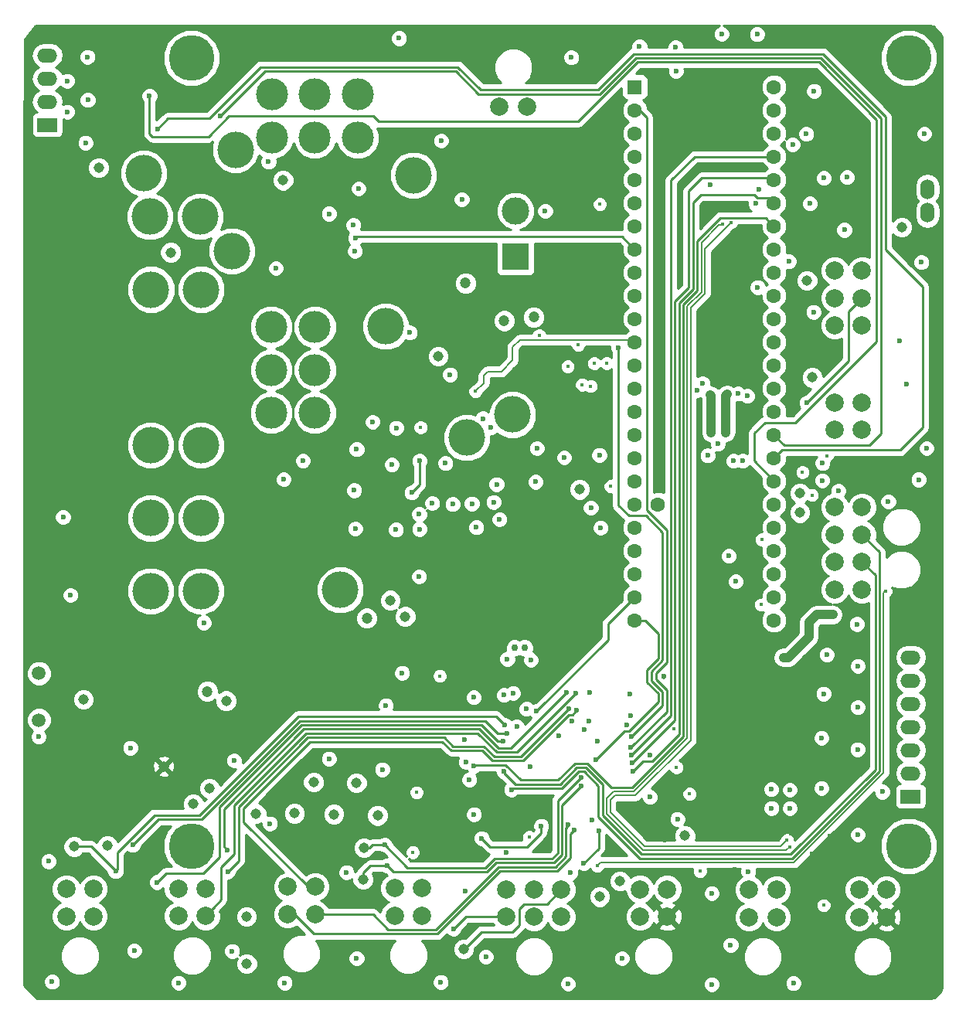
<source format=gbr>
G04 #@! TF.FileFunction,Copper,L3,Inr,Plane*
%FSLAX46Y46*%
G04 Gerber Fmt 4.6, Leading zero omitted, Abs format (unit mm)*
G04 Created by KiCad (PCBNEW 4.0.4-stable) date 02/13/18 14:48:55*
%MOMM*%
%LPD*%
G01*
G04 APERTURE LIST*
%ADD10C,0.100000*%
%ADD11C,0.600000*%
%ADD12C,1.600000*%
%ADD13R,1.600000X1.600000*%
%ADD14C,5.000000*%
%ADD15C,4.000000*%
%ADD16O,2.197100X1.524000*%
%ADD17R,2.197100X1.524000*%
%ADD18R,3.000000X3.000000*%
%ADD19C,3.000000*%
%ADD20C,2.000000*%
%ADD21C,1.500000*%
%ADD22C,0.750000*%
%ADD23C,3.500000*%
%ADD24O,1.524000X2.197100*%
%ADD25C,1.143000*%
%ADD26C,0.400000*%
%ADD27C,1.200000*%
%ADD28C,1.000000*%
%ADD29C,0.250000*%
%ADD30C,0.200000*%
%ADD31C,0.254000*%
G04 APERTURE END LIST*
D10*
D11*
X85228000Y-111320000D03*
X79880000Y-68034000D03*
X82810000Y-73534000D03*
X83740000Y-67754000D03*
D12*
X87630000Y-68072000D03*
X87630000Y-70612000D03*
X87630000Y-73152000D03*
X87630000Y-75692000D03*
X87630000Y-65532000D03*
X87630000Y-62992000D03*
X87630000Y-60452000D03*
X87630000Y-78232000D03*
X87630000Y-80772000D03*
X87630000Y-83312000D03*
X87630000Y-85852000D03*
X90170000Y-73152000D03*
X102870000Y-85852000D03*
X102870000Y-83312000D03*
X102870000Y-80772000D03*
X102870000Y-78232000D03*
X102870000Y-75692000D03*
X102870000Y-73152000D03*
X102870000Y-70612000D03*
X102870000Y-68072000D03*
X87630000Y-57912000D03*
X87630000Y-55372000D03*
X87630000Y-52832000D03*
X87630000Y-50292000D03*
X87630000Y-47752000D03*
X87630000Y-45212000D03*
X87630000Y-42672000D03*
X87630000Y-40132000D03*
X87630000Y-37592000D03*
X87630000Y-35052000D03*
X87630000Y-32512000D03*
X87630000Y-29972000D03*
D13*
X87630000Y-27432000D03*
D12*
X102870000Y-65532000D03*
X102870000Y-62992000D03*
X102870000Y-60452000D03*
X102870000Y-57912000D03*
X102870000Y-55372000D03*
X102870000Y-52832000D03*
X102870000Y-50292000D03*
X102870000Y-47752000D03*
X102870000Y-45212000D03*
X102870000Y-42672000D03*
X102870000Y-40132000D03*
X102870000Y-37592000D03*
X102870000Y-35052000D03*
X102870000Y-32512000D03*
X102870000Y-29972000D03*
X102870000Y-27432000D03*
D14*
X117632520Y-110576400D03*
D15*
X34589720Y-82646520D03*
X40089720Y-82646520D03*
D11*
X103920000Y-89940000D03*
X92300000Y-107640000D03*
X97590000Y-65284000D03*
X95970000Y-65304000D03*
X97720000Y-61104000D03*
X95900000Y-61174000D03*
X97140000Y-21630000D03*
X101092000Y-49377600D03*
X110578900Y-43091100D03*
X48310800Y-47274480D03*
X109330000Y-85244000D03*
X119341900Y-32550100D03*
X92560000Y-44204000D03*
X63360000Y-100120000D03*
X102210000Y-109164000D03*
X108980000Y-109504000D03*
X92710000Y-49022000D03*
X96900000Y-55710000D03*
X107060000Y-111434000D03*
X98490000Y-109244000D03*
X106940000Y-107354000D03*
X97166000Y-29278000D03*
X96266000Y-48768000D03*
X106480000Y-30820000D03*
X105100000Y-113534000D03*
X104790000Y-109144000D03*
X96774000Y-36068000D03*
X83820000Y-21844000D03*
X47700000Y-94550000D03*
X95504000Y-40132000D03*
X27610000Y-98694000D03*
X79060000Y-69914000D03*
X80860000Y-32510000D03*
X90800000Y-91970000D03*
X90230000Y-32360000D03*
X98630000Y-113144000D03*
X101015800Y-21653500D03*
X56956960Y-45410120D03*
X95896000Y-38168000D03*
X101230000Y-38676000D03*
X112060000Y-109344000D03*
X111960000Y-86274000D03*
X112060000Y-90864000D03*
X112040000Y-95394000D03*
X112030000Y-99994000D03*
X114730000Y-104644000D03*
X88140000Y-23014000D03*
X96720000Y-66524000D03*
X67390000Y-58934000D03*
X62970000Y-54350000D03*
X104598000Y-106444000D03*
X102598000Y-106444000D03*
X64010000Y-74234000D03*
X108300000Y-93904000D03*
X108070000Y-98744000D03*
X108070000Y-104244000D03*
X92125800Y-25704800D03*
X76900000Y-67014000D03*
X27690000Y-28864000D03*
X27440000Y-33554000D03*
X104598000Y-104444000D03*
X102580000Y-104374000D03*
X72800000Y-74794000D03*
X108660000Y-89634000D03*
X76160000Y-101884000D03*
X83520000Y-99094000D03*
X56794400Y-42565320D03*
X27660000Y-24144000D03*
X25430000Y-26764000D03*
X25450000Y-30144000D03*
X119020000Y-46634000D03*
X107210000Y-52084000D03*
X23390000Y-112264000D03*
X71300000Y-122714000D03*
X86220000Y-122884000D03*
X96060000Y-125734000D03*
X115400000Y-72844000D03*
X109930000Y-71674000D03*
X118720000Y-70444000D03*
X119600000Y-67014000D03*
X117390000Y-60004000D03*
X116620000Y-55244000D03*
X23790000Y-125454000D03*
X80300000Y-125674000D03*
X98130000Y-121424000D03*
X100070000Y-113374000D03*
X69770000Y-73074000D03*
X64030000Y-75874000D03*
X72480000Y-70954000D03*
X67670000Y-73134000D03*
X57000000Y-75824000D03*
X61460000Y-75934000D03*
X57150000Y-122884000D03*
X105000000Y-125614000D03*
X22310000Y-98614000D03*
X43720000Y-101224000D03*
X58900000Y-64124000D03*
X70980000Y-63754000D03*
X63990000Y-81074000D03*
X71830000Y-64764000D03*
X57150000Y-67134000D03*
X56880000Y-71624000D03*
X49270000Y-125564000D03*
X96060000Y-115764000D03*
X32350000Y-99834000D03*
X77810000Y-41024000D03*
X76760000Y-70694000D03*
X70260000Y-75684000D03*
X72160000Y-72904000D03*
X66870000Y-68644000D03*
X61490000Y-64774000D03*
X61000000Y-68804000D03*
X43510000Y-122094000D03*
X40400000Y-86114000D03*
X24980000Y-74554000D03*
X68670000Y-39754000D03*
X95610000Y-67804000D03*
X74300000Y-93834000D03*
X74680000Y-97494000D03*
X70006000Y-107128000D03*
X56036000Y-113478000D03*
X47640000Y-108124000D03*
X37640000Y-125564000D03*
X25800000Y-83094000D03*
X66410000Y-33304000D03*
X47500000Y-35624000D03*
X65430000Y-73034000D03*
X79310000Y-98474000D03*
X62132000Y-91634000D03*
X59960000Y-102204000D03*
X60354000Y-95190000D03*
X54120000Y-101034000D03*
X32780000Y-122044000D03*
X66370000Y-125504000D03*
X80660000Y-24194000D03*
D16*
X117856000Y-100076000D03*
X117856000Y-97536000D03*
X117856000Y-94996000D03*
X117856000Y-92456000D03*
X117856000Y-102616000D03*
D17*
X117856000Y-105156000D03*
D16*
X117856000Y-89916000D03*
D18*
X74560000Y-46002000D03*
D19*
X74560000Y-41002000D03*
D20*
X64315300Y-115218160D03*
X64315300Y-118218160D03*
X61315300Y-115218160D03*
X61315300Y-118218160D03*
X52590000Y-115060000D03*
X52590000Y-118060000D03*
X49590000Y-115060000D03*
X49590000Y-118060000D03*
X40620000Y-115270000D03*
X40620000Y-118270000D03*
X37620000Y-115270000D03*
X37620000Y-118270000D03*
X112520000Y-50546000D03*
X109520000Y-50546000D03*
X109520000Y-47546000D03*
X112520000Y-47546000D03*
X109520000Y-53546000D03*
X112520000Y-53546000D03*
X112520000Y-79478000D03*
X109520000Y-79478000D03*
X109520000Y-73478000D03*
X112520000Y-73478000D03*
X109520000Y-82478000D03*
X112520000Y-82478000D03*
X112520000Y-76478000D03*
X109520000Y-76478000D03*
X28330000Y-115280000D03*
X28330000Y-118280000D03*
X25330000Y-115280000D03*
X25330000Y-118280000D03*
X109520000Y-62000000D03*
X112520000Y-62000000D03*
X109520000Y-65000000D03*
X112520000Y-65000000D03*
D15*
X34512400Y-41630000D03*
X40012400Y-41630000D03*
D20*
X76577020Y-118360400D03*
X76577020Y-115360400D03*
X79577020Y-115360400D03*
X79577020Y-118360400D03*
X73577020Y-115360400D03*
X73577020Y-118360400D03*
D15*
X34622400Y-49620000D03*
X40122400Y-49620000D03*
D20*
X115190000Y-115364000D03*
X115190000Y-118364000D03*
X112190000Y-115364000D03*
X112190000Y-118364000D03*
X91180880Y-115319760D03*
X91180880Y-118319760D03*
X88180880Y-115319760D03*
X88180880Y-118319760D03*
D16*
X23262400Y-29040000D03*
X23262400Y-26500000D03*
X23262400Y-23960000D03*
D17*
X23262400Y-31580000D03*
D15*
X34592400Y-66680000D03*
X40092400Y-66680000D03*
X34592400Y-74670000D03*
X40092400Y-74670000D03*
D20*
X103139200Y-115375640D03*
X103139200Y-118375640D03*
X100139200Y-115375640D03*
X100139200Y-118375640D03*
D21*
X22352000Y-96774000D03*
X22352000Y-91674000D03*
D22*
X75550000Y-88890000D03*
X74450000Y-88890000D03*
D23*
X52578000Y-53720000D03*
X52578000Y-58420000D03*
X52578000Y-63120000D03*
X47778000Y-53720000D03*
X47778000Y-58420000D03*
X47778000Y-63120000D03*
X47878000Y-28194000D03*
X52578000Y-28194000D03*
X57278000Y-28194000D03*
X47878000Y-32994000D03*
X52578000Y-32994000D03*
X57278000Y-32994000D03*
D14*
X39050000Y-24254500D03*
X39050000Y-110576400D03*
D24*
X119690000Y-38640000D03*
X119690000Y-41180000D03*
D11*
X61798000Y-22094000D03*
X55390000Y-94530000D03*
D20*
X72810000Y-29630000D03*
X75810000Y-29630000D03*
D14*
X117632520Y-24254500D03*
D25*
X57850000Y-114264000D03*
X26180000Y-110654000D03*
X83770000Y-116144000D03*
X28880000Y-36274000D03*
X62480000Y-85444000D03*
X57950000Y-110804000D03*
X29860000Y-110534000D03*
X93120000Y-109464000D03*
X36760000Y-45554000D03*
X42850000Y-94674000D03*
X57140000Y-103654000D03*
X46130000Y-107034000D03*
X68900000Y-121864000D03*
X106500000Y-48654000D03*
X81580000Y-71524000D03*
X36010000Y-101874000D03*
X52420000Y-103604000D03*
X50320000Y-107014000D03*
X54640000Y-107104000D03*
X107070000Y-59264000D03*
X49100000Y-37654000D03*
X41040000Y-104274000D03*
X45100000Y-118314000D03*
X86010000Y-114444000D03*
X105690000Y-71934000D03*
X66070000Y-56954000D03*
X39260000Y-105944000D03*
X27210000Y-94544000D03*
X45110000Y-123504000D03*
X59440000Y-107254000D03*
X105720000Y-74064000D03*
X60850000Y-83664000D03*
X116850000Y-42814000D03*
D15*
X33830000Y-36864000D03*
D26*
X108310000Y-117084000D03*
X92180000Y-101974000D03*
X91950000Y-97704000D03*
X77160000Y-54640000D03*
X64150000Y-64720000D03*
X93630000Y-104880000D03*
X76050000Y-109620000D03*
D11*
X82900000Y-107710000D03*
X87080000Y-93960000D03*
X76240000Y-90220000D03*
X73660000Y-90100000D03*
X69510000Y-103320000D03*
D26*
X63710000Y-104720000D03*
X63300000Y-111280000D03*
X94770000Y-113360000D03*
X66260000Y-91950000D03*
X101460000Y-84150000D03*
X101540000Y-77020000D03*
X106000000Y-69630000D03*
X80270000Y-58060000D03*
D11*
X108342000Y-37406000D03*
X92090000Y-23110000D03*
X69080000Y-115530000D03*
D15*
X55360000Y-82520000D03*
D27*
X40790000Y-93664000D03*
X69090000Y-48934000D03*
X76560000Y-52640000D03*
D11*
X64040000Y-68390000D03*
X63190000Y-71860000D03*
D27*
X58260000Y-85630000D03*
X73320000Y-53040000D03*
X90880000Y-109624000D03*
X99590000Y-70694000D03*
X95820000Y-88044000D03*
X57870000Y-100974000D03*
X29260000Y-99340000D03*
D26*
X82780000Y-60200000D03*
X81850000Y-60040000D03*
D11*
X82690000Y-93754000D03*
X75770000Y-95574000D03*
X83660000Y-108920000D03*
X82030000Y-112470000D03*
X51270000Y-68380000D03*
X49140000Y-70410000D03*
D15*
X43484800Y-45394880D03*
X43891200Y-34300160D03*
D11*
X81790000Y-103970000D03*
X60460000Y-112730000D03*
X80700000Y-96890000D03*
X81760000Y-103080000D03*
X60220000Y-110450000D03*
X80350000Y-108270000D03*
X81260000Y-95750000D03*
X80990000Y-108840000D03*
X81170000Y-93820000D03*
X43060000Y-113390000D03*
X80400000Y-95580000D03*
X43010000Y-111050000D03*
X80150000Y-93740000D03*
X73340000Y-97314000D03*
X30740000Y-113354000D03*
X73180000Y-99124000D03*
X35280000Y-114554000D03*
X73650000Y-98264000D03*
X32600000Y-110484000D03*
X82090000Y-97800000D03*
X67760000Y-119684000D03*
X86760000Y-97320000D03*
X80570000Y-113520000D03*
X87180000Y-96270000D03*
X82590000Y-96930000D03*
D26*
X104610000Y-110674000D03*
X97270000Y-42484000D03*
X98160000Y-42284000D03*
X104310000Y-109954000D03*
X83790000Y-40280000D03*
X115090000Y-82660000D03*
X83510000Y-112760000D03*
D11*
X74110000Y-104400000D03*
X73544000Y-111320000D03*
X73290000Y-102430000D03*
X108200000Y-68640000D03*
X108160000Y-70530000D03*
D26*
X108660000Y-67850000D03*
X107030000Y-72140000D03*
X83170000Y-57710000D03*
X84540000Y-57700000D03*
D11*
X106450000Y-62024000D03*
X106818000Y-40200000D03*
X69110000Y-101394000D03*
X69000000Y-98914000D03*
X99960000Y-61282000D03*
X99452000Y-68394000D03*
X97928000Y-78808000D03*
X98690000Y-81602000D03*
X98436000Y-68394000D03*
X98944000Y-61028000D03*
X70840000Y-109730000D03*
X77380000Y-108400000D03*
X83880000Y-75714000D03*
X106400000Y-32574000D03*
X94410000Y-60654000D03*
X100860000Y-40190000D03*
X89292000Y-100652000D03*
X69988000Y-94302000D03*
X89292000Y-105224000D03*
X73290000Y-94048000D03*
D15*
X69226000Y-65854000D03*
X60336000Y-53662000D03*
D11*
X42170000Y-30640000D03*
X35330000Y-32020000D03*
X34460000Y-28404000D03*
D26*
X70160000Y-60780000D03*
X84974000Y-71188000D03*
X81418000Y-55694000D03*
D11*
X76870000Y-95810000D03*
X83350000Y-101134000D03*
X85820000Y-55964000D03*
X87290000Y-98604000D03*
X87170000Y-99804000D03*
X70010000Y-101804000D03*
X87400000Y-102370000D03*
X87360000Y-101490000D03*
X87260000Y-100652000D03*
X107270000Y-27880000D03*
D15*
X63370000Y-37100000D03*
X74230000Y-63320000D03*
D11*
X57363360Y-38572440D03*
X54117240Y-41315640D03*
X110870000Y-37324000D03*
X104490000Y-46534000D03*
X57010000Y-43990000D03*
X104910000Y-33730000D03*
X95060000Y-59904000D03*
D28*
X97590000Y-65284000D02*
X97590000Y-61234000D01*
X97590000Y-61234000D02*
X97720000Y-61104000D01*
X95970000Y-65304000D02*
X95970000Y-61244000D01*
X95970000Y-61244000D02*
X95900000Y-61174000D01*
X103920000Y-89940000D02*
X104444000Y-89940000D01*
X107550000Y-85244000D02*
X109330000Y-85244000D01*
X106700000Y-86094000D02*
X107550000Y-85244000D01*
X106700000Y-87684000D02*
X106700000Y-86094000D01*
X104444000Y-89940000D02*
X106700000Y-87684000D01*
D29*
X64040000Y-71010000D02*
X64040000Y-68390000D01*
X63190000Y-71860000D02*
X64040000Y-71010000D01*
D28*
X95820000Y-88044000D02*
X95820000Y-88024000D01*
D29*
X83660000Y-110840000D02*
X83660000Y-108920000D01*
X82030000Y-112470000D02*
X83660000Y-110840000D01*
X57850000Y-114264000D02*
X57850000Y-113504000D01*
X58624000Y-112730000D02*
X60460000Y-112730000D01*
X57850000Y-113504000D02*
X58624000Y-112730000D01*
X79630000Y-106130000D02*
X81790000Y-103970000D01*
X79630000Y-111533602D02*
X79630000Y-106130000D01*
X78763602Y-112400000D02*
X79630000Y-111533602D01*
X72453602Y-112400000D02*
X78763602Y-112400000D01*
X71423602Y-113430000D02*
X72453602Y-112400000D01*
X61160000Y-113430000D02*
X71423602Y-113430000D01*
X60460000Y-112730000D02*
X61160000Y-113430000D01*
X57950000Y-110804000D02*
X58520000Y-110804000D01*
X58520000Y-110804000D02*
X58874000Y-110450000D01*
X58874000Y-110450000D02*
X60220000Y-110450000D01*
X79179998Y-105660002D02*
X81760000Y-103080000D01*
X79179998Y-111340000D02*
X79179998Y-105660002D01*
X78570000Y-111949998D02*
X79179998Y-111340000D01*
X72260002Y-111949998D02*
X78570000Y-111949998D01*
X71240000Y-112970000D02*
X72260002Y-111949998D01*
X62740000Y-112970000D02*
X71240000Y-112970000D01*
X60220000Y-110450000D02*
X62740000Y-112970000D01*
X52590000Y-118060000D02*
X58940000Y-118060000D01*
X80350000Y-108360002D02*
X80350000Y-108270000D01*
X80130000Y-108580002D02*
X80350000Y-108360002D01*
X80130000Y-108520000D02*
X80130000Y-108580002D01*
X80080002Y-108569998D02*
X80130000Y-108520000D01*
X80080002Y-111729998D02*
X80080002Y-108569998D01*
X78950000Y-112860000D02*
X80080002Y-111729998D01*
X72670000Y-112860000D02*
X78950000Y-112860000D01*
X65790000Y-119740000D02*
X72670000Y-112860000D01*
X60620000Y-119740000D02*
X65790000Y-119740000D01*
X58940000Y-118060000D02*
X60620000Y-119740000D01*
X52590000Y-115060000D02*
X51820000Y-115060000D01*
X51820000Y-115060000D02*
X44730000Y-107970000D01*
X80780000Y-96230000D02*
X81260000Y-95750000D01*
X80390000Y-96230000D02*
X80780000Y-96230000D01*
X75369998Y-101250002D02*
X80390000Y-96230000D01*
X72040002Y-101250002D02*
X75369998Y-101250002D01*
X70910000Y-100120000D02*
X72040002Y-101250002D01*
X67520000Y-100120000D02*
X70910000Y-100120000D01*
X66550000Y-99150000D02*
X67520000Y-100120000D01*
X52020000Y-99150000D02*
X66550000Y-99150000D01*
X44730000Y-106440000D02*
X52020000Y-99150000D01*
X44730000Y-107970000D02*
X44730000Y-106440000D01*
X49590000Y-118060000D02*
X50300000Y-118060000D01*
X50300000Y-118060000D02*
X52450000Y-120210000D01*
X80540000Y-109290000D02*
X80990000Y-108840000D01*
X80540000Y-111920000D02*
X80540000Y-109290000D01*
X79130000Y-113330000D02*
X80540000Y-111920000D01*
X72850000Y-113330000D02*
X79130000Y-113330000D01*
X65970000Y-120210000D02*
X72850000Y-113330000D01*
X52450000Y-120210000D02*
X65970000Y-120210000D01*
X42290000Y-116430000D02*
X40590000Y-118290000D01*
X42290000Y-112910000D02*
X42290000Y-116430000D01*
X43730000Y-111470000D02*
X42290000Y-112910000D01*
X43730000Y-106110000D02*
X43730000Y-111470000D01*
X51610000Y-98230000D02*
X43730000Y-106110000D01*
X70420000Y-98230000D02*
X51610000Y-98230000D01*
X72500000Y-100310000D02*
X70420000Y-98230000D01*
X74680000Y-100310000D02*
X72500000Y-100310000D01*
X81170000Y-93820000D02*
X74680000Y-100310000D01*
X44230000Y-112220000D02*
X43060000Y-113390000D01*
X44230000Y-106270002D02*
X44230000Y-112220000D01*
X51810002Y-98690000D02*
X44230000Y-106270002D01*
X66740000Y-98690000D02*
X51810002Y-98690000D01*
X67710000Y-99660000D02*
X66740000Y-98690000D01*
X71110000Y-99660000D02*
X67710000Y-99660000D01*
X72250000Y-100800000D02*
X71110000Y-99660000D01*
X75180000Y-100800000D02*
X72250000Y-100800000D01*
X80400000Y-95580000D02*
X75180000Y-100800000D01*
X42590000Y-110630000D02*
X43010000Y-111050000D01*
X42590000Y-106530000D02*
X42590000Y-110630000D01*
X51360000Y-97760000D02*
X42590000Y-106530000D01*
X70600000Y-97760000D02*
X51360000Y-97760000D01*
X72670000Y-99830000D02*
X70600000Y-97760000D01*
X74060000Y-99830000D02*
X72670000Y-99830000D01*
X80150000Y-93740000D02*
X74060000Y-99830000D01*
X26180000Y-110654000D02*
X28040000Y-110654000D01*
X28040000Y-110654000D02*
X30740000Y-113354000D01*
X72435994Y-96409994D02*
X73340000Y-97314000D01*
X50741210Y-96409994D02*
X72435994Y-96409994D01*
X39957206Y-107193998D02*
X50741210Y-96409994D01*
X34970002Y-107193998D02*
X39957206Y-107193998D01*
X30910000Y-111254000D02*
X34970002Y-107193998D01*
X30910000Y-113184000D02*
X30910000Y-111254000D01*
X30740000Y-113354000D02*
X30910000Y-113184000D01*
X72600398Y-99124000D02*
X73180000Y-99124000D01*
X70786396Y-97309998D02*
X72600398Y-99124000D01*
X51114002Y-97309998D02*
X70786396Y-97309998D01*
X42110000Y-106314000D02*
X51114002Y-97309998D01*
X42110000Y-111834000D02*
X42110000Y-106314000D01*
X40360000Y-113584000D02*
X42110000Y-111834000D01*
X36260000Y-113584000D02*
X40360000Y-113584000D01*
X35280000Y-114564000D02*
X36260000Y-113584000D01*
X35280000Y-114554000D02*
X35280000Y-114564000D01*
X72640000Y-98264000D02*
X73650000Y-98264000D01*
X71235996Y-96859996D02*
X72640000Y-98264000D01*
X50927606Y-96859996D02*
X71235996Y-96859996D01*
X40143602Y-107644000D02*
X50927606Y-96859996D01*
X35440000Y-107644000D02*
X40143602Y-107644000D01*
X32600000Y-110484000D02*
X35440000Y-107644000D01*
X68900000Y-121864000D02*
X68950000Y-121864000D01*
X68950000Y-121864000D02*
X70840000Y-119974000D01*
X70840000Y-119974000D02*
X74250000Y-119974000D01*
X74250000Y-119974000D02*
X74950000Y-119274000D01*
X74950000Y-119274000D02*
X74950000Y-117504000D01*
X74950000Y-117504000D02*
X75520000Y-116934000D01*
X75520000Y-116934000D02*
X78003420Y-116934000D01*
X78003420Y-116934000D02*
X79577020Y-115360400D01*
X69103600Y-118360400D02*
X73577020Y-118360400D01*
X67780000Y-119684000D02*
X69103600Y-118360400D01*
X67760000Y-119684000D02*
X67780000Y-119684000D01*
D30*
X104610000Y-110674000D02*
X104219004Y-111064996D01*
X104219004Y-111064996D02*
X88526040Y-111064996D01*
X88526040Y-111064996D02*
X84545002Y-107083958D01*
X84545002Y-107083958D02*
X84545002Y-105344000D01*
X84545002Y-105344000D02*
X85280000Y-104609002D01*
X85280000Y-104609002D02*
X87546042Y-104609002D01*
X87546042Y-104609002D02*
X93353008Y-98802036D01*
X93353008Y-98802036D02*
X93353008Y-51472036D01*
X93353008Y-51472036D02*
X94915002Y-49910042D01*
X94915002Y-49910042D02*
X94915002Y-44470042D01*
X94915002Y-44470042D02*
X96831044Y-42554000D01*
X96831044Y-42554000D02*
X97200000Y-42554000D01*
X97200000Y-42554000D02*
X97270000Y-42484000D01*
X98160000Y-42324000D02*
X98160000Y-42284000D01*
X95320000Y-45164000D02*
X98160000Y-42324000D01*
X95320000Y-50074000D02*
X95320000Y-45164000D01*
X93750000Y-51644000D02*
X95320000Y-50074000D01*
X93750000Y-98974000D02*
X93750000Y-51644000D01*
X87710000Y-105014000D02*
X93750000Y-98974000D01*
X85450000Y-105014000D02*
X87710000Y-105014000D01*
X84950000Y-105514000D02*
X85450000Y-105014000D01*
X84950000Y-106914000D02*
X84950000Y-105514000D01*
X88680000Y-110644000D02*
X84950000Y-106914000D01*
X103620000Y-110644000D02*
X88680000Y-110644000D01*
X104310000Y-109954000D02*
X103620000Y-110644000D01*
X114865002Y-82884998D02*
X115090000Y-82660000D01*
X114865002Y-102566042D02*
X114865002Y-82884998D01*
X105066042Y-112365002D02*
X114865002Y-102566042D01*
X83904998Y-112365002D02*
X105066042Y-112365002D01*
X83510000Y-112760000D02*
X83904998Y-112365002D01*
D29*
X114440000Y-78398000D02*
X112520000Y-76478000D01*
X114440000Y-102390000D02*
X114440000Y-78398000D01*
X104890000Y-111940000D02*
X114440000Y-102390000D01*
X88150000Y-111940000D02*
X104890000Y-111940000D01*
X83650000Y-107440000D02*
X88150000Y-111940000D01*
X83650000Y-104040000D02*
X83650000Y-107440000D01*
X82050000Y-102440000D02*
X83650000Y-104040000D01*
X81460000Y-102440000D02*
X82050000Y-102440000D01*
X79600000Y-104300000D02*
X81460000Y-102440000D01*
X74210000Y-104300000D02*
X79600000Y-104300000D01*
X74110000Y-104400000D02*
X74210000Y-104300000D01*
X73290000Y-102430000D02*
X73290000Y-102550000D01*
X113980000Y-80938000D02*
X112520000Y-79478000D01*
X113980000Y-102210000D02*
X113980000Y-80938000D01*
X104700002Y-111489998D02*
X113980000Y-102210000D01*
X88349998Y-111489998D02*
X104700002Y-111489998D01*
X84120000Y-107260000D02*
X88349998Y-111489998D01*
X84120000Y-103873602D02*
X84120000Y-107260000D01*
X82236396Y-101989998D02*
X84120000Y-103873602D01*
X81250002Y-101989998D02*
X82236396Y-101989998D01*
X79430000Y-103810000D02*
X81250002Y-101989998D01*
X74550000Y-103810000D02*
X79430000Y-103810000D01*
X73290000Y-102550000D02*
X74550000Y-103810000D01*
X106450000Y-62024000D02*
X111070000Y-57404000D01*
X111070000Y-57404000D02*
X111070000Y-51996000D01*
X111070000Y-51996000D02*
X112520000Y-50546000D01*
X71790000Y-110680000D02*
X70840000Y-109730000D01*
X75840000Y-110680000D02*
X71790000Y-110680000D01*
X77350000Y-109170000D02*
X75840000Y-110680000D01*
X77350000Y-108420000D02*
X77350000Y-109170000D01*
X77370000Y-108400000D02*
X77350000Y-108420000D01*
X77380000Y-108400000D02*
X77370000Y-108400000D01*
X103998000Y-66660000D02*
X102870000Y-65532000D01*
X113350000Y-66660000D02*
X103998000Y-66660000D01*
X114580000Y-65430000D02*
X113350000Y-66660000D01*
X114580000Y-30840000D02*
X114580000Y-65430000D01*
X108010000Y-24270000D02*
X114580000Y-30840000D01*
X87730000Y-24270000D02*
X108010000Y-24270000D01*
X83780000Y-28220000D02*
X87730000Y-24270000D01*
X70490000Y-28220000D02*
X83780000Y-28220000D01*
X68000000Y-25730000D02*
X70490000Y-28220000D01*
X47080000Y-25730000D02*
X68000000Y-25730000D01*
X42170000Y-30640000D02*
X47080000Y-25730000D01*
X103722000Y-67220000D02*
X102870000Y-68072000D01*
X116680000Y-67220000D02*
X103722000Y-67220000D01*
X119140000Y-64760000D02*
X116680000Y-67220000D01*
X119140000Y-49300000D02*
X119140000Y-64760000D01*
X115090000Y-45250000D02*
X119140000Y-49300000D01*
X115090000Y-30690000D02*
X115090000Y-45250000D01*
X108210000Y-23810000D02*
X115090000Y-30690000D01*
X87540000Y-23810000D02*
X108210000Y-23810000D01*
X83598199Y-27751801D02*
X87540000Y-23810000D01*
X70731803Y-27751801D02*
X83598199Y-27751801D01*
X68230002Y-25250000D02*
X70731803Y-27751801D01*
X46630000Y-25250000D02*
X68230002Y-25250000D01*
X41000000Y-30880000D02*
X46630000Y-25250000D01*
X36470000Y-30880000D02*
X41000000Y-30880000D01*
X35330000Y-32020000D02*
X36470000Y-30880000D01*
X102870000Y-70612000D02*
X102870000Y-70542000D01*
X102870000Y-70542000D02*
X100722000Y-68394000D01*
X100722000Y-68394000D02*
X100722000Y-65346000D01*
X100722000Y-65346000D02*
X101874000Y-64194000D01*
X101874000Y-64194000D02*
X105240000Y-64194000D01*
X105240000Y-64194000D02*
X114100000Y-55334000D01*
X114100000Y-55334000D02*
X114100000Y-30996398D01*
X114100000Y-30996398D02*
X107823604Y-24720002D01*
X107823604Y-24720002D02*
X87916396Y-24720002D01*
X87916396Y-24720002D02*
X81442398Y-31194000D01*
X81442398Y-31194000D02*
X59560000Y-31194000D01*
X59560000Y-31194000D02*
X59010000Y-30644000D01*
X59010000Y-30644000D02*
X43140000Y-30644000D01*
X43140000Y-30644000D02*
X40930000Y-32854000D01*
X40930000Y-32854000D02*
X34790000Y-32854000D01*
X34790000Y-32854000D02*
X34460000Y-32524000D01*
X34460000Y-32524000D02*
X34460000Y-28404000D01*
D30*
X75030000Y-55120000D02*
X87378000Y-55120000D01*
X74250000Y-55900000D02*
X75030000Y-55120000D01*
X74250000Y-57340000D02*
X74250000Y-55900000D01*
X73000000Y-58590000D02*
X74250000Y-57340000D01*
X71540000Y-58590000D02*
X73000000Y-58590000D01*
X71080000Y-59050000D02*
X71540000Y-58590000D01*
X71080000Y-59860000D02*
X71080000Y-59050000D01*
X70160000Y-60780000D02*
X71080000Y-59860000D01*
X87378000Y-55120000D02*
X87630000Y-55372000D01*
D29*
X84690000Y-86252000D02*
X87630000Y-83312000D01*
X84690000Y-87990000D02*
X84690000Y-86252000D01*
X76870000Y-95810000D02*
X84690000Y-87990000D01*
X88758000Y-85852000D02*
X87630000Y-85852000D01*
X90209998Y-87303998D02*
X88758000Y-85852000D01*
X90209998Y-90057604D02*
X90209998Y-87303998D01*
X88960000Y-91307602D02*
X90209998Y-90057604D01*
X88960000Y-92626796D02*
X88960000Y-91307602D01*
X90210000Y-93876796D02*
X88960000Y-92626796D01*
X90210000Y-94794000D02*
X90210000Y-93876796D01*
X86980000Y-98024000D02*
X90210000Y-94794000D01*
X86460000Y-98024000D02*
X86980000Y-98024000D01*
X83350000Y-101134000D02*
X86460000Y-98024000D01*
X85850000Y-55994000D02*
X85820000Y-55964000D01*
X85850000Y-73304000D02*
X85850000Y-55994000D01*
X86960000Y-74414000D02*
X85850000Y-73304000D01*
X88870000Y-74414000D02*
X86960000Y-74414000D01*
X90660000Y-76204000D02*
X88870000Y-74414000D01*
X90660000Y-90244000D02*
X90660000Y-76204000D01*
X89440000Y-91464000D02*
X90660000Y-90244000D01*
X89440000Y-92470398D02*
X89440000Y-91464000D01*
X90669998Y-93700396D02*
X89440000Y-92470398D01*
X90669998Y-95234002D02*
X90669998Y-93700396D01*
X87290000Y-98614000D02*
X90669998Y-95234002D01*
X87290000Y-98604000D02*
X87290000Y-98614000D01*
X87630000Y-29972000D02*
X88148000Y-29972000D01*
X88148000Y-29972000D02*
X88910000Y-30734000D01*
X88910000Y-30734000D02*
X88910000Y-73744000D01*
X88910000Y-73744000D02*
X91127998Y-75961998D01*
X91127998Y-75961998D02*
X91127998Y-90436002D01*
X91127998Y-90436002D02*
X89920000Y-91644000D01*
X89920000Y-91644000D02*
X89920000Y-92314000D01*
X89920000Y-92314000D02*
X91120000Y-93514000D01*
X91120000Y-93514000D02*
X91120000Y-95854000D01*
X91120000Y-95854000D02*
X87170000Y-99804000D01*
X101952000Y-41754000D02*
X102870000Y-42672000D01*
X97030000Y-41754000D02*
X101952000Y-41754000D01*
X94490000Y-44294000D02*
X97030000Y-41754000D01*
X94490000Y-49734000D02*
X94490000Y-44294000D01*
X92928006Y-51295994D02*
X94490000Y-49734000D01*
X92928006Y-98625994D02*
X92928006Y-51295994D01*
X87370000Y-104184000D02*
X92928006Y-98625994D01*
X85066796Y-104184000D02*
X87370000Y-104184000D01*
X82422792Y-101539996D02*
X85066796Y-104184000D01*
X81063606Y-101539996D02*
X82422792Y-101539996D01*
X79243604Y-103359998D02*
X81063606Y-101539996D01*
X75115998Y-103359998D02*
X79243604Y-103359998D01*
X73456004Y-101700004D02*
X75115998Y-103359998D01*
X70113996Y-101700004D02*
X73456004Y-101700004D01*
X70010000Y-101804000D02*
X70113996Y-101700004D01*
X102870000Y-42672000D02*
X102870000Y-42670000D01*
X102278000Y-39540000D02*
X102870000Y-40132000D01*
X101010000Y-39540000D02*
X102278000Y-39540000D01*
X100700000Y-39230000D02*
X101010000Y-39540000D01*
X94840000Y-39230000D02*
X100700000Y-39230000D01*
X94010000Y-40060000D02*
X94840000Y-39230000D01*
X94010000Y-49566398D02*
X94010000Y-40060000D01*
X92478004Y-51098394D02*
X94010000Y-49566398D01*
X92478004Y-98351996D02*
X92478004Y-51098394D01*
X89540000Y-101290000D02*
X92478004Y-98351996D01*
X88480000Y-101290000D02*
X89540000Y-101290000D01*
X87400000Y-102370000D02*
X88480000Y-101290000D01*
X94970000Y-37400000D02*
X102678000Y-37400000D01*
X93550000Y-38820000D02*
X94970000Y-37400000D01*
X93550000Y-49390000D02*
X93550000Y-38820000D01*
X92028002Y-50911998D02*
X93550000Y-49390000D01*
X92028002Y-96821998D02*
X92028002Y-50911998D01*
X87360000Y-101490000D02*
X92028002Y-96821998D01*
X102678000Y-37400000D02*
X102870000Y-37592000D01*
X94186000Y-35052000D02*
X102870000Y-35052000D01*
X91578000Y-37660000D02*
X94186000Y-35052000D01*
X91578000Y-96334000D02*
X91578000Y-37660000D01*
X87260000Y-100652000D02*
X91578000Y-96334000D01*
X86268000Y-43850000D02*
X87630000Y-45212000D01*
X57160000Y-43850000D02*
X86268000Y-43850000D01*
X57020000Y-43990000D02*
X57160000Y-43850000D01*
X57010000Y-43990000D02*
X57020000Y-43990000D01*
D31*
G36*
X96611057Y-20836883D02*
X96347808Y-21099673D01*
X96205162Y-21443201D01*
X96204838Y-21815167D01*
X96346883Y-22158943D01*
X96609673Y-22422192D01*
X96953201Y-22564838D01*
X97325167Y-22565162D01*
X97668943Y-22423117D01*
X97932192Y-22160327D01*
X98065757Y-21838667D01*
X100080638Y-21838667D01*
X100222683Y-22182443D01*
X100485473Y-22445692D01*
X100829001Y-22588338D01*
X101200967Y-22588662D01*
X101544743Y-22446617D01*
X101807992Y-22183827D01*
X101950638Y-21840299D01*
X101950962Y-21468333D01*
X101808917Y-21124557D01*
X101546127Y-20861308D01*
X101202599Y-20718662D01*
X100830633Y-20718338D01*
X100486857Y-20860383D01*
X100223608Y-21123173D01*
X100080962Y-21466701D01*
X100080638Y-21838667D01*
X98065757Y-21838667D01*
X98074838Y-21816799D01*
X98075162Y-21444833D01*
X97933117Y-21101057D01*
X97670327Y-20837808D01*
X97362533Y-20710000D01*
X119930069Y-20710000D01*
X120378960Y-20799289D01*
X121211158Y-21673565D01*
X121290000Y-22069931D01*
X121290000Y-125930069D01*
X121178953Y-126488340D01*
X121132022Y-126558577D01*
X120475270Y-127181553D01*
X119930069Y-127290000D01*
X22178972Y-127290000D01*
X20727010Y-125847170D01*
X20727050Y-125639167D01*
X22854838Y-125639167D01*
X22996883Y-125982943D01*
X23259673Y-126246192D01*
X23603201Y-126388838D01*
X23975167Y-126389162D01*
X24318943Y-126247117D01*
X24582192Y-125984327D01*
X24679839Y-125749167D01*
X36704838Y-125749167D01*
X36846883Y-126092943D01*
X37109673Y-126356192D01*
X37453201Y-126498838D01*
X37825167Y-126499162D01*
X38168943Y-126357117D01*
X38432192Y-126094327D01*
X38574838Y-125750799D01*
X38574839Y-125749167D01*
X48334838Y-125749167D01*
X48476883Y-126092943D01*
X48739673Y-126356192D01*
X49083201Y-126498838D01*
X49455167Y-126499162D01*
X49798943Y-126357117D01*
X50062192Y-126094327D01*
X50204838Y-125750799D01*
X50204891Y-125689167D01*
X65434838Y-125689167D01*
X65576883Y-126032943D01*
X65839673Y-126296192D01*
X66183201Y-126438838D01*
X66555167Y-126439162D01*
X66898943Y-126297117D01*
X67162192Y-126034327D01*
X67234925Y-125859167D01*
X79364838Y-125859167D01*
X79506883Y-126202943D01*
X79769673Y-126466192D01*
X80113201Y-126608838D01*
X80485167Y-126609162D01*
X80828943Y-126467117D01*
X81092192Y-126204327D01*
X81210601Y-125919167D01*
X95124838Y-125919167D01*
X95266883Y-126262943D01*
X95529673Y-126526192D01*
X95873201Y-126668838D01*
X96245167Y-126669162D01*
X96588943Y-126527117D01*
X96852192Y-126264327D01*
X96994838Y-125920799D01*
X96994943Y-125799167D01*
X104064838Y-125799167D01*
X104206883Y-126142943D01*
X104469673Y-126406192D01*
X104813201Y-126548838D01*
X105185167Y-126549162D01*
X105528943Y-126407117D01*
X105792192Y-126144327D01*
X105934838Y-125800799D01*
X105935162Y-125428833D01*
X105793117Y-125085057D01*
X105530327Y-124821808D01*
X105186799Y-124679162D01*
X104814833Y-124678838D01*
X104471057Y-124820883D01*
X104207808Y-125083673D01*
X104065162Y-125427201D01*
X104064838Y-125799167D01*
X96994943Y-125799167D01*
X96995162Y-125548833D01*
X96853117Y-125205057D01*
X96590327Y-124941808D01*
X96246799Y-124799162D01*
X95874833Y-124798838D01*
X95531057Y-124940883D01*
X95267808Y-125203673D01*
X95125162Y-125547201D01*
X95124838Y-125919167D01*
X81210601Y-125919167D01*
X81234838Y-125860799D01*
X81235162Y-125488833D01*
X81093117Y-125145057D01*
X80830327Y-124881808D01*
X80486799Y-124739162D01*
X80114833Y-124738838D01*
X79771057Y-124880883D01*
X79507808Y-125143673D01*
X79365162Y-125487201D01*
X79364838Y-125859167D01*
X67234925Y-125859167D01*
X67304838Y-125690799D01*
X67305162Y-125318833D01*
X67163117Y-124975057D01*
X66900327Y-124711808D01*
X66556799Y-124569162D01*
X66184833Y-124568838D01*
X65841057Y-124710883D01*
X65577808Y-124973673D01*
X65435162Y-125317201D01*
X65434838Y-125689167D01*
X50204891Y-125689167D01*
X50205162Y-125378833D01*
X50063117Y-125035057D01*
X49800327Y-124771808D01*
X49456799Y-124629162D01*
X49084833Y-124628838D01*
X48741057Y-124770883D01*
X48477808Y-125033673D01*
X48335162Y-125377201D01*
X48334838Y-125749167D01*
X38574839Y-125749167D01*
X38575162Y-125378833D01*
X38433117Y-125035057D01*
X38170327Y-124771808D01*
X37826799Y-124629162D01*
X37454833Y-124628838D01*
X37111057Y-124770883D01*
X36847808Y-125033673D01*
X36705162Y-125377201D01*
X36704838Y-125749167D01*
X24679839Y-125749167D01*
X24724838Y-125640799D01*
X24725162Y-125268833D01*
X24583117Y-124925057D01*
X24320327Y-124661808D01*
X23976799Y-124519162D01*
X23604833Y-124518838D01*
X23261057Y-124660883D01*
X22997808Y-124923673D01*
X22855162Y-125267201D01*
X22854838Y-125639167D01*
X20727050Y-125639167D01*
X20727554Y-123022815D01*
X24694630Y-123022815D01*
X25018980Y-123807800D01*
X25619041Y-124408909D01*
X26403459Y-124734628D01*
X27252815Y-124735370D01*
X28037800Y-124411020D01*
X28638909Y-123810959D01*
X28964628Y-123026541D01*
X28964639Y-123012815D01*
X36984630Y-123012815D01*
X37308980Y-123797800D01*
X37909041Y-124398909D01*
X38693459Y-124724628D01*
X39542815Y-124725370D01*
X40327800Y-124401020D01*
X40928909Y-123800959D01*
X41254628Y-123016541D01*
X41255272Y-122279167D01*
X42574838Y-122279167D01*
X42716883Y-122622943D01*
X42979673Y-122886192D01*
X43323201Y-123028838D01*
X43695167Y-123029162D01*
X44038943Y-122887117D01*
X44074520Y-122851602D01*
X43903710Y-123262959D01*
X43903291Y-123742935D01*
X44086582Y-124186535D01*
X44425680Y-124526225D01*
X44868959Y-124710290D01*
X45348935Y-124710709D01*
X45792535Y-124527418D01*
X46132225Y-124188320D01*
X46316290Y-123745041D01*
X46316709Y-123265065D01*
X46133418Y-122821465D01*
X45794320Y-122481775D01*
X45351041Y-122297710D01*
X44871065Y-122297291D01*
X44427465Y-122480582D01*
X44315448Y-122592404D01*
X44444838Y-122280799D01*
X44445162Y-121908833D01*
X44303117Y-121565057D01*
X44040327Y-121301808D01*
X43696799Y-121159162D01*
X43324833Y-121158838D01*
X42981057Y-121300883D01*
X42717808Y-121563673D01*
X42575162Y-121907201D01*
X42574838Y-122279167D01*
X41255272Y-122279167D01*
X41255370Y-122167185D01*
X40931020Y-121382200D01*
X40330959Y-120781091D01*
X39546541Y-120455372D01*
X38697185Y-120454630D01*
X37912200Y-120778980D01*
X37311091Y-121379041D01*
X36985372Y-122163459D01*
X36984630Y-123012815D01*
X28964639Y-123012815D01*
X28965324Y-122229167D01*
X31844838Y-122229167D01*
X31986883Y-122572943D01*
X32249673Y-122836192D01*
X32593201Y-122978838D01*
X32965167Y-122979162D01*
X33308943Y-122837117D01*
X33572192Y-122574327D01*
X33714838Y-122230799D01*
X33715162Y-121858833D01*
X33573117Y-121515057D01*
X33310327Y-121251808D01*
X32966799Y-121109162D01*
X32594833Y-121108838D01*
X32251057Y-121250883D01*
X31987808Y-121513673D01*
X31845162Y-121857201D01*
X31844838Y-122229167D01*
X28965324Y-122229167D01*
X28965370Y-122177185D01*
X28641020Y-121392200D01*
X28040959Y-120791091D01*
X27256541Y-120465372D01*
X26407185Y-120464630D01*
X25622200Y-120788980D01*
X25021091Y-121389041D01*
X24695372Y-122173459D01*
X24694630Y-123022815D01*
X20727554Y-123022815D01*
X20728984Y-115603795D01*
X23694716Y-115603795D01*
X23943106Y-116204943D01*
X24402637Y-116665278D01*
X24678856Y-116779974D01*
X24405057Y-116893106D01*
X23944722Y-117352637D01*
X23695284Y-117953352D01*
X23694716Y-118603795D01*
X23943106Y-119204943D01*
X24402637Y-119665278D01*
X25003352Y-119914716D01*
X25653795Y-119915284D01*
X26254943Y-119666894D01*
X26715278Y-119207363D01*
X26829974Y-118931144D01*
X26943106Y-119204943D01*
X27402637Y-119665278D01*
X28003352Y-119914716D01*
X28653795Y-119915284D01*
X29254943Y-119666894D01*
X29715278Y-119207363D01*
X29964716Y-118606648D01*
X29965284Y-117956205D01*
X29716894Y-117355057D01*
X29257363Y-116894722D01*
X28981144Y-116780026D01*
X29254943Y-116666894D01*
X29715278Y-116207363D01*
X29964716Y-115606648D01*
X29965284Y-114956205D01*
X29716894Y-114355057D01*
X29257363Y-113894722D01*
X28656648Y-113645284D01*
X28006205Y-113644716D01*
X27405057Y-113893106D01*
X26944722Y-114352637D01*
X26830026Y-114628856D01*
X26716894Y-114355057D01*
X26257363Y-113894722D01*
X25656648Y-113645284D01*
X25006205Y-113644716D01*
X24405057Y-113893106D01*
X23944722Y-114352637D01*
X23695284Y-114953352D01*
X23694716Y-115603795D01*
X20728984Y-115603795D01*
X20729592Y-112449167D01*
X22454838Y-112449167D01*
X22596883Y-112792943D01*
X22859673Y-113056192D01*
X23203201Y-113198838D01*
X23575167Y-113199162D01*
X23918943Y-113057117D01*
X24182192Y-112794327D01*
X24324838Y-112450799D01*
X24325162Y-112078833D01*
X24183117Y-111735057D01*
X23920327Y-111471808D01*
X23576799Y-111329162D01*
X23204833Y-111328838D01*
X22861057Y-111470883D01*
X22597808Y-111733673D01*
X22455162Y-112077201D01*
X22454838Y-112449167D01*
X20729592Y-112449167D01*
X20729892Y-110892935D01*
X24973291Y-110892935D01*
X25156582Y-111336535D01*
X25495680Y-111676225D01*
X25938959Y-111860290D01*
X26418935Y-111860709D01*
X26862535Y-111677418D01*
X27126413Y-111414000D01*
X27725198Y-111414000D01*
X29804878Y-113493680D01*
X29804838Y-113539167D01*
X29946883Y-113882943D01*
X30209673Y-114146192D01*
X30553201Y-114288838D01*
X30925167Y-114289162D01*
X31268943Y-114147117D01*
X31532192Y-113884327D01*
X31674838Y-113540799D01*
X31675162Y-113168833D01*
X31670000Y-113156340D01*
X31670000Y-111568802D01*
X32016188Y-111222614D01*
X32069673Y-111276192D01*
X32413201Y-111418838D01*
X32785167Y-111419162D01*
X33128943Y-111277117D01*
X33392192Y-111014327D01*
X33534838Y-110670799D01*
X33534879Y-110623923D01*
X35754802Y-108404000D01*
X36788762Y-108404000D01*
X36393826Y-108798247D01*
X35915546Y-109950074D01*
X35914457Y-111197254D01*
X36390727Y-112349915D01*
X36863985Y-112824000D01*
X36260000Y-112824000D01*
X35969160Y-112881852D01*
X35722599Y-113046599D01*
X35150312Y-113618886D01*
X35094833Y-113618838D01*
X34751057Y-113760883D01*
X34487808Y-114023673D01*
X34345162Y-114367201D01*
X34344838Y-114739167D01*
X34486883Y-115082943D01*
X34749673Y-115346192D01*
X35093201Y-115488838D01*
X35465167Y-115489162D01*
X35808943Y-115347117D01*
X35985085Y-115171282D01*
X35984716Y-115593795D01*
X36233106Y-116194943D01*
X36692637Y-116655278D01*
X36968856Y-116769974D01*
X36695057Y-116883106D01*
X36234722Y-117342637D01*
X35985284Y-117943352D01*
X35984716Y-118593795D01*
X36233106Y-119194943D01*
X36692637Y-119655278D01*
X37293352Y-119904716D01*
X37943795Y-119905284D01*
X38544943Y-119656894D01*
X39005278Y-119197363D01*
X39119974Y-118921144D01*
X39233106Y-119194943D01*
X39692637Y-119655278D01*
X40293352Y-119904716D01*
X40943795Y-119905284D01*
X41544943Y-119656894D01*
X42005278Y-119197363D01*
X42254716Y-118596648D01*
X42254754Y-118552935D01*
X43893291Y-118552935D01*
X44076582Y-118996535D01*
X44415680Y-119336225D01*
X44858959Y-119520290D01*
X45338935Y-119520709D01*
X45782535Y-119337418D01*
X46122225Y-118998320D01*
X46306290Y-118555041D01*
X46306709Y-118075065D01*
X46123418Y-117631465D01*
X45784320Y-117291775D01*
X45341041Y-117107710D01*
X44861065Y-117107291D01*
X44417465Y-117290582D01*
X44077775Y-117629680D01*
X43893710Y-118072959D01*
X43893291Y-118552935D01*
X42254754Y-118552935D01*
X42255284Y-117946205D01*
X42155206Y-117703998D01*
X42850988Y-116942731D01*
X42919082Y-116830191D01*
X42992148Y-116720839D01*
X42995528Y-116703846D01*
X43004498Y-116689021D01*
X43024339Y-116559007D01*
X43050000Y-116430000D01*
X43050000Y-114324992D01*
X43245167Y-114325162D01*
X43588943Y-114183117D01*
X43852192Y-113920327D01*
X43994838Y-113576799D01*
X43994879Y-113529923D01*
X44767401Y-112757401D01*
X44932148Y-112510839D01*
X44990000Y-112220000D01*
X44990000Y-109304802D01*
X49155611Y-113470413D01*
X48665057Y-113673106D01*
X48204722Y-114132637D01*
X47955284Y-114733352D01*
X47954716Y-115383795D01*
X48203106Y-115984943D01*
X48662637Y-116445278D01*
X48938856Y-116559974D01*
X48665057Y-116673106D01*
X48204722Y-117132637D01*
X47955284Y-117733352D01*
X47954716Y-118383795D01*
X48203106Y-118984943D01*
X48662637Y-119445278D01*
X49263352Y-119694716D01*
X49913795Y-119695284D01*
X50514943Y-119446894D01*
X50563560Y-119398362D01*
X51410477Y-120245279D01*
X50667185Y-120244630D01*
X49882200Y-120568980D01*
X49281091Y-121169041D01*
X48955372Y-121953459D01*
X48954630Y-122802815D01*
X49278980Y-123587800D01*
X49879041Y-124188909D01*
X50663459Y-124514628D01*
X51512815Y-124515370D01*
X52297800Y-124191020D01*
X52898909Y-123590959D01*
X53115576Y-123069167D01*
X56214838Y-123069167D01*
X56356883Y-123412943D01*
X56619673Y-123676192D01*
X56963201Y-123818838D01*
X57335167Y-123819162D01*
X57678943Y-123677117D01*
X57942192Y-123414327D01*
X58084838Y-123070799D01*
X58085162Y-122698833D01*
X57943117Y-122355057D01*
X57680327Y-122091808D01*
X57336799Y-121949162D01*
X56964833Y-121948838D01*
X56621057Y-122090883D01*
X56357808Y-122353673D01*
X56215162Y-122697201D01*
X56214838Y-123069167D01*
X53115576Y-123069167D01*
X53224628Y-122806541D01*
X53225370Y-121957185D01*
X52901020Y-121172200D01*
X52699173Y-120970000D01*
X61364216Y-120970000D01*
X61006391Y-121327201D01*
X60680672Y-122111619D01*
X60679930Y-122960975D01*
X61004280Y-123745960D01*
X61604341Y-124347069D01*
X62388759Y-124672788D01*
X63238115Y-124673530D01*
X64023100Y-124349180D01*
X64624209Y-123749119D01*
X64949928Y-122964701D01*
X64950670Y-122115345D01*
X64626320Y-121330360D01*
X64266588Y-120970000D01*
X65970000Y-120970000D01*
X66260839Y-120912148D01*
X66507401Y-120747401D01*
X67004338Y-120250464D01*
X67229673Y-120476192D01*
X67573201Y-120618838D01*
X67945167Y-120619162D01*
X68288943Y-120477117D01*
X68552192Y-120214327D01*
X68694838Y-119870799D01*
X68694861Y-119843941D01*
X69418402Y-119120400D01*
X72121973Y-119120400D01*
X72160648Y-119214000D01*
X70840000Y-119214000D01*
X70549161Y-119271852D01*
X70302599Y-119436599D01*
X69081540Y-120657658D01*
X68661065Y-120657291D01*
X68217465Y-120840582D01*
X67877775Y-121179680D01*
X67693710Y-121622959D01*
X67693291Y-122102935D01*
X67876582Y-122546535D01*
X68215680Y-122886225D01*
X68658959Y-123070290D01*
X69138935Y-123070709D01*
X69554100Y-122899167D01*
X70364838Y-122899167D01*
X70506883Y-123242943D01*
X70769673Y-123506192D01*
X71113201Y-123648838D01*
X71485167Y-123649162D01*
X71828943Y-123507117D01*
X72092192Y-123244327D01*
X72150787Y-123103215D01*
X74441650Y-123103215D01*
X74766000Y-123888200D01*
X75366061Y-124489309D01*
X76150479Y-124815028D01*
X76999835Y-124815770D01*
X77784820Y-124491420D01*
X78385929Y-123891359D01*
X78711648Y-123106941D01*
X78711680Y-123069167D01*
X85284838Y-123069167D01*
X85426883Y-123412943D01*
X85689673Y-123676192D01*
X86033201Y-123818838D01*
X86405167Y-123819162D01*
X86748943Y-123677117D01*
X87012192Y-123414327D01*
X87154838Y-123070799D01*
X87154845Y-123062575D01*
X87545510Y-123062575D01*
X87869860Y-123847560D01*
X88469921Y-124448669D01*
X89254339Y-124774388D01*
X90103695Y-124775130D01*
X90888680Y-124450780D01*
X91489789Y-123850719D01*
X91793851Y-123118455D01*
X99503830Y-123118455D01*
X99828180Y-123903440D01*
X100428241Y-124504549D01*
X101212659Y-124830268D01*
X102062015Y-124831010D01*
X102847000Y-124506660D01*
X103448109Y-123906599D01*
X103773828Y-123122181D01*
X103773841Y-123106815D01*
X111554630Y-123106815D01*
X111878980Y-123891800D01*
X112479041Y-124492909D01*
X113263459Y-124818628D01*
X114112815Y-124819370D01*
X114897800Y-124495020D01*
X115498909Y-123894959D01*
X115824628Y-123110541D01*
X115825370Y-122261185D01*
X115501020Y-121476200D01*
X114900959Y-120875091D01*
X114116541Y-120549372D01*
X113267185Y-120548630D01*
X112482200Y-120872980D01*
X111881091Y-121473041D01*
X111555372Y-122257459D01*
X111554630Y-123106815D01*
X103773841Y-123106815D01*
X103774570Y-122272825D01*
X103450220Y-121487840D01*
X102850159Y-120886731D01*
X102065741Y-120561012D01*
X101216385Y-120560270D01*
X100431400Y-120884620D01*
X99830291Y-121484681D01*
X99504572Y-122269099D01*
X99503830Y-123118455D01*
X91793851Y-123118455D01*
X91815508Y-123066301D01*
X91816250Y-122216945D01*
X91565121Y-121609167D01*
X97194838Y-121609167D01*
X97336883Y-121952943D01*
X97599673Y-122216192D01*
X97943201Y-122358838D01*
X98315167Y-122359162D01*
X98658943Y-122217117D01*
X98922192Y-121954327D01*
X99064838Y-121610799D01*
X99065162Y-121238833D01*
X98923117Y-120895057D01*
X98660327Y-120631808D01*
X98316799Y-120489162D01*
X97944833Y-120488838D01*
X97601057Y-120630883D01*
X97337808Y-120893673D01*
X97195162Y-121237201D01*
X97194838Y-121609167D01*
X91565121Y-121609167D01*
X91491900Y-121431960D01*
X90891839Y-120830851D01*
X90107421Y-120505132D01*
X89258065Y-120504390D01*
X88473080Y-120828740D01*
X87871971Y-121428801D01*
X87546252Y-122213219D01*
X87545510Y-123062575D01*
X87154845Y-123062575D01*
X87155162Y-122698833D01*
X87013117Y-122355057D01*
X86750327Y-122091808D01*
X86406799Y-121949162D01*
X86034833Y-121948838D01*
X85691057Y-122090883D01*
X85427808Y-122353673D01*
X85285162Y-122697201D01*
X85284838Y-123069167D01*
X78711680Y-123069167D01*
X78712390Y-122257585D01*
X78388040Y-121472600D01*
X77787979Y-120871491D01*
X77003561Y-120545772D01*
X76154205Y-120545030D01*
X75369220Y-120869380D01*
X74768111Y-121469441D01*
X74442392Y-122253859D01*
X74441650Y-123103215D01*
X72150787Y-123103215D01*
X72234838Y-122900799D01*
X72235162Y-122528833D01*
X72093117Y-122185057D01*
X71830327Y-121921808D01*
X71486799Y-121779162D01*
X71114833Y-121778838D01*
X70771057Y-121920883D01*
X70507808Y-122183673D01*
X70365162Y-122527201D01*
X70364838Y-122899167D01*
X69554100Y-122899167D01*
X69582535Y-122887418D01*
X69922225Y-122548320D01*
X70106290Y-122105041D01*
X70106572Y-121782230D01*
X71154802Y-120734000D01*
X74250000Y-120734000D01*
X74540839Y-120676148D01*
X74787401Y-120511401D01*
X75487401Y-119811402D01*
X75578766Y-119674663D01*
X75649657Y-119745678D01*
X76250372Y-119995116D01*
X76900815Y-119995684D01*
X77501963Y-119747294D01*
X77962298Y-119287763D01*
X78076994Y-119011544D01*
X78190126Y-119285343D01*
X78649657Y-119745678D01*
X79250372Y-119995116D01*
X79900815Y-119995684D01*
X80501963Y-119747294D01*
X80962298Y-119287763D01*
X81211736Y-118687048D01*
X81212304Y-118036605D01*
X80963914Y-117435457D01*
X80504383Y-116975122D01*
X80228164Y-116860426D01*
X80501963Y-116747294D01*
X80866959Y-116382935D01*
X82563291Y-116382935D01*
X82746582Y-116826535D01*
X83085680Y-117166225D01*
X83528959Y-117350290D01*
X84008935Y-117350709D01*
X84452535Y-117167418D01*
X84792225Y-116828320D01*
X84976290Y-116385041D01*
X84976709Y-115905065D01*
X84793418Y-115461465D01*
X84454320Y-115121775D01*
X84011041Y-114937710D01*
X83531065Y-114937291D01*
X83087465Y-115120582D01*
X82747775Y-115459680D01*
X82563710Y-115902959D01*
X82563291Y-116382935D01*
X80866959Y-116382935D01*
X80962298Y-116287763D01*
X81211736Y-115687048D01*
X81212304Y-115036605D01*
X81066171Y-114682935D01*
X84803291Y-114682935D01*
X84986582Y-115126535D01*
X85325680Y-115466225D01*
X85768959Y-115650290D01*
X86248935Y-115650709D01*
X86545697Y-115528090D01*
X86545596Y-115643555D01*
X86793986Y-116244703D01*
X87253517Y-116705038D01*
X87529736Y-116819734D01*
X87255937Y-116932866D01*
X86795602Y-117392397D01*
X86546164Y-117993112D01*
X86545596Y-118643555D01*
X86793986Y-119244703D01*
X87253517Y-119705038D01*
X87854232Y-119954476D01*
X88504675Y-119955044D01*
X89105823Y-119706654D01*
X89340595Y-119472292D01*
X90207953Y-119472292D01*
X90306616Y-119739147D01*
X90916341Y-119965668D01*
X91566340Y-119941616D01*
X92055144Y-119739147D01*
X92153807Y-119472292D01*
X91180880Y-118499365D01*
X90207953Y-119472292D01*
X89340595Y-119472292D01*
X89566158Y-119247123D01*
X89674957Y-118985106D01*
X89761493Y-119194024D01*
X90028348Y-119292687D01*
X91001275Y-118319760D01*
X91360485Y-118319760D01*
X92333412Y-119292687D01*
X92600267Y-119194024D01*
X92826788Y-118584299D01*
X92802736Y-117934300D01*
X92600267Y-117445496D01*
X92333412Y-117346833D01*
X91360485Y-118319760D01*
X91001275Y-118319760D01*
X90028348Y-117346833D01*
X89761493Y-117445496D01*
X89679692Y-117665679D01*
X89567774Y-117394817D01*
X89108243Y-116934482D01*
X88832024Y-116819786D01*
X89105823Y-116706654D01*
X89566158Y-116247123D01*
X89680854Y-115970904D01*
X89793986Y-116244703D01*
X90253517Y-116705038D01*
X90515534Y-116813837D01*
X90306616Y-116900373D01*
X90207953Y-117167228D01*
X91180880Y-118140155D01*
X92153807Y-117167228D01*
X92055144Y-116900373D01*
X91834961Y-116818572D01*
X92105823Y-116706654D01*
X92566158Y-116247123D01*
X92689879Y-115949167D01*
X95124838Y-115949167D01*
X95266883Y-116292943D01*
X95529673Y-116556192D01*
X95873201Y-116698838D01*
X96245167Y-116699162D01*
X96588943Y-116557117D01*
X96852192Y-116294327D01*
X96994838Y-115950799D01*
X96995162Y-115578833D01*
X96853117Y-115235057D01*
X96590327Y-114971808D01*
X96246799Y-114829162D01*
X95874833Y-114828838D01*
X95531057Y-114970883D01*
X95267808Y-115233673D01*
X95125162Y-115577201D01*
X95124838Y-115949167D01*
X92689879Y-115949167D01*
X92815596Y-115646408D01*
X92816164Y-114995965D01*
X92567774Y-114394817D01*
X92108243Y-113934482D01*
X91507528Y-113685044D01*
X90857085Y-113684476D01*
X90255937Y-113932866D01*
X89795602Y-114392397D01*
X89680906Y-114668616D01*
X89567774Y-114394817D01*
X89108243Y-113934482D01*
X88507528Y-113685044D01*
X87857085Y-113684476D01*
X87255937Y-113932866D01*
X87148538Y-114040078D01*
X87033418Y-113761465D01*
X86694320Y-113421775D01*
X86251041Y-113237710D01*
X85771065Y-113237291D01*
X85327465Y-113420582D01*
X84987775Y-113759680D01*
X84803710Y-114202959D01*
X84803291Y-114682935D01*
X81066171Y-114682935D01*
X80963914Y-114435457D01*
X80916882Y-114388343D01*
X81098943Y-114313117D01*
X81362192Y-114050327D01*
X81504838Y-113706799D01*
X81505162Y-113334833D01*
X81457827Y-113220273D01*
X81499673Y-113262192D01*
X81843201Y-113404838D01*
X82215167Y-113405162D01*
X82558943Y-113263117D01*
X82739810Y-113082566D01*
X82801708Y-113232372D01*
X83036393Y-113467466D01*
X83343179Y-113594855D01*
X83675363Y-113595145D01*
X83982372Y-113468292D01*
X84217466Y-113233607D01*
X84272944Y-113100002D01*
X93973836Y-113100002D01*
X93935145Y-113193179D01*
X93934855Y-113525363D01*
X94061708Y-113832372D01*
X94296393Y-114067466D01*
X94603179Y-114194855D01*
X94935363Y-114195145D01*
X95242372Y-114068292D01*
X95477466Y-113833607D01*
X95604855Y-113526821D01*
X95605145Y-113194637D01*
X95566043Y-113100002D01*
X99171370Y-113100002D01*
X99135162Y-113187201D01*
X99134838Y-113559167D01*
X99276883Y-113902943D01*
X99319236Y-113945370D01*
X99214257Y-113988746D01*
X98753922Y-114448277D01*
X98504484Y-115048992D01*
X98503916Y-115699435D01*
X98752306Y-116300583D01*
X99211837Y-116760918D01*
X99488056Y-116875614D01*
X99214257Y-116988746D01*
X98753922Y-117448277D01*
X98504484Y-118048992D01*
X98503916Y-118699435D01*
X98752306Y-119300583D01*
X99211837Y-119760918D01*
X99812552Y-120010356D01*
X100462995Y-120010924D01*
X101064143Y-119762534D01*
X101524478Y-119303003D01*
X101639174Y-119026784D01*
X101752306Y-119300583D01*
X102211837Y-119760918D01*
X102812552Y-120010356D01*
X103462995Y-120010924D01*
X104064143Y-119762534D01*
X104524478Y-119303003D01*
X104773916Y-118702288D01*
X104774484Y-118051845D01*
X104526094Y-117450697D01*
X104325112Y-117249363D01*
X107474855Y-117249363D01*
X107601708Y-117556372D01*
X107836393Y-117791466D01*
X108143179Y-117918855D01*
X108475363Y-117919145D01*
X108782372Y-117792292D01*
X109017466Y-117557607D01*
X109144855Y-117250821D01*
X109145145Y-116918637D01*
X109018292Y-116611628D01*
X108783607Y-116376534D01*
X108476821Y-116249145D01*
X108144637Y-116248855D01*
X107837628Y-116375708D01*
X107602534Y-116610393D01*
X107475145Y-116917179D01*
X107474855Y-117249363D01*
X104325112Y-117249363D01*
X104066563Y-116990362D01*
X103790344Y-116875666D01*
X104064143Y-116762534D01*
X104524478Y-116303003D01*
X104773916Y-115702288D01*
X104773928Y-115687795D01*
X110554716Y-115687795D01*
X110803106Y-116288943D01*
X111262637Y-116749278D01*
X111538856Y-116863974D01*
X111265057Y-116977106D01*
X110804722Y-117436637D01*
X110555284Y-118037352D01*
X110554716Y-118687795D01*
X110803106Y-119288943D01*
X111262637Y-119749278D01*
X111863352Y-119998716D01*
X112513795Y-119999284D01*
X113114943Y-119750894D01*
X113349715Y-119516532D01*
X114217073Y-119516532D01*
X114315736Y-119783387D01*
X114925461Y-120009908D01*
X115575460Y-119985856D01*
X116064264Y-119783387D01*
X116162927Y-119516532D01*
X115190000Y-118543605D01*
X114217073Y-119516532D01*
X113349715Y-119516532D01*
X113575278Y-119291363D01*
X113684077Y-119029346D01*
X113770613Y-119238264D01*
X114037468Y-119336927D01*
X115010395Y-118364000D01*
X115369605Y-118364000D01*
X116342532Y-119336927D01*
X116609387Y-119238264D01*
X116835908Y-118628539D01*
X116811856Y-117978540D01*
X116609387Y-117489736D01*
X116342532Y-117391073D01*
X115369605Y-118364000D01*
X115010395Y-118364000D01*
X114037468Y-117391073D01*
X113770613Y-117489736D01*
X113688812Y-117709919D01*
X113576894Y-117439057D01*
X113117363Y-116978722D01*
X112841144Y-116864026D01*
X113114943Y-116750894D01*
X113575278Y-116291363D01*
X113689974Y-116015144D01*
X113803106Y-116288943D01*
X114262637Y-116749278D01*
X114524654Y-116858077D01*
X114315736Y-116944613D01*
X114217073Y-117211468D01*
X115190000Y-118184395D01*
X116162927Y-117211468D01*
X116064264Y-116944613D01*
X115844081Y-116862812D01*
X116114943Y-116750894D01*
X116575278Y-116291363D01*
X116824716Y-115690648D01*
X116825284Y-115040205D01*
X116576894Y-114439057D01*
X116117363Y-113978722D01*
X115516648Y-113729284D01*
X114866205Y-113728716D01*
X114265057Y-113977106D01*
X113804722Y-114436637D01*
X113690026Y-114712856D01*
X113576894Y-114439057D01*
X113117363Y-113978722D01*
X112516648Y-113729284D01*
X111866205Y-113728716D01*
X111265057Y-113977106D01*
X110804722Y-114436637D01*
X110555284Y-115037352D01*
X110554716Y-115687795D01*
X104773928Y-115687795D01*
X104774484Y-115051845D01*
X104526094Y-114450697D01*
X104066563Y-113990362D01*
X103465848Y-113740924D01*
X102815405Y-113740356D01*
X102214257Y-113988746D01*
X101753922Y-114448277D01*
X101639226Y-114724496D01*
X101526094Y-114450697D01*
X101066563Y-113990362D01*
X100861362Y-113905155D01*
X100862192Y-113904327D01*
X101004838Y-113560799D01*
X101005162Y-113188833D01*
X100968458Y-113100002D01*
X105066042Y-113100002D01*
X105347314Y-113044053D01*
X105585765Y-112884725D01*
X107273236Y-111197254D01*
X114496977Y-111197254D01*
X114973247Y-112349915D01*
X115854367Y-113232574D01*
X117006194Y-113710854D01*
X118253374Y-113711943D01*
X119406035Y-113235673D01*
X120288694Y-112354553D01*
X120766974Y-111202726D01*
X120768063Y-109955546D01*
X120291793Y-108802885D01*
X119410673Y-107920226D01*
X118258846Y-107441946D01*
X117011666Y-107440857D01*
X115859005Y-107917127D01*
X114976346Y-108798247D01*
X114498066Y-109950074D01*
X114496977Y-111197254D01*
X107273236Y-111197254D01*
X108941323Y-109529167D01*
X111124838Y-109529167D01*
X111266883Y-109872943D01*
X111529673Y-110136192D01*
X111873201Y-110278838D01*
X112245167Y-110279162D01*
X112588943Y-110137117D01*
X112852192Y-109874327D01*
X112994838Y-109530799D01*
X112995162Y-109158833D01*
X112853117Y-108815057D01*
X112590327Y-108551808D01*
X112246799Y-108409162D01*
X111874833Y-108408838D01*
X111531057Y-108550883D01*
X111267808Y-108813673D01*
X111125162Y-109157201D01*
X111124838Y-109529167D01*
X108941323Y-109529167D01*
X113794972Y-104675519D01*
X113794838Y-104829167D01*
X113936883Y-105172943D01*
X114199673Y-105436192D01*
X114543201Y-105578838D01*
X114915167Y-105579162D01*
X115258943Y-105437117D01*
X115522192Y-105174327D01*
X115664838Y-104830799D01*
X115665162Y-104458833D01*
X115523117Y-104115057D01*
X115260327Y-103851808D01*
X114916799Y-103709162D01*
X114761464Y-103709027D01*
X115384725Y-103085766D01*
X115544053Y-102847314D01*
X115545341Y-102840839D01*
X115600002Y-102566042D01*
X115600002Y-89916000D01*
X116088488Y-89916000D01*
X116194828Y-90450609D01*
X116497660Y-90903828D01*
X116919959Y-91186000D01*
X116497660Y-91468172D01*
X116194828Y-91921391D01*
X116088488Y-92456000D01*
X116194828Y-92990609D01*
X116497660Y-93443828D01*
X116919959Y-93726000D01*
X116497660Y-94008172D01*
X116194828Y-94461391D01*
X116088488Y-94996000D01*
X116194828Y-95530609D01*
X116497660Y-95983828D01*
X116919959Y-96266000D01*
X116497660Y-96548172D01*
X116194828Y-97001391D01*
X116088488Y-97536000D01*
X116194828Y-98070609D01*
X116497660Y-98523828D01*
X116919959Y-98806000D01*
X116497660Y-99088172D01*
X116194828Y-99541391D01*
X116088488Y-100076000D01*
X116194828Y-100610609D01*
X116497660Y-101063828D01*
X116919959Y-101346000D01*
X116497660Y-101628172D01*
X116194828Y-102081391D01*
X116088488Y-102616000D01*
X116194828Y-103150609D01*
X116497660Y-103603828D01*
X116721419Y-103753340D01*
X116522133Y-103790838D01*
X116306009Y-103929910D01*
X116161019Y-104142110D01*
X116110010Y-104394000D01*
X116110010Y-105918000D01*
X116154288Y-106153317D01*
X116293360Y-106369441D01*
X116505560Y-106514431D01*
X116757450Y-106565440D01*
X118954550Y-106565440D01*
X119189867Y-106521162D01*
X119405991Y-106382090D01*
X119550981Y-106169890D01*
X119601990Y-105918000D01*
X119601990Y-104394000D01*
X119557712Y-104158683D01*
X119418640Y-103942559D01*
X119206440Y-103797569D01*
X118989987Y-103753736D01*
X119214340Y-103603828D01*
X119517172Y-103150609D01*
X119623512Y-102616000D01*
X119517172Y-102081391D01*
X119214340Y-101628172D01*
X118792041Y-101346000D01*
X119214340Y-101063828D01*
X119517172Y-100610609D01*
X119623512Y-100076000D01*
X119517172Y-99541391D01*
X119214340Y-99088172D01*
X118792041Y-98806000D01*
X119214340Y-98523828D01*
X119517172Y-98070609D01*
X119623512Y-97536000D01*
X119517172Y-97001391D01*
X119214340Y-96548172D01*
X118792041Y-96266000D01*
X119214340Y-95983828D01*
X119517172Y-95530609D01*
X119623512Y-94996000D01*
X119517172Y-94461391D01*
X119214340Y-94008172D01*
X118792041Y-93726000D01*
X119214340Y-93443828D01*
X119517172Y-92990609D01*
X119623512Y-92456000D01*
X119517172Y-91921391D01*
X119214340Y-91468172D01*
X118792041Y-91186000D01*
X119214340Y-90903828D01*
X119517172Y-90450609D01*
X119623512Y-89916000D01*
X119517172Y-89381391D01*
X119214340Y-88928172D01*
X118761121Y-88625340D01*
X118226512Y-88519000D01*
X117485488Y-88519000D01*
X116950879Y-88625340D01*
X116497660Y-88928172D01*
X116194828Y-89381391D01*
X116088488Y-89916000D01*
X115600002Y-89916000D01*
X115600002Y-83330727D01*
X115797466Y-83133607D01*
X115924855Y-82826821D01*
X115925145Y-82494637D01*
X115808048Y-82211239D01*
X116413459Y-82462628D01*
X117262815Y-82463370D01*
X118047800Y-82139020D01*
X118648909Y-81538959D01*
X118974628Y-80754541D01*
X118975370Y-79905185D01*
X118651020Y-79120200D01*
X118050959Y-78519091D01*
X117266541Y-78193372D01*
X116417185Y-78192630D01*
X115632200Y-78516980D01*
X115200000Y-78948426D01*
X115200000Y-78398000D01*
X115142148Y-78107161D01*
X114977401Y-77860599D01*
X114086275Y-76969473D01*
X114154716Y-76804648D01*
X114155284Y-76154205D01*
X114112565Y-76050815D01*
X114704630Y-76050815D01*
X115028980Y-76835800D01*
X115629041Y-77436909D01*
X116413459Y-77762628D01*
X117262815Y-77763370D01*
X118047800Y-77439020D01*
X118648909Y-76838959D01*
X118974628Y-76054541D01*
X118975370Y-75205185D01*
X118651020Y-74420200D01*
X118050959Y-73819091D01*
X117266541Y-73493372D01*
X116417185Y-73492630D01*
X115632200Y-73816980D01*
X115031091Y-74417041D01*
X114705372Y-75201459D01*
X114704630Y-76050815D01*
X114112565Y-76050815D01*
X113906894Y-75553057D01*
X113447363Y-75092722D01*
X113171144Y-74978026D01*
X113444943Y-74864894D01*
X113905278Y-74405363D01*
X114154716Y-73804648D01*
X114155284Y-73154205D01*
X114103620Y-73029167D01*
X114464838Y-73029167D01*
X114606883Y-73372943D01*
X114869673Y-73636192D01*
X115213201Y-73778838D01*
X115585167Y-73779162D01*
X115928943Y-73637117D01*
X116192192Y-73374327D01*
X116334838Y-73030799D01*
X116335162Y-72658833D01*
X116193117Y-72315057D01*
X115930327Y-72051808D01*
X115586799Y-71909162D01*
X115214833Y-71908838D01*
X114871057Y-72050883D01*
X114607808Y-72313673D01*
X114465162Y-72657201D01*
X114464838Y-73029167D01*
X114103620Y-73029167D01*
X113906894Y-72553057D01*
X113447363Y-72092722D01*
X112846648Y-71843284D01*
X112196205Y-71842716D01*
X111595057Y-72091106D01*
X111134722Y-72550637D01*
X111020026Y-72826856D01*
X110906894Y-72553057D01*
X110640340Y-72286036D01*
X110722192Y-72204327D01*
X110864838Y-71860799D01*
X110865162Y-71488833D01*
X110723117Y-71145057D01*
X110460327Y-70881808D01*
X110116799Y-70739162D01*
X109744833Y-70738838D01*
X109401057Y-70880883D01*
X109137808Y-71143673D01*
X108995162Y-71487201D01*
X108994838Y-71859167D01*
X109018397Y-71916185D01*
X108595057Y-72091106D01*
X108134722Y-72550637D01*
X107885284Y-73151352D01*
X107884716Y-73801795D01*
X108133106Y-74402943D01*
X108592637Y-74863278D01*
X108868856Y-74977974D01*
X108595057Y-75091106D01*
X108134722Y-75550637D01*
X107885284Y-76151352D01*
X107884716Y-76801795D01*
X108133106Y-77402943D01*
X108592637Y-77863278D01*
X108868856Y-77977974D01*
X108595057Y-78091106D01*
X108134722Y-78550637D01*
X107885284Y-79151352D01*
X107884716Y-79801795D01*
X108133106Y-80402943D01*
X108592637Y-80863278D01*
X108868856Y-80977974D01*
X108595057Y-81091106D01*
X108134722Y-81550637D01*
X107885284Y-82151352D01*
X107884716Y-82801795D01*
X108133106Y-83402943D01*
X108592637Y-83863278D01*
X109184403Y-84109000D01*
X107550000Y-84109000D01*
X107115655Y-84195396D01*
X106747434Y-84441433D01*
X105897434Y-85291434D01*
X105651397Y-85659654D01*
X105565000Y-86094000D01*
X105565000Y-87213868D01*
X103973868Y-88805000D01*
X103920000Y-88805000D01*
X103485654Y-88891397D01*
X103117434Y-89137434D01*
X102871397Y-89505654D01*
X102785000Y-89940000D01*
X102871397Y-90374346D01*
X103117434Y-90742566D01*
X103485654Y-90988603D01*
X103920000Y-91075000D01*
X104444000Y-91075000D01*
X104573870Y-91049167D01*
X111124838Y-91049167D01*
X111266883Y-91392943D01*
X111529673Y-91656192D01*
X111873201Y-91798838D01*
X112245167Y-91799162D01*
X112588943Y-91657117D01*
X112852192Y-91394327D01*
X112994838Y-91050799D01*
X112995162Y-90678833D01*
X112853117Y-90335057D01*
X112590327Y-90071808D01*
X112246799Y-89929162D01*
X111874833Y-89928838D01*
X111531057Y-90070883D01*
X111267808Y-90333673D01*
X111125162Y-90677201D01*
X111124838Y-91049167D01*
X104573870Y-91049167D01*
X104878346Y-90988603D01*
X105246566Y-90742566D01*
X106169965Y-89819167D01*
X107724838Y-89819167D01*
X107866883Y-90162943D01*
X108129673Y-90426192D01*
X108473201Y-90568838D01*
X108845167Y-90569162D01*
X109188943Y-90427117D01*
X109452192Y-90164327D01*
X109594838Y-89820799D01*
X109595162Y-89448833D01*
X109453117Y-89105057D01*
X109190327Y-88841808D01*
X108846799Y-88699162D01*
X108474833Y-88698838D01*
X108131057Y-88840883D01*
X107867808Y-89103673D01*
X107725162Y-89447201D01*
X107724838Y-89819167D01*
X106169965Y-89819167D01*
X107502566Y-88486566D01*
X107748603Y-88118346D01*
X107835000Y-87684000D01*
X107835000Y-86564132D01*
X107939965Y-86459167D01*
X111024838Y-86459167D01*
X111166883Y-86802943D01*
X111429673Y-87066192D01*
X111773201Y-87208838D01*
X112145167Y-87209162D01*
X112488943Y-87067117D01*
X112752192Y-86804327D01*
X112894838Y-86460799D01*
X112895162Y-86088833D01*
X112753117Y-85745057D01*
X112490327Y-85481808D01*
X112146799Y-85339162D01*
X111774833Y-85338838D01*
X111431057Y-85480883D01*
X111167808Y-85743673D01*
X111025162Y-86087201D01*
X111024838Y-86459167D01*
X107939965Y-86459167D01*
X108020133Y-86379000D01*
X109330000Y-86379000D01*
X109764346Y-86292603D01*
X110132566Y-86046566D01*
X110378603Y-85678346D01*
X110465000Y-85244000D01*
X110378603Y-84809654D01*
X110132566Y-84441434D01*
X109764346Y-84195397D01*
X109349366Y-84112852D01*
X109843795Y-84113284D01*
X110444943Y-83864894D01*
X110905278Y-83405363D01*
X111019974Y-83129144D01*
X111133106Y-83402943D01*
X111592637Y-83863278D01*
X112193352Y-84112716D01*
X112843795Y-84113284D01*
X113220000Y-83957839D01*
X113220000Y-101895198D01*
X105144986Y-109970212D01*
X105145145Y-109788637D01*
X105018292Y-109481628D01*
X104783607Y-109246534D01*
X104476821Y-109119145D01*
X104144637Y-109118855D01*
X103837628Y-109245708D01*
X103602534Y-109480393D01*
X103501966Y-109722588D01*
X103315554Y-109909000D01*
X94241599Y-109909000D01*
X94326290Y-109705041D01*
X94326709Y-109225065D01*
X94143418Y-108781465D01*
X93804320Y-108441775D01*
X93361041Y-108257710D01*
X93004968Y-108257399D01*
X93092192Y-108170327D01*
X93234838Y-107826799D01*
X93235162Y-107454833D01*
X93093117Y-107111057D01*
X92830327Y-106847808D01*
X92486799Y-106705162D01*
X92114833Y-106704838D01*
X91771057Y-106846883D01*
X91507808Y-107109673D01*
X91365162Y-107453201D01*
X91364838Y-107825167D01*
X91506883Y-108168943D01*
X91769673Y-108432192D01*
X92113201Y-108574838D01*
X92302809Y-108575003D01*
X92097775Y-108779680D01*
X91913710Y-109222959D01*
X91913291Y-109702935D01*
X91998435Y-109909000D01*
X88984447Y-109909000D01*
X85704614Y-106629167D01*
X101662838Y-106629167D01*
X101804883Y-106972943D01*
X102067673Y-107236192D01*
X102411201Y-107378838D01*
X102783167Y-107379162D01*
X103126943Y-107237117D01*
X103390192Y-106974327D01*
X103532838Y-106630799D01*
X103532839Y-106629167D01*
X103662838Y-106629167D01*
X103804883Y-106972943D01*
X104067673Y-107236192D01*
X104411201Y-107378838D01*
X104783167Y-107379162D01*
X105126943Y-107237117D01*
X105390192Y-106974327D01*
X105532838Y-106630799D01*
X105533162Y-106258833D01*
X105391117Y-105915057D01*
X105128327Y-105651808D01*
X104784799Y-105509162D01*
X104412833Y-105508838D01*
X104069057Y-105650883D01*
X103805808Y-105913673D01*
X103663162Y-106257201D01*
X103662838Y-106629167D01*
X103532839Y-106629167D01*
X103533162Y-106258833D01*
X103391117Y-105915057D01*
X103128327Y-105651808D01*
X102784799Y-105509162D01*
X102412833Y-105508838D01*
X102069057Y-105650883D01*
X101805808Y-105913673D01*
X101663162Y-106257201D01*
X101662838Y-106629167D01*
X85704614Y-106629167D01*
X85685000Y-106609554D01*
X85685000Y-105818446D01*
X85754447Y-105749000D01*
X87710000Y-105749000D01*
X87991272Y-105693051D01*
X88229723Y-105533723D01*
X88356840Y-105406606D01*
X88356838Y-105409167D01*
X88498883Y-105752943D01*
X88761673Y-106016192D01*
X89105201Y-106158838D01*
X89477167Y-106159162D01*
X89820943Y-106017117D01*
X90084192Y-105754327D01*
X90226838Y-105410799D01*
X90227156Y-105045363D01*
X92794855Y-105045363D01*
X92921708Y-105352372D01*
X93156393Y-105587466D01*
X93463179Y-105714855D01*
X93795363Y-105715145D01*
X94102372Y-105588292D01*
X94337466Y-105353607D01*
X94464855Y-105046821D01*
X94465145Y-104714637D01*
X94400907Y-104559167D01*
X101644838Y-104559167D01*
X101786883Y-104902943D01*
X102049673Y-105166192D01*
X102393201Y-105308838D01*
X102765167Y-105309162D01*
X103108943Y-105167117D01*
X103372192Y-104904327D01*
X103486448Y-104629167D01*
X103662838Y-104629167D01*
X103804883Y-104972943D01*
X104067673Y-105236192D01*
X104411201Y-105378838D01*
X104783167Y-105379162D01*
X105126943Y-105237117D01*
X105390192Y-104974327D01*
X105532838Y-104630799D01*
X105533013Y-104429167D01*
X107134838Y-104429167D01*
X107276883Y-104772943D01*
X107539673Y-105036192D01*
X107883201Y-105178838D01*
X108255167Y-105179162D01*
X108598943Y-105037117D01*
X108862192Y-104774327D01*
X109004838Y-104430799D01*
X109005162Y-104058833D01*
X108863117Y-103715057D01*
X108600327Y-103451808D01*
X108256799Y-103309162D01*
X107884833Y-103308838D01*
X107541057Y-103450883D01*
X107277808Y-103713673D01*
X107135162Y-104057201D01*
X107134838Y-104429167D01*
X105533013Y-104429167D01*
X105533162Y-104258833D01*
X105391117Y-103915057D01*
X105128327Y-103651808D01*
X104784799Y-103509162D01*
X104412833Y-103508838D01*
X104069057Y-103650883D01*
X103805808Y-103913673D01*
X103663162Y-104257201D01*
X103662838Y-104629167D01*
X103486448Y-104629167D01*
X103514838Y-104560799D01*
X103515162Y-104188833D01*
X103373117Y-103845057D01*
X103110327Y-103581808D01*
X102766799Y-103439162D01*
X102394833Y-103438838D01*
X102051057Y-103580883D01*
X101787808Y-103843673D01*
X101645162Y-104187201D01*
X101644838Y-104559167D01*
X94400907Y-104559167D01*
X94338292Y-104407628D01*
X94103607Y-104172534D01*
X93796821Y-104045145D01*
X93464637Y-104044855D01*
X93157628Y-104171708D01*
X92922534Y-104406393D01*
X92795145Y-104713179D01*
X92794855Y-105045363D01*
X90227156Y-105045363D01*
X90227162Y-105038833D01*
X90085117Y-104695057D01*
X89822327Y-104431808D01*
X89478799Y-104289162D01*
X89474288Y-104289158D01*
X91426496Y-102336950D01*
X91471708Y-102446372D01*
X91706393Y-102681466D01*
X92013179Y-102808855D01*
X92345363Y-102809145D01*
X92652372Y-102682292D01*
X92887466Y-102447607D01*
X93014855Y-102140821D01*
X93015145Y-101808637D01*
X92888292Y-101501628D01*
X92653607Y-101266534D01*
X92542888Y-101220559D01*
X93584280Y-100179167D01*
X111094838Y-100179167D01*
X111236883Y-100522943D01*
X111499673Y-100786192D01*
X111843201Y-100928838D01*
X112215167Y-100929162D01*
X112558943Y-100787117D01*
X112822192Y-100524327D01*
X112964838Y-100180799D01*
X112965162Y-99808833D01*
X112823117Y-99465057D01*
X112560327Y-99201808D01*
X112216799Y-99059162D01*
X111844833Y-99058838D01*
X111501057Y-99200883D01*
X111237808Y-99463673D01*
X111095162Y-99807201D01*
X111094838Y-100179167D01*
X93584280Y-100179167D01*
X94269724Y-99493723D01*
X94429051Y-99255272D01*
X94440212Y-99199162D01*
X94485000Y-98974000D01*
X94485000Y-98929167D01*
X107134838Y-98929167D01*
X107276883Y-99272943D01*
X107539673Y-99536192D01*
X107883201Y-99678838D01*
X108255167Y-99679162D01*
X108598943Y-99537117D01*
X108862192Y-99274327D01*
X109004838Y-98930799D01*
X109005162Y-98558833D01*
X108863117Y-98215057D01*
X108600327Y-97951808D01*
X108256799Y-97809162D01*
X107884833Y-97808838D01*
X107541057Y-97950883D01*
X107277808Y-98213673D01*
X107135162Y-98557201D01*
X107134838Y-98929167D01*
X94485000Y-98929167D01*
X94485000Y-95579167D01*
X111104838Y-95579167D01*
X111246883Y-95922943D01*
X111509673Y-96186192D01*
X111853201Y-96328838D01*
X112225167Y-96329162D01*
X112568943Y-96187117D01*
X112832192Y-95924327D01*
X112974838Y-95580799D01*
X112975162Y-95208833D01*
X112833117Y-94865057D01*
X112570327Y-94601808D01*
X112226799Y-94459162D01*
X111854833Y-94458838D01*
X111511057Y-94600883D01*
X111247808Y-94863673D01*
X111105162Y-95207201D01*
X111104838Y-95579167D01*
X94485000Y-95579167D01*
X94485000Y-94089167D01*
X107364838Y-94089167D01*
X107506883Y-94432943D01*
X107769673Y-94696192D01*
X108113201Y-94838838D01*
X108485167Y-94839162D01*
X108828943Y-94697117D01*
X109092192Y-94434327D01*
X109234838Y-94090799D01*
X109235162Y-93718833D01*
X109093117Y-93375057D01*
X108830327Y-93111808D01*
X108486799Y-92969162D01*
X108114833Y-92968838D01*
X107771057Y-93110883D01*
X107507808Y-93373673D01*
X107365162Y-93717201D01*
X107364838Y-94089167D01*
X94485000Y-94089167D01*
X94485000Y-81787167D01*
X97754838Y-81787167D01*
X97896883Y-82130943D01*
X98159673Y-82394192D01*
X98503201Y-82536838D01*
X98875167Y-82537162D01*
X99218943Y-82395117D01*
X99482192Y-82132327D01*
X99624838Y-81788799D01*
X99625162Y-81416833D01*
X99483117Y-81073057D01*
X99220327Y-80809808D01*
X98876799Y-80667162D01*
X98504833Y-80666838D01*
X98161057Y-80808883D01*
X97897808Y-81071673D01*
X97755162Y-81415201D01*
X97754838Y-81787167D01*
X94485000Y-81787167D01*
X94485000Y-78993167D01*
X96992838Y-78993167D01*
X97134883Y-79336943D01*
X97397673Y-79600192D01*
X97741201Y-79742838D01*
X98113167Y-79743162D01*
X98456943Y-79601117D01*
X98720192Y-79338327D01*
X98862838Y-78994799D01*
X98863162Y-78622833D01*
X98721117Y-78279057D01*
X98458327Y-78015808D01*
X98114799Y-77873162D01*
X97742833Y-77872838D01*
X97399057Y-78014883D01*
X97135808Y-78277673D01*
X96993162Y-78621201D01*
X96992838Y-78993167D01*
X94485000Y-78993167D01*
X94485000Y-61589066D01*
X94595167Y-61589162D01*
X94828411Y-61492788D01*
X94835000Y-61525912D01*
X94835000Y-65304000D01*
X94921397Y-65738346D01*
X95167434Y-66106566D01*
X95535654Y-66352603D01*
X95785105Y-66402222D01*
X95784838Y-66709167D01*
X95862161Y-66896303D01*
X95796799Y-66869162D01*
X95424833Y-66868838D01*
X95081057Y-67010883D01*
X94817808Y-67273673D01*
X94675162Y-67617201D01*
X94674838Y-67989167D01*
X94816883Y-68332943D01*
X95079673Y-68596192D01*
X95423201Y-68738838D01*
X95795167Y-68739162D01*
X96138943Y-68597117D01*
X96402192Y-68334327D01*
X96544838Y-67990799D01*
X96545162Y-67618833D01*
X96467839Y-67431697D01*
X96533201Y-67458838D01*
X96905167Y-67459162D01*
X97248943Y-67317117D01*
X97512192Y-67054327D01*
X97654838Y-66710799D01*
X97655103Y-66406050D01*
X98024346Y-66332603D01*
X98392566Y-66086566D01*
X98638603Y-65718346D01*
X98725000Y-65284000D01*
X98725000Y-61949467D01*
X98757201Y-61962838D01*
X99129167Y-61963162D01*
X99263449Y-61907678D01*
X99429673Y-62074192D01*
X99773201Y-62216838D01*
X100145167Y-62217162D01*
X100488943Y-62075117D01*
X100752192Y-61812327D01*
X100894838Y-61468799D01*
X100895162Y-61096833D01*
X100753117Y-60753057D01*
X100490327Y-60489808D01*
X100146799Y-60347162D01*
X99774833Y-60346838D01*
X99640551Y-60402322D01*
X99474327Y-60235808D01*
X99130799Y-60093162D01*
X98758833Y-60092838D01*
X98419943Y-60232864D01*
X98154345Y-60055397D01*
X97720000Y-59969000D01*
X97285655Y-60055397D01*
X96917434Y-60301434D01*
X96787434Y-60431434D01*
X96776659Y-60447560D01*
X96772566Y-60441434D01*
X96702566Y-60371434D01*
X96334345Y-60125397D01*
X95994867Y-60057870D01*
X95995162Y-59718833D01*
X95853117Y-59375057D01*
X95590327Y-59111808D01*
X95246799Y-58969162D01*
X94874833Y-58968838D01*
X94531057Y-59110883D01*
X94485000Y-59156860D01*
X94485000Y-51948446D01*
X95839723Y-50593724D01*
X95999051Y-50355272D01*
X96016302Y-50268546D01*
X96055000Y-50074000D01*
X96055000Y-45468446D01*
X98459885Y-43063562D01*
X98632372Y-42992292D01*
X98867466Y-42757607D01*
X98968621Y-42514000D01*
X101435138Y-42514000D01*
X101434752Y-42956187D01*
X101652757Y-43483800D01*
X102056077Y-43887824D01*
X102186215Y-43941862D01*
X102058200Y-43994757D01*
X101654176Y-44398077D01*
X101435250Y-44925309D01*
X101434752Y-45496187D01*
X101652757Y-46023800D01*
X102056077Y-46427824D01*
X102186215Y-46481862D01*
X102058200Y-46534757D01*
X101654176Y-46938077D01*
X101435250Y-47465309D01*
X101434752Y-48036187D01*
X101652757Y-48563800D01*
X102056077Y-48967824D01*
X102186215Y-49021862D01*
X102058200Y-49074757D01*
X102001802Y-49131057D01*
X101885117Y-48848657D01*
X101622327Y-48585408D01*
X101278799Y-48442762D01*
X100906833Y-48442438D01*
X100563057Y-48584483D01*
X100299808Y-48847273D01*
X100157162Y-49190801D01*
X100156838Y-49562767D01*
X100298883Y-49906543D01*
X100561673Y-50169792D01*
X100905201Y-50312438D01*
X101277167Y-50312762D01*
X101435039Y-50247531D01*
X101434752Y-50576187D01*
X101652757Y-51103800D01*
X102056077Y-51507824D01*
X102186215Y-51561862D01*
X102058200Y-51614757D01*
X101654176Y-52018077D01*
X101435250Y-52545309D01*
X101434752Y-53116187D01*
X101652757Y-53643800D01*
X102056077Y-54047824D01*
X102186215Y-54101862D01*
X102058200Y-54154757D01*
X101654176Y-54558077D01*
X101435250Y-55085309D01*
X101434752Y-55656187D01*
X101652757Y-56183800D01*
X102056077Y-56587824D01*
X102186215Y-56641862D01*
X102058200Y-56694757D01*
X101654176Y-57098077D01*
X101435250Y-57625309D01*
X101434752Y-58196187D01*
X101652757Y-58723800D01*
X102056077Y-59127824D01*
X102186215Y-59181862D01*
X102058200Y-59234757D01*
X101654176Y-59638077D01*
X101435250Y-60165309D01*
X101434752Y-60736187D01*
X101652757Y-61263800D01*
X102056077Y-61667824D01*
X102186215Y-61721862D01*
X102058200Y-61774757D01*
X101654176Y-62178077D01*
X101435250Y-62705309D01*
X101434752Y-63276187D01*
X101536692Y-63522901D01*
X101336599Y-63656599D01*
X100184599Y-64808599D01*
X100019852Y-65055161D01*
X99962000Y-65346000D01*
X99962000Y-67593367D01*
X99638799Y-67459162D01*
X99266833Y-67458838D01*
X98943629Y-67592383D01*
X98622799Y-67459162D01*
X98250833Y-67458838D01*
X97907057Y-67600883D01*
X97643808Y-67863673D01*
X97501162Y-68207201D01*
X97500838Y-68579167D01*
X97642883Y-68922943D01*
X97905673Y-69186192D01*
X98249201Y-69328838D01*
X98621167Y-69329162D01*
X98944371Y-69195617D01*
X99265201Y-69328838D01*
X99637167Y-69329162D01*
X99980943Y-69187117D01*
X100210829Y-68957631D01*
X101477282Y-70224084D01*
X101435250Y-70325309D01*
X101434752Y-70896187D01*
X101652757Y-71423800D01*
X102056077Y-71827824D01*
X102186215Y-71881862D01*
X102058200Y-71934757D01*
X101654176Y-72338077D01*
X101435250Y-72865309D01*
X101434752Y-73436187D01*
X101652757Y-73963800D01*
X102056077Y-74367824D01*
X102186215Y-74421862D01*
X102058200Y-74474757D01*
X101654176Y-74878077D01*
X101435250Y-75405309D01*
X101434752Y-75976187D01*
X101521025Y-76184983D01*
X101374637Y-76184855D01*
X101067628Y-76311708D01*
X100832534Y-76546393D01*
X100705145Y-76853179D01*
X100704855Y-77185363D01*
X100831708Y-77492372D01*
X101066393Y-77727466D01*
X101373179Y-77854855D01*
X101472774Y-77854942D01*
X101435250Y-77945309D01*
X101434752Y-78516187D01*
X101652757Y-79043800D01*
X102056077Y-79447824D01*
X102186215Y-79501862D01*
X102058200Y-79554757D01*
X101654176Y-79958077D01*
X101435250Y-80485309D01*
X101434752Y-81056187D01*
X101652757Y-81583800D01*
X102056077Y-81987824D01*
X102186215Y-82041862D01*
X102058200Y-82094757D01*
X101654176Y-82498077D01*
X101435250Y-83025309D01*
X101434997Y-83314978D01*
X101294637Y-83314855D01*
X100987628Y-83441708D01*
X100752534Y-83676393D01*
X100625145Y-83983179D01*
X100624855Y-84315363D01*
X100751708Y-84622372D01*
X100986393Y-84857466D01*
X101293179Y-84984855D01*
X101625363Y-84985145D01*
X101764996Y-84927450D01*
X101654176Y-85038077D01*
X101435250Y-85565309D01*
X101434752Y-86136187D01*
X101652757Y-86663800D01*
X102056077Y-87067824D01*
X102583309Y-87286750D01*
X103154187Y-87287248D01*
X103681800Y-87069243D01*
X104085824Y-86665923D01*
X104304750Y-86138691D01*
X104305248Y-85567813D01*
X104087243Y-85040200D01*
X103683923Y-84636176D01*
X103553785Y-84582138D01*
X103681800Y-84529243D01*
X104085824Y-84125923D01*
X104304750Y-83598691D01*
X104305248Y-83027813D01*
X104087243Y-82500200D01*
X103683923Y-82096176D01*
X103553785Y-82042138D01*
X103681800Y-81989243D01*
X104085824Y-81585923D01*
X104304750Y-81058691D01*
X104305248Y-80487813D01*
X104087243Y-79960200D01*
X103683923Y-79556176D01*
X103553785Y-79502138D01*
X103681800Y-79449243D01*
X104085824Y-79045923D01*
X104304750Y-78518691D01*
X104305248Y-77947813D01*
X104087243Y-77420200D01*
X103683923Y-77016176D01*
X103553785Y-76962138D01*
X103681800Y-76909243D01*
X104085824Y-76505923D01*
X104304750Y-75978691D01*
X104305248Y-75407813D01*
X104087243Y-74880200D01*
X103683923Y-74476176D01*
X103553785Y-74422138D01*
X103681800Y-74369243D01*
X104085824Y-73965923D01*
X104304750Y-73438691D01*
X104305248Y-72867813D01*
X104087243Y-72340200D01*
X103920270Y-72172935D01*
X104483291Y-72172935D01*
X104666582Y-72616535D01*
X105005680Y-72956225D01*
X105123361Y-73005090D01*
X105037465Y-73040582D01*
X104697775Y-73379680D01*
X104513710Y-73822959D01*
X104513291Y-74302935D01*
X104696582Y-74746535D01*
X105035680Y-75086225D01*
X105478959Y-75270290D01*
X105958935Y-75270709D01*
X106402535Y-75087418D01*
X106742225Y-74748320D01*
X106926290Y-74305041D01*
X106926709Y-73825065D01*
X106743418Y-73381465D01*
X106404320Y-73041775D01*
X106286639Y-72992910D01*
X106372535Y-72957418D01*
X106519600Y-72810609D01*
X106556393Y-72847466D01*
X106863179Y-72974855D01*
X107195363Y-72975145D01*
X107502372Y-72848292D01*
X107737466Y-72613607D01*
X107864855Y-72306821D01*
X107865145Y-71974637D01*
X107738292Y-71667628D01*
X107503607Y-71432534D01*
X107196821Y-71305145D01*
X106864637Y-71304855D01*
X106754313Y-71350440D01*
X106713418Y-71251465D01*
X106374320Y-70911775D01*
X105931041Y-70727710D01*
X105451065Y-70727291D01*
X105007465Y-70910582D01*
X104667775Y-71249680D01*
X104483710Y-71692959D01*
X104483291Y-72172935D01*
X103920270Y-72172935D01*
X103683923Y-71936176D01*
X103553785Y-71882138D01*
X103681800Y-71829243D01*
X104085824Y-71425923D01*
X104304750Y-70898691D01*
X104304910Y-70715167D01*
X107224838Y-70715167D01*
X107366883Y-71058943D01*
X107629673Y-71322192D01*
X107973201Y-71464838D01*
X108345167Y-71465162D01*
X108688943Y-71323117D01*
X108952192Y-71060327D01*
X109094838Y-70716799D01*
X109094914Y-70629167D01*
X117784838Y-70629167D01*
X117926883Y-70972943D01*
X118189673Y-71236192D01*
X118533201Y-71378838D01*
X118905167Y-71379162D01*
X119248943Y-71237117D01*
X119512192Y-70974327D01*
X119654838Y-70630799D01*
X119655162Y-70258833D01*
X119513117Y-69915057D01*
X119250327Y-69651808D01*
X118906799Y-69509162D01*
X118534833Y-69508838D01*
X118191057Y-69650883D01*
X117927808Y-69913673D01*
X117785162Y-70257201D01*
X117784838Y-70629167D01*
X109094914Y-70629167D01*
X109095162Y-70344833D01*
X108953117Y-70001057D01*
X108690327Y-69737808D01*
X108346799Y-69595162D01*
X107974833Y-69594838D01*
X107631057Y-69736883D01*
X107367808Y-69999673D01*
X107225162Y-70343201D01*
X107224838Y-70715167D01*
X104304910Y-70715167D01*
X104305248Y-70327813D01*
X104087243Y-69800200D01*
X104082415Y-69795363D01*
X105164855Y-69795363D01*
X105291708Y-70102372D01*
X105526393Y-70337466D01*
X105833179Y-70464855D01*
X106165363Y-70465145D01*
X106472372Y-70338292D01*
X106707466Y-70103607D01*
X106834855Y-69796821D01*
X106835145Y-69464637D01*
X106708292Y-69157628D01*
X106473607Y-68922534D01*
X106166821Y-68795145D01*
X105834637Y-68794855D01*
X105527628Y-68921708D01*
X105292534Y-69156393D01*
X105165145Y-69463179D01*
X105164855Y-69795363D01*
X104082415Y-69795363D01*
X103683923Y-69396176D01*
X103553785Y-69342138D01*
X103681800Y-69289243D01*
X104085824Y-68885923D01*
X104304750Y-68358691D01*
X104305080Y-67980000D01*
X107537707Y-67980000D01*
X107407808Y-68109673D01*
X107265162Y-68453201D01*
X107264838Y-68825167D01*
X107406883Y-69168943D01*
X107669673Y-69432192D01*
X108013201Y-69574838D01*
X108385167Y-69575162D01*
X108728943Y-69433117D01*
X108992192Y-69170327D01*
X109134838Y-68826799D01*
X109135074Y-68555594D01*
X109367466Y-68323607D01*
X109494855Y-68016821D01*
X109494887Y-67980000D01*
X116680000Y-67980000D01*
X116970839Y-67922148D01*
X117217401Y-67757401D01*
X117775635Y-67199167D01*
X118664838Y-67199167D01*
X118806883Y-67542943D01*
X119069673Y-67806192D01*
X119413201Y-67948838D01*
X119785167Y-67949162D01*
X120128943Y-67807117D01*
X120392192Y-67544327D01*
X120534838Y-67200799D01*
X120535162Y-66828833D01*
X120393117Y-66485057D01*
X120130327Y-66221808D01*
X119786799Y-66079162D01*
X119414833Y-66078838D01*
X119071057Y-66220883D01*
X118807808Y-66483673D01*
X118665162Y-66827201D01*
X118664838Y-67199167D01*
X117775635Y-67199167D01*
X119677401Y-65297401D01*
X119842148Y-65050840D01*
X119900000Y-64760000D01*
X119900000Y-49300000D01*
X119842148Y-49009161D01*
X119677401Y-48762599D01*
X117733969Y-46819167D01*
X118084838Y-46819167D01*
X118226883Y-47162943D01*
X118489673Y-47426192D01*
X118833201Y-47568838D01*
X119205167Y-47569162D01*
X119548943Y-47427117D01*
X119812192Y-47164327D01*
X119954838Y-46820799D01*
X119955162Y-46448833D01*
X119813117Y-46105057D01*
X119550327Y-45841808D01*
X119206799Y-45699162D01*
X118834833Y-45698838D01*
X118491057Y-45840883D01*
X118227808Y-46103673D01*
X118085162Y-46447201D01*
X118084838Y-46819167D01*
X117733969Y-46819167D01*
X115850000Y-44935198D01*
X115850000Y-43519994D01*
X116165680Y-43836225D01*
X116608959Y-44020290D01*
X117088935Y-44020709D01*
X117532535Y-43837418D01*
X117872225Y-43498320D01*
X118056290Y-43055041D01*
X118056709Y-42575065D01*
X117873418Y-42131465D01*
X117534320Y-41791775D01*
X117091041Y-41607710D01*
X116611065Y-41607291D01*
X116167465Y-41790582D01*
X115850000Y-42107494D01*
X115850000Y-38269488D01*
X118293000Y-38269488D01*
X118293000Y-39010512D01*
X118399340Y-39545121D01*
X118643145Y-39910000D01*
X118399340Y-40274879D01*
X118293000Y-40809488D01*
X118293000Y-41550512D01*
X118399340Y-42085121D01*
X118702172Y-42538340D01*
X119155391Y-42841172D01*
X119690000Y-42947512D01*
X120224609Y-42841172D01*
X120677828Y-42538340D01*
X120980660Y-42085121D01*
X121087000Y-41550512D01*
X121087000Y-40809488D01*
X120980660Y-40274879D01*
X120736855Y-39910000D01*
X120980660Y-39545121D01*
X121087000Y-39010512D01*
X121087000Y-38269488D01*
X120980660Y-37734879D01*
X120677828Y-37281660D01*
X120224609Y-36978828D01*
X119690000Y-36872488D01*
X119155391Y-36978828D01*
X118702172Y-37281660D01*
X118399340Y-37734879D01*
X118293000Y-38269488D01*
X115850000Y-38269488D01*
X115850000Y-32735267D01*
X118406738Y-32735267D01*
X118548783Y-33079043D01*
X118811573Y-33342292D01*
X119155101Y-33484938D01*
X119527067Y-33485262D01*
X119870843Y-33343217D01*
X120134092Y-33080427D01*
X120276738Y-32736899D01*
X120277062Y-32364933D01*
X120135017Y-32021157D01*
X119872227Y-31757908D01*
X119528699Y-31615262D01*
X119156733Y-31614938D01*
X118812957Y-31756983D01*
X118549708Y-32019773D01*
X118407062Y-32363301D01*
X118406738Y-32735267D01*
X115850000Y-32735267D01*
X115850000Y-30690000D01*
X115792148Y-30399161D01*
X115792148Y-30399160D01*
X115627401Y-30152599D01*
X110350156Y-24875354D01*
X114496977Y-24875354D01*
X114973247Y-26028015D01*
X115854367Y-26910674D01*
X117006194Y-27388954D01*
X118253374Y-27390043D01*
X119406035Y-26913773D01*
X120288694Y-26032653D01*
X120766974Y-24880826D01*
X120768063Y-23633646D01*
X120291793Y-22480985D01*
X119410673Y-21598326D01*
X118258846Y-21120046D01*
X117011666Y-21118957D01*
X115859005Y-21595227D01*
X114976346Y-22476347D01*
X114498066Y-23628174D01*
X114496977Y-24875354D01*
X110350156Y-24875354D01*
X108747401Y-23272599D01*
X108500839Y-23107852D01*
X108210000Y-23050000D01*
X93025053Y-23050000D01*
X93025162Y-22924833D01*
X92883117Y-22581057D01*
X92620327Y-22317808D01*
X92276799Y-22175162D01*
X91904833Y-22174838D01*
X91561057Y-22316883D01*
X91297808Y-22579673D01*
X91155162Y-22923201D01*
X91155052Y-23050000D01*
X89074969Y-23050000D01*
X89075162Y-22828833D01*
X88933117Y-22485057D01*
X88670327Y-22221808D01*
X88326799Y-22079162D01*
X87954833Y-22078838D01*
X87611057Y-22220883D01*
X87347808Y-22483673D01*
X87205162Y-22827201D01*
X87204892Y-23137431D01*
X87002599Y-23272599D01*
X83283397Y-26991801D01*
X75647245Y-26991801D01*
X76118909Y-26520959D01*
X76444628Y-25736541D01*
X76445370Y-24887185D01*
X76235461Y-24379167D01*
X79724838Y-24379167D01*
X79866883Y-24722943D01*
X80129673Y-24986192D01*
X80473201Y-25128838D01*
X80845167Y-25129162D01*
X81188943Y-24987117D01*
X81452192Y-24724327D01*
X81594838Y-24380799D01*
X81595162Y-24008833D01*
X81453117Y-23665057D01*
X81190327Y-23401808D01*
X80846799Y-23259162D01*
X80474833Y-23258838D01*
X80131057Y-23400883D01*
X79867808Y-23663673D01*
X79725162Y-24007201D01*
X79724838Y-24379167D01*
X76235461Y-24379167D01*
X76121020Y-24102200D01*
X75520959Y-23501091D01*
X74736541Y-23175372D01*
X73887185Y-23174630D01*
X73102200Y-23498980D01*
X72501091Y-24099041D01*
X72175372Y-24883459D01*
X72174630Y-25732815D01*
X72498980Y-26517800D01*
X72972155Y-26991801D01*
X71046605Y-26991801D01*
X68767403Y-24712599D01*
X68520841Y-24547852D01*
X68230002Y-24490000D01*
X46630000Y-24490000D01*
X46339160Y-24547852D01*
X46092599Y-24712599D01*
X40685198Y-30120000D01*
X36470000Y-30120000D01*
X36227414Y-30168254D01*
X36179160Y-30177852D01*
X35932599Y-30342599D01*
X35220000Y-31055198D01*
X35220000Y-28966463D01*
X35252192Y-28934327D01*
X35394838Y-28590799D01*
X35395162Y-28218833D01*
X35253117Y-27875057D01*
X34990327Y-27611808D01*
X34646799Y-27469162D01*
X34274833Y-27468838D01*
X33931057Y-27610883D01*
X33667808Y-27873673D01*
X33525162Y-28217201D01*
X33524838Y-28589167D01*
X33666883Y-28932943D01*
X33700000Y-28966118D01*
X33700000Y-32524000D01*
X33757852Y-32814839D01*
X33922599Y-33061401D01*
X34252599Y-33391401D01*
X34499160Y-33556148D01*
X34547414Y-33565746D01*
X34790000Y-33614000D01*
X40930000Y-33614000D01*
X41220839Y-33556148D01*
X41395451Y-33439476D01*
X41256658Y-33773727D01*
X41255743Y-34821994D01*
X41656053Y-35790818D01*
X42396643Y-36532702D01*
X43364767Y-36934702D01*
X44413034Y-36935617D01*
X45381858Y-36535307D01*
X46123742Y-35794717D01*
X46470424Y-34959813D01*
X46525242Y-35014726D01*
X46710029Y-35091456D01*
X46707808Y-35093673D01*
X46565162Y-35437201D01*
X46564838Y-35809167D01*
X46706883Y-36152943D01*
X46969673Y-36416192D01*
X47313201Y-36558838D01*
X47685167Y-36559162D01*
X48028943Y-36417117D01*
X48292192Y-36154327D01*
X48434838Y-35810799D01*
X48435162Y-35438833D01*
X48401819Y-35358136D01*
X49227229Y-35017084D01*
X49898726Y-34346758D01*
X50228362Y-33552906D01*
X50554916Y-34343229D01*
X51225242Y-35014726D01*
X52101513Y-35378585D01*
X53050325Y-35379413D01*
X53927229Y-35017084D01*
X54598726Y-34346758D01*
X54928362Y-33552906D01*
X55254916Y-34343229D01*
X55925242Y-35014726D01*
X56801513Y-35378585D01*
X57750325Y-35379413D01*
X58627229Y-35017084D01*
X59298726Y-34346758D01*
X59654828Y-33489167D01*
X65474838Y-33489167D01*
X65616883Y-33832943D01*
X65879673Y-34096192D01*
X66223201Y-34238838D01*
X66595167Y-34239162D01*
X66938943Y-34097117D01*
X67202192Y-33834327D01*
X67344838Y-33490799D01*
X67345162Y-33118833D01*
X67203117Y-32775057D01*
X66940327Y-32511808D01*
X66596799Y-32369162D01*
X66224833Y-32368838D01*
X65881057Y-32510883D01*
X65617808Y-32773673D01*
X65475162Y-33117201D01*
X65474838Y-33489167D01*
X59654828Y-33489167D01*
X59662585Y-33470487D01*
X59663413Y-32521675D01*
X59417111Y-31925577D01*
X59560000Y-31954000D01*
X81442398Y-31954000D01*
X81733237Y-31896148D01*
X81979799Y-31731401D01*
X86182560Y-27528640D01*
X86182560Y-28232000D01*
X86226838Y-28467317D01*
X86365910Y-28683441D01*
X86578110Y-28828431D01*
X86716354Y-28856426D01*
X86414176Y-29158077D01*
X86195250Y-29685309D01*
X86194752Y-30256187D01*
X86412757Y-30783800D01*
X86816077Y-31187824D01*
X86946215Y-31241862D01*
X86818200Y-31294757D01*
X86414176Y-31698077D01*
X86195250Y-32225309D01*
X86194752Y-32796187D01*
X86412757Y-33323800D01*
X86816077Y-33727824D01*
X86946215Y-33781862D01*
X86818200Y-33834757D01*
X86414176Y-34238077D01*
X86195250Y-34765309D01*
X86194752Y-35336187D01*
X86412757Y-35863800D01*
X86816077Y-36267824D01*
X86946215Y-36321862D01*
X86818200Y-36374757D01*
X86414176Y-36778077D01*
X86195250Y-37305309D01*
X86194752Y-37876187D01*
X86412757Y-38403800D01*
X86816077Y-38807824D01*
X86946215Y-38861862D01*
X86818200Y-38914757D01*
X86414176Y-39318077D01*
X86195250Y-39845309D01*
X86194752Y-40416187D01*
X86412757Y-40943800D01*
X86816077Y-41347824D01*
X86946215Y-41401862D01*
X86818200Y-41454757D01*
X86414176Y-41858077D01*
X86195250Y-42385309D01*
X86194752Y-42956187D01*
X86250042Y-43090000D01*
X75097459Y-43090000D01*
X75767800Y-42813020D01*
X76368909Y-42212959D01*
X76694628Y-41428541D01*
X76694819Y-41209167D01*
X76874838Y-41209167D01*
X77016883Y-41552943D01*
X77279673Y-41816192D01*
X77623201Y-41958838D01*
X77995167Y-41959162D01*
X78338943Y-41817117D01*
X78602192Y-41554327D01*
X78744838Y-41210799D01*
X78745162Y-40838833D01*
X78603117Y-40495057D01*
X78553510Y-40445363D01*
X82954855Y-40445363D01*
X83081708Y-40752372D01*
X83316393Y-40987466D01*
X83623179Y-41114855D01*
X83955363Y-41115145D01*
X84262372Y-40988292D01*
X84497466Y-40753607D01*
X84624855Y-40446821D01*
X84625145Y-40114637D01*
X84498292Y-39807628D01*
X84263607Y-39572534D01*
X83956821Y-39445145D01*
X83624637Y-39444855D01*
X83317628Y-39571708D01*
X83082534Y-39806393D01*
X82955145Y-40113179D01*
X82954855Y-40445363D01*
X78553510Y-40445363D01*
X78340327Y-40231808D01*
X77996799Y-40089162D01*
X77624833Y-40088838D01*
X77281057Y-40230883D01*
X77017808Y-40493673D01*
X76875162Y-40837201D01*
X76874838Y-41209167D01*
X76694819Y-41209167D01*
X76695370Y-40579185D01*
X76371020Y-39794200D01*
X75770959Y-39193091D01*
X74986541Y-38867372D01*
X74137185Y-38866630D01*
X73352200Y-39190980D01*
X72751091Y-39791041D01*
X72425372Y-40575459D01*
X72424630Y-41424815D01*
X72748980Y-42209800D01*
X73349041Y-42810909D01*
X74021166Y-43090000D01*
X57588937Y-43090000D01*
X57729238Y-42752119D01*
X57729562Y-42380153D01*
X57587517Y-42036377D01*
X57324727Y-41773128D01*
X56981199Y-41630482D01*
X56609233Y-41630158D01*
X56265457Y-41772203D01*
X56002208Y-42034993D01*
X55859562Y-42378521D01*
X55859238Y-42750487D01*
X56001283Y-43094263D01*
X56264073Y-43357512D01*
X56303675Y-43373956D01*
X56217808Y-43459673D01*
X56075162Y-43803201D01*
X56074838Y-44175167D01*
X56216883Y-44518943D01*
X56371296Y-44673625D01*
X56164768Y-44879793D01*
X56022122Y-45223321D01*
X56021798Y-45595287D01*
X56163843Y-45939063D01*
X56426633Y-46202312D01*
X56770161Y-46344958D01*
X57142127Y-46345282D01*
X57485903Y-46203237D01*
X57749152Y-45940447D01*
X57891798Y-45596919D01*
X57892122Y-45224953D01*
X57750077Y-44881177D01*
X57595664Y-44726495D01*
X57712362Y-44610000D01*
X72412560Y-44610000D01*
X72412560Y-47502000D01*
X72456838Y-47737317D01*
X72595910Y-47953441D01*
X72808110Y-48098431D01*
X73060000Y-48149440D01*
X76060000Y-48149440D01*
X76295317Y-48105162D01*
X76511441Y-47966090D01*
X76656431Y-47753890D01*
X76707440Y-47502000D01*
X76707440Y-44610000D01*
X85953198Y-44610000D01*
X86216744Y-44873546D01*
X86195250Y-44925309D01*
X86194752Y-45496187D01*
X86412757Y-46023800D01*
X86816077Y-46427824D01*
X86946215Y-46481862D01*
X86818200Y-46534757D01*
X86414176Y-46938077D01*
X86195250Y-47465309D01*
X86194752Y-48036187D01*
X86412757Y-48563800D01*
X86816077Y-48967824D01*
X86946215Y-49021862D01*
X86818200Y-49074757D01*
X86414176Y-49478077D01*
X86195250Y-50005309D01*
X86194752Y-50576187D01*
X86412757Y-51103800D01*
X86816077Y-51507824D01*
X86946215Y-51561862D01*
X86818200Y-51614757D01*
X86414176Y-52018077D01*
X86195250Y-52545309D01*
X86194752Y-53116187D01*
X86412757Y-53643800D01*
X86816077Y-54047824D01*
X86946215Y-54101862D01*
X86818200Y-54154757D01*
X86587555Y-54385000D01*
X77958108Y-54385000D01*
X77868292Y-54167628D01*
X77633607Y-53932534D01*
X77326821Y-53805145D01*
X76994637Y-53804855D01*
X76687628Y-53931708D01*
X76452534Y-54166393D01*
X76361760Y-54385000D01*
X75030000Y-54385000D01*
X74748728Y-54440949D01*
X74510277Y-54600276D01*
X73730277Y-55380277D01*
X73570949Y-55618728D01*
X73515000Y-55900000D01*
X73515000Y-57035553D01*
X72695554Y-57855000D01*
X71540000Y-57855000D01*
X71258728Y-57910949D01*
X71020276Y-58070277D01*
X70560277Y-58530277D01*
X70400949Y-58768728D01*
X70345000Y-59050000D01*
X70345000Y-59555553D01*
X69928281Y-59972273D01*
X69687628Y-60071708D01*
X69452534Y-60306393D01*
X69325145Y-60613179D01*
X69324855Y-60945363D01*
X69451708Y-61252372D01*
X69686393Y-61487466D01*
X69993179Y-61614855D01*
X70325363Y-61615145D01*
X70632372Y-61488292D01*
X70867466Y-61253607D01*
X70968034Y-61011412D01*
X71599723Y-60379724D01*
X71716227Y-60205363D01*
X81014855Y-60205363D01*
X81141708Y-60512372D01*
X81376393Y-60747466D01*
X81683179Y-60874855D01*
X82015363Y-60875145D01*
X82198563Y-60799448D01*
X82306393Y-60907466D01*
X82613179Y-61034855D01*
X82945363Y-61035145D01*
X83252372Y-60908292D01*
X83487466Y-60673607D01*
X83614855Y-60366821D01*
X83615145Y-60034637D01*
X83488292Y-59727628D01*
X83253607Y-59492534D01*
X82946821Y-59365145D01*
X82614637Y-59364855D01*
X82431437Y-59440552D01*
X82323607Y-59332534D01*
X82016821Y-59205145D01*
X81684637Y-59204855D01*
X81377628Y-59331708D01*
X81142534Y-59566393D01*
X81015145Y-59873179D01*
X81014855Y-60205363D01*
X71716227Y-60205363D01*
X71759051Y-60141273D01*
X71793318Y-59969000D01*
X71815000Y-59860000D01*
X71815000Y-59354446D01*
X71844447Y-59325000D01*
X73000000Y-59325000D01*
X73281272Y-59269051D01*
X73519723Y-59109723D01*
X74404083Y-58225363D01*
X79434855Y-58225363D01*
X79561708Y-58532372D01*
X79796393Y-58767466D01*
X80103179Y-58894855D01*
X80435363Y-58895145D01*
X80742372Y-58768292D01*
X80977466Y-58533607D01*
X81104855Y-58226821D01*
X81105145Y-57894637D01*
X80978292Y-57587628D01*
X80743607Y-57352534D01*
X80436821Y-57225145D01*
X80104637Y-57224855D01*
X79797628Y-57351708D01*
X79562534Y-57586393D01*
X79435145Y-57893179D01*
X79434855Y-58225363D01*
X74404083Y-58225363D01*
X74769724Y-57859723D01*
X74929051Y-57621272D01*
X74972269Y-57404000D01*
X74985000Y-57340000D01*
X74985000Y-56204446D01*
X75334447Y-55855000D01*
X80582859Y-55855000D01*
X80582855Y-55859363D01*
X80709708Y-56166372D01*
X80944393Y-56401466D01*
X81251179Y-56528855D01*
X81583363Y-56529145D01*
X81890372Y-56402292D01*
X82125466Y-56167607D01*
X82252855Y-55860821D01*
X82252860Y-55855000D01*
X84885094Y-55855000D01*
X84884838Y-56149167D01*
X85026883Y-56492943D01*
X85090000Y-56556170D01*
X85090000Y-57069060D01*
X85013607Y-56992534D01*
X84706821Y-56865145D01*
X84374637Y-56864855D01*
X84067628Y-56991708D01*
X83849835Y-57209122D01*
X83643607Y-57002534D01*
X83336821Y-56875145D01*
X83004637Y-56874855D01*
X82697628Y-57001708D01*
X82462534Y-57236393D01*
X82335145Y-57543179D01*
X82334855Y-57875363D01*
X82461708Y-58182372D01*
X82696393Y-58417466D01*
X83003179Y-58544855D01*
X83335363Y-58545145D01*
X83642372Y-58418292D01*
X83860165Y-58200878D01*
X84066393Y-58407466D01*
X84373179Y-58534855D01*
X84705363Y-58535145D01*
X85012372Y-58408292D01*
X85090000Y-58330799D01*
X85090000Y-70353101D01*
X84808637Y-70352855D01*
X84501628Y-70479708D01*
X84266534Y-70714393D01*
X84139145Y-71021179D01*
X84138855Y-71353363D01*
X84265708Y-71660372D01*
X84500393Y-71895466D01*
X84807179Y-72022855D01*
X85090000Y-72023102D01*
X85090000Y-73304000D01*
X85147852Y-73594839D01*
X85312599Y-73841401D01*
X86395134Y-74923936D01*
X86195250Y-75405309D01*
X86194752Y-75976187D01*
X86412757Y-76503800D01*
X86816077Y-76907824D01*
X86946215Y-76961862D01*
X86818200Y-77014757D01*
X86414176Y-77418077D01*
X86195250Y-77945309D01*
X86194752Y-78516187D01*
X86412757Y-79043800D01*
X86816077Y-79447824D01*
X86946215Y-79501862D01*
X86818200Y-79554757D01*
X86414176Y-79958077D01*
X86195250Y-80485309D01*
X86194752Y-81056187D01*
X86412757Y-81583800D01*
X86816077Y-81987824D01*
X86946215Y-82041862D01*
X86818200Y-82094757D01*
X86414176Y-82498077D01*
X86195250Y-83025309D01*
X86194752Y-83596187D01*
X86217049Y-83650149D01*
X84152599Y-85714599D01*
X83987852Y-85961161D01*
X83930000Y-86252000D01*
X83930000Y-87675198D01*
X76730320Y-94874878D01*
X76684833Y-94874838D01*
X76478359Y-94960151D01*
X76300327Y-94781808D01*
X75956799Y-94639162D01*
X75584833Y-94638838D01*
X75241057Y-94780883D01*
X74977808Y-95043673D01*
X74835162Y-95387201D01*
X74834838Y-95759167D01*
X74976883Y-96102943D01*
X75239673Y-96366192D01*
X75583201Y-96508838D01*
X75955167Y-96509162D01*
X76161641Y-96423849D01*
X76276395Y-96538803D01*
X75583352Y-97231846D01*
X75473117Y-96965057D01*
X75210327Y-96701808D01*
X74866799Y-96559162D01*
X74494833Y-96558838D01*
X74151057Y-96700883D01*
X74099984Y-96751867D01*
X73870327Y-96521808D01*
X73526799Y-96379162D01*
X73479923Y-96379121D01*
X72973395Y-95872593D01*
X72726833Y-95707846D01*
X72435994Y-95649994D01*
X61175397Y-95649994D01*
X61288838Y-95376799D01*
X61289162Y-95004833D01*
X61147117Y-94661057D01*
X60973531Y-94487167D01*
X69052838Y-94487167D01*
X69194883Y-94830943D01*
X69457673Y-95094192D01*
X69801201Y-95236838D01*
X70173167Y-95237162D01*
X70516943Y-95095117D01*
X70780192Y-94832327D01*
X70922838Y-94488799D01*
X70923060Y-94233167D01*
X72354838Y-94233167D01*
X72496883Y-94576943D01*
X72759673Y-94840192D01*
X73103201Y-94982838D01*
X73475167Y-94983162D01*
X73818943Y-94841117D01*
X73956521Y-94703779D01*
X74113201Y-94768838D01*
X74485167Y-94769162D01*
X74828943Y-94627117D01*
X75092192Y-94364327D01*
X75234838Y-94020799D01*
X75235162Y-93648833D01*
X75093117Y-93305057D01*
X74830327Y-93041808D01*
X74486799Y-92899162D01*
X74114833Y-92898838D01*
X73771057Y-93040883D01*
X73633479Y-93178221D01*
X73476799Y-93113162D01*
X73104833Y-93112838D01*
X72761057Y-93254883D01*
X72497808Y-93517673D01*
X72355162Y-93861201D01*
X72354838Y-94233167D01*
X70923060Y-94233167D01*
X70923162Y-94116833D01*
X70781117Y-93773057D01*
X70518327Y-93509808D01*
X70174799Y-93367162D01*
X69802833Y-93366838D01*
X69459057Y-93508883D01*
X69195808Y-93771673D01*
X69053162Y-94115201D01*
X69052838Y-94487167D01*
X60973531Y-94487167D01*
X60884327Y-94397808D01*
X60540799Y-94255162D01*
X60168833Y-94254838D01*
X59825057Y-94396883D01*
X59561808Y-94659673D01*
X59419162Y-95003201D01*
X59418838Y-95375167D01*
X59532394Y-95649994D01*
X50741210Y-95649994D01*
X50450371Y-95707846D01*
X50203809Y-95872593D01*
X44647194Y-101429208D01*
X44654838Y-101410799D01*
X44655162Y-101038833D01*
X44513117Y-100695057D01*
X44250327Y-100431808D01*
X43906799Y-100289162D01*
X43534833Y-100288838D01*
X43191057Y-100430883D01*
X42927808Y-100693673D01*
X42785162Y-101037201D01*
X42784838Y-101409167D01*
X42926883Y-101752943D01*
X43189673Y-102016192D01*
X43533201Y-102158838D01*
X43905167Y-102159162D01*
X43925741Y-102150661D01*
X42186662Y-103889740D01*
X42063418Y-103591465D01*
X41724320Y-103251775D01*
X41281041Y-103067710D01*
X40801065Y-103067291D01*
X40357465Y-103250582D01*
X40017775Y-103589680D01*
X39833710Y-104032959D01*
X39833291Y-104512935D01*
X40016582Y-104956535D01*
X40355680Y-105296225D01*
X40655628Y-105420774D01*
X40438824Y-105637578D01*
X40283418Y-105261465D01*
X39944320Y-104921775D01*
X39501041Y-104737710D01*
X39021065Y-104737291D01*
X38577465Y-104920582D01*
X38237775Y-105259680D01*
X38053710Y-105702959D01*
X38053291Y-106182935D01*
X38157028Y-106433998D01*
X34970002Y-106433998D01*
X34679163Y-106491850D01*
X34432601Y-106656597D01*
X30987013Y-110102185D01*
X30883418Y-109851465D01*
X30544320Y-109511775D01*
X30101041Y-109327710D01*
X29621065Y-109327291D01*
X29177465Y-109510582D01*
X28837775Y-109849680D01*
X28683065Y-110222263D01*
X28577401Y-110116599D01*
X28330839Y-109951852D01*
X28040000Y-109894000D01*
X27126088Y-109894000D01*
X26864320Y-109631775D01*
X26421041Y-109447710D01*
X25941065Y-109447291D01*
X25497465Y-109630582D01*
X25157775Y-109969680D01*
X24973710Y-110412959D01*
X24973291Y-110892935D01*
X20729892Y-110892935D01*
X20731467Y-102716046D01*
X35347559Y-102716046D01*
X35393552Y-102938533D01*
X35847855Y-103093405D01*
X36326844Y-103062633D01*
X36626448Y-102938533D01*
X36672441Y-102716046D01*
X36010000Y-102053605D01*
X35347559Y-102716046D01*
X20731467Y-102716046D01*
X20731661Y-101711855D01*
X34790595Y-101711855D01*
X34821367Y-102190844D01*
X34945467Y-102490448D01*
X35167954Y-102536441D01*
X35830395Y-101874000D01*
X36189605Y-101874000D01*
X36852046Y-102536441D01*
X37074533Y-102490448D01*
X37229405Y-102036145D01*
X37198633Y-101557156D01*
X37074533Y-101257552D01*
X36852046Y-101211559D01*
X36189605Y-101874000D01*
X35830395Y-101874000D01*
X35167954Y-101211559D01*
X34945467Y-101257552D01*
X34790595Y-101711855D01*
X20731661Y-101711855D01*
X20731792Y-101031954D01*
X35347559Y-101031954D01*
X36010000Y-101694395D01*
X36672441Y-101031954D01*
X36626448Y-100809467D01*
X36172145Y-100654595D01*
X35693156Y-100685367D01*
X35393552Y-100809467D01*
X35347559Y-101031954D01*
X20731792Y-101031954D01*
X20731988Y-100019167D01*
X31414838Y-100019167D01*
X31556883Y-100362943D01*
X31819673Y-100626192D01*
X32163201Y-100768838D01*
X32535167Y-100769162D01*
X32878943Y-100627117D01*
X33142192Y-100364327D01*
X33284838Y-100020799D01*
X33285162Y-99648833D01*
X33143117Y-99305057D01*
X32880327Y-99041808D01*
X32536799Y-98899162D01*
X32164833Y-98898838D01*
X31821057Y-99040883D01*
X31557808Y-99303673D01*
X31415162Y-99647201D01*
X31414838Y-100019167D01*
X20731988Y-100019167D01*
X20732561Y-97048285D01*
X20966760Y-97048285D01*
X21177169Y-97557515D01*
X21566436Y-97947461D01*
X21628459Y-97973215D01*
X21517808Y-98083673D01*
X21375162Y-98427201D01*
X21374838Y-98799167D01*
X21516883Y-99142943D01*
X21779673Y-99406192D01*
X22123201Y-99548838D01*
X22495167Y-99549162D01*
X22838943Y-99407117D01*
X23102192Y-99144327D01*
X23244838Y-98800799D01*
X23245162Y-98428833D01*
X23103117Y-98085057D01*
X23016301Y-97998089D01*
X23135515Y-97948831D01*
X23525461Y-97559564D01*
X23736759Y-97050702D01*
X23737240Y-96499715D01*
X23526831Y-95990485D01*
X23137564Y-95600539D01*
X22628702Y-95389241D01*
X22077715Y-95388760D01*
X21568485Y-95599169D01*
X21178539Y-95988436D01*
X20967241Y-96497298D01*
X20966760Y-97048285D01*
X20732561Y-97048285D01*
X20732997Y-94782935D01*
X26003291Y-94782935D01*
X26186582Y-95226535D01*
X26525680Y-95566225D01*
X26968959Y-95750290D01*
X27448935Y-95750709D01*
X27892535Y-95567418D01*
X28232225Y-95228320D01*
X28416290Y-94785041D01*
X28416709Y-94305065D01*
X28252886Y-93908579D01*
X39554786Y-93908579D01*
X39742408Y-94362657D01*
X40089515Y-94710371D01*
X40543266Y-94898785D01*
X41034579Y-94899214D01*
X41488657Y-94711592D01*
X41643602Y-94556918D01*
X41643291Y-94912935D01*
X41826582Y-95356535D01*
X42165680Y-95696225D01*
X42608959Y-95880290D01*
X43088935Y-95880709D01*
X43532535Y-95697418D01*
X43872225Y-95358320D01*
X44056290Y-94915041D01*
X44056709Y-94435065D01*
X43873418Y-93991465D01*
X43534320Y-93651775D01*
X43091041Y-93467710D01*
X42611065Y-93467291D01*
X42167465Y-93650582D01*
X42024888Y-93792911D01*
X42025214Y-93419421D01*
X41837592Y-92965343D01*
X41490485Y-92617629D01*
X41036734Y-92429215D01*
X40545421Y-92428786D01*
X40091343Y-92616408D01*
X39743629Y-92963515D01*
X39555215Y-93417266D01*
X39554786Y-93908579D01*
X28252886Y-93908579D01*
X28233418Y-93861465D01*
X27894320Y-93521775D01*
X27451041Y-93337710D01*
X26971065Y-93337291D01*
X26527465Y-93520582D01*
X26187775Y-93859680D01*
X26003710Y-94302959D01*
X26003291Y-94782935D01*
X20732997Y-94782935D01*
X20733544Y-91948285D01*
X20966760Y-91948285D01*
X21177169Y-92457515D01*
X21566436Y-92847461D01*
X22075298Y-93058759D01*
X22626285Y-93059240D01*
X23135515Y-92848831D01*
X23525461Y-92459564D01*
X23736759Y-91950702D01*
X23736873Y-91819167D01*
X61196838Y-91819167D01*
X61338883Y-92162943D01*
X61601673Y-92426192D01*
X61945201Y-92568838D01*
X62317167Y-92569162D01*
X62660943Y-92427117D01*
X62924192Y-92164327D01*
X62944523Y-92115363D01*
X65424855Y-92115363D01*
X65551708Y-92422372D01*
X65786393Y-92657466D01*
X66093179Y-92784855D01*
X66425363Y-92785145D01*
X66732372Y-92658292D01*
X66967466Y-92423607D01*
X67094855Y-92116821D01*
X67095145Y-91784637D01*
X66968292Y-91477628D01*
X66733607Y-91242534D01*
X66426821Y-91115145D01*
X66094637Y-91114855D01*
X65787628Y-91241708D01*
X65552534Y-91476393D01*
X65425145Y-91783179D01*
X65424855Y-92115363D01*
X62944523Y-92115363D01*
X63066838Y-91820799D01*
X63067162Y-91448833D01*
X62925117Y-91105057D01*
X62662327Y-90841808D01*
X62318799Y-90699162D01*
X61946833Y-90698838D01*
X61603057Y-90840883D01*
X61339808Y-91103673D01*
X61197162Y-91447201D01*
X61196838Y-91819167D01*
X23736873Y-91819167D01*
X23737240Y-91399715D01*
X23526831Y-90890485D01*
X23137564Y-90500539D01*
X22628702Y-90289241D01*
X22077715Y-90288760D01*
X21568485Y-90499169D01*
X21178539Y-90888436D01*
X20967241Y-91397298D01*
X20966760Y-91948285D01*
X20733544Y-91948285D01*
X20733864Y-90285167D01*
X72724838Y-90285167D01*
X72866883Y-90628943D01*
X73129673Y-90892192D01*
X73473201Y-91034838D01*
X73845167Y-91035162D01*
X74188943Y-90893117D01*
X74452192Y-90630327D01*
X74594838Y-90286799D01*
X74595162Y-89914833D01*
X74589083Y-89900122D01*
X74650020Y-89900175D01*
X75000404Y-89755400D01*
X75348217Y-89899824D01*
X75360541Y-89899835D01*
X75305162Y-90033201D01*
X75304838Y-90405167D01*
X75446883Y-90748943D01*
X75709673Y-91012192D01*
X76053201Y-91154838D01*
X76425167Y-91155162D01*
X76768943Y-91013117D01*
X77032192Y-90750327D01*
X77174838Y-90406799D01*
X77175162Y-90034833D01*
X77033117Y-89691057D01*
X76770327Y-89427808D01*
X76471772Y-89303836D01*
X76559824Y-89091783D01*
X76560175Y-88689980D01*
X76406736Y-88318628D01*
X76122866Y-88034263D01*
X75751783Y-87880176D01*
X75349980Y-87879825D01*
X74999596Y-88024600D01*
X74651783Y-87880176D01*
X74249980Y-87879825D01*
X73878628Y-88033264D01*
X73594263Y-88317134D01*
X73440176Y-88688217D01*
X73439825Y-89090020D01*
X73471336Y-89166283D01*
X73131057Y-89306883D01*
X72867808Y-89569673D01*
X72725162Y-89913201D01*
X72724838Y-90285167D01*
X20733864Y-90285167D01*
X20735214Y-83279167D01*
X24864838Y-83279167D01*
X25006883Y-83622943D01*
X25269673Y-83886192D01*
X25613201Y-84028838D01*
X25985167Y-84029162D01*
X26328943Y-83887117D01*
X26592192Y-83624327D01*
X26734838Y-83280799D01*
X26734935Y-83168354D01*
X31954263Y-83168354D01*
X32354573Y-84137178D01*
X33095163Y-84879062D01*
X34063287Y-85281062D01*
X35111554Y-85281977D01*
X36080378Y-84881667D01*
X36822262Y-84141077D01*
X37224262Y-83172953D01*
X37224266Y-83168354D01*
X37454263Y-83168354D01*
X37854573Y-84137178D01*
X38595163Y-84879062D01*
X39563287Y-85281062D01*
X39966579Y-85281414D01*
X39871057Y-85320883D01*
X39607808Y-85583673D01*
X39465162Y-85927201D01*
X39464838Y-86299167D01*
X39606883Y-86642943D01*
X39869673Y-86906192D01*
X40213201Y-87048838D01*
X40585167Y-87049162D01*
X40928943Y-86907117D01*
X41192192Y-86644327D01*
X41334838Y-86300799D01*
X41335162Y-85928833D01*
X41312745Y-85874579D01*
X57024786Y-85874579D01*
X57212408Y-86328657D01*
X57559515Y-86676371D01*
X58013266Y-86864785D01*
X58504579Y-86865214D01*
X58958657Y-86677592D01*
X59306371Y-86330485D01*
X59494785Y-85876734D01*
X59495214Y-85385421D01*
X59307592Y-84931343D01*
X58960485Y-84583629D01*
X58506734Y-84395215D01*
X58015421Y-84394786D01*
X57561343Y-84582408D01*
X57213629Y-84929515D01*
X57025215Y-85383266D01*
X57024786Y-85874579D01*
X41312745Y-85874579D01*
X41193117Y-85585057D01*
X40930327Y-85321808D01*
X40723254Y-85235823D01*
X41580378Y-84881667D01*
X42322262Y-84141077D01*
X42724262Y-83172953D01*
X42724376Y-83041834D01*
X52724543Y-83041834D01*
X53124853Y-84010658D01*
X53865443Y-84752542D01*
X54833567Y-85154542D01*
X55881834Y-85155457D01*
X56850658Y-84755147D01*
X57592542Y-84014557D01*
X57638891Y-83902935D01*
X59643291Y-83902935D01*
X59826582Y-84346535D01*
X60165680Y-84686225D01*
X60608959Y-84870290D01*
X61088935Y-84870709D01*
X61528488Y-84689090D01*
X61457775Y-84759680D01*
X61273710Y-85202959D01*
X61273291Y-85682935D01*
X61456582Y-86126535D01*
X61795680Y-86466225D01*
X62238959Y-86650290D01*
X62718935Y-86650709D01*
X63162535Y-86467418D01*
X63502225Y-86128320D01*
X63686290Y-85685041D01*
X63686709Y-85205065D01*
X63503418Y-84761465D01*
X63164320Y-84421775D01*
X62721041Y-84237710D01*
X62241065Y-84237291D01*
X61801512Y-84418910D01*
X61872225Y-84348320D01*
X62056290Y-83905041D01*
X62056709Y-83425065D01*
X61873418Y-82981465D01*
X61534320Y-82641775D01*
X61091041Y-82457710D01*
X60611065Y-82457291D01*
X60167465Y-82640582D01*
X59827775Y-82979680D01*
X59643710Y-83422959D01*
X59643291Y-83902935D01*
X57638891Y-83902935D01*
X57994542Y-83046433D01*
X57995457Y-81998166D01*
X57690109Y-81259167D01*
X63054838Y-81259167D01*
X63196883Y-81602943D01*
X63459673Y-81866192D01*
X63803201Y-82008838D01*
X64175167Y-82009162D01*
X64518943Y-81867117D01*
X64782192Y-81604327D01*
X64924838Y-81260799D01*
X64925162Y-80888833D01*
X64783117Y-80545057D01*
X64520327Y-80281808D01*
X64176799Y-80139162D01*
X63804833Y-80138838D01*
X63461057Y-80280883D01*
X63197808Y-80543673D01*
X63055162Y-80887201D01*
X63054838Y-81259167D01*
X57690109Y-81259167D01*
X57595147Y-81029342D01*
X56854557Y-80287458D01*
X55886433Y-79885458D01*
X54838166Y-79884543D01*
X53869342Y-80284853D01*
X53127458Y-81025443D01*
X52725458Y-81993567D01*
X52724543Y-83041834D01*
X42724376Y-83041834D01*
X42725177Y-82124686D01*
X42324867Y-81155862D01*
X41584277Y-80413978D01*
X40616153Y-80011978D01*
X39567886Y-80011063D01*
X38599062Y-80411373D01*
X37857178Y-81151963D01*
X37455178Y-82120087D01*
X37454263Y-83168354D01*
X37224266Y-83168354D01*
X37225177Y-82124686D01*
X36824867Y-81155862D01*
X36084277Y-80413978D01*
X35116153Y-80011978D01*
X34067886Y-80011063D01*
X33099062Y-80411373D01*
X32357178Y-81151963D01*
X31955178Y-82120087D01*
X31954263Y-83168354D01*
X26734935Y-83168354D01*
X26735162Y-82908833D01*
X26593117Y-82565057D01*
X26330327Y-82301808D01*
X25986799Y-82159162D01*
X25614833Y-82158838D01*
X25271057Y-82300883D01*
X25007808Y-82563673D01*
X24865162Y-82907201D01*
X24864838Y-83279167D01*
X20735214Y-83279167D01*
X20736861Y-74739167D01*
X24044838Y-74739167D01*
X24186883Y-75082943D01*
X24449673Y-75346192D01*
X24793201Y-75488838D01*
X25165167Y-75489162D01*
X25508943Y-75347117D01*
X25664497Y-75191834D01*
X31956943Y-75191834D01*
X32357253Y-76160658D01*
X33097843Y-76902542D01*
X34065967Y-77304542D01*
X35114234Y-77305457D01*
X36083058Y-76905147D01*
X36824942Y-76164557D01*
X37226942Y-75196433D01*
X37226946Y-75191834D01*
X37456943Y-75191834D01*
X37857253Y-76160658D01*
X38597843Y-76902542D01*
X39565967Y-77304542D01*
X40614234Y-77305457D01*
X41583058Y-76905147D01*
X42324942Y-76164557D01*
X42389465Y-76009167D01*
X56064838Y-76009167D01*
X56206883Y-76352943D01*
X56469673Y-76616192D01*
X56813201Y-76758838D01*
X57185167Y-76759162D01*
X57528943Y-76617117D01*
X57792192Y-76354327D01*
X57889839Y-76119167D01*
X60524838Y-76119167D01*
X60666883Y-76462943D01*
X60929673Y-76726192D01*
X61273201Y-76868838D01*
X61645167Y-76869162D01*
X61988943Y-76727117D01*
X62252192Y-76464327D01*
X62394838Y-76120799D01*
X62395162Y-75748833D01*
X62253117Y-75405057D01*
X61990327Y-75141808D01*
X61646799Y-74999162D01*
X61274833Y-74998838D01*
X60931057Y-75140883D01*
X60667808Y-75403673D01*
X60525162Y-75747201D01*
X60524838Y-76119167D01*
X57889839Y-76119167D01*
X57934838Y-76010799D01*
X57935162Y-75638833D01*
X57793117Y-75295057D01*
X57530327Y-75031808D01*
X57186799Y-74889162D01*
X56814833Y-74888838D01*
X56471057Y-75030883D01*
X56207808Y-75293673D01*
X56065162Y-75637201D01*
X56064838Y-76009167D01*
X42389465Y-76009167D01*
X42726942Y-75196433D01*
X42727620Y-74419167D01*
X63074838Y-74419167D01*
X63216883Y-74762943D01*
X63479673Y-75026192D01*
X63556356Y-75058034D01*
X63501057Y-75080883D01*
X63237808Y-75343673D01*
X63095162Y-75687201D01*
X63094838Y-76059167D01*
X63236883Y-76402943D01*
X63499673Y-76666192D01*
X63843201Y-76808838D01*
X64215167Y-76809162D01*
X64558943Y-76667117D01*
X64822192Y-76404327D01*
X64964838Y-76060799D01*
X64965004Y-75869167D01*
X69324838Y-75869167D01*
X69466883Y-76212943D01*
X69729673Y-76476192D01*
X70073201Y-76618838D01*
X70445167Y-76619162D01*
X70788943Y-76477117D01*
X71052192Y-76214327D01*
X71183058Y-75899167D01*
X82944838Y-75899167D01*
X83086883Y-76242943D01*
X83349673Y-76506192D01*
X83693201Y-76648838D01*
X84065167Y-76649162D01*
X84408943Y-76507117D01*
X84672192Y-76244327D01*
X84814838Y-75900799D01*
X84815162Y-75528833D01*
X84673117Y-75185057D01*
X84410327Y-74921808D01*
X84066799Y-74779162D01*
X83694833Y-74778838D01*
X83351057Y-74920883D01*
X83087808Y-75183673D01*
X82945162Y-75527201D01*
X82944838Y-75899167D01*
X71183058Y-75899167D01*
X71194838Y-75870799D01*
X71195162Y-75498833D01*
X71053117Y-75155057D01*
X70877534Y-74979167D01*
X71864838Y-74979167D01*
X72006883Y-75322943D01*
X72269673Y-75586192D01*
X72613201Y-75728838D01*
X72985167Y-75729162D01*
X73328943Y-75587117D01*
X73592192Y-75324327D01*
X73734838Y-74980799D01*
X73735162Y-74608833D01*
X73593117Y-74265057D01*
X73330327Y-74001808D01*
X72986799Y-73859162D01*
X72614833Y-73858838D01*
X72271057Y-74000883D01*
X72007808Y-74263673D01*
X71865162Y-74607201D01*
X71864838Y-74979167D01*
X70877534Y-74979167D01*
X70790327Y-74891808D01*
X70446799Y-74749162D01*
X70074833Y-74748838D01*
X69731057Y-74890883D01*
X69467808Y-75153673D01*
X69325162Y-75497201D01*
X69324838Y-75869167D01*
X64965004Y-75869167D01*
X64965162Y-75688833D01*
X64823117Y-75345057D01*
X64560327Y-75081808D01*
X64483644Y-75049966D01*
X64538943Y-75027117D01*
X64802192Y-74764327D01*
X64944838Y-74420799D01*
X64945162Y-74048833D01*
X64820326Y-73746707D01*
X64899673Y-73826192D01*
X65243201Y-73968838D01*
X65615167Y-73969162D01*
X65958943Y-73827117D01*
X66222192Y-73564327D01*
X66323991Y-73319167D01*
X66734838Y-73319167D01*
X66876883Y-73662943D01*
X67139673Y-73926192D01*
X67483201Y-74068838D01*
X67855167Y-74069162D01*
X68198943Y-73927117D01*
X68462192Y-73664327D01*
X68604838Y-73320799D01*
X68604891Y-73259167D01*
X68834838Y-73259167D01*
X68976883Y-73602943D01*
X69239673Y-73866192D01*
X69583201Y-74008838D01*
X69955167Y-74009162D01*
X70298943Y-73867117D01*
X70562192Y-73604327D01*
X70704838Y-73260799D01*
X70704987Y-73089167D01*
X71224838Y-73089167D01*
X71366883Y-73432943D01*
X71629673Y-73696192D01*
X71973201Y-73838838D01*
X72345167Y-73839162D01*
X72635577Y-73719167D01*
X81874838Y-73719167D01*
X82016883Y-74062943D01*
X82279673Y-74326192D01*
X82623201Y-74468838D01*
X82995167Y-74469162D01*
X83338943Y-74327117D01*
X83602192Y-74064327D01*
X83744838Y-73720799D01*
X83745162Y-73348833D01*
X83603117Y-73005057D01*
X83340327Y-72741808D01*
X82996799Y-72599162D01*
X82624833Y-72598838D01*
X82281057Y-72740883D01*
X82017808Y-73003673D01*
X81875162Y-73347201D01*
X81874838Y-73719167D01*
X72635577Y-73719167D01*
X72688943Y-73697117D01*
X72952192Y-73434327D01*
X73094838Y-73090799D01*
X73095162Y-72718833D01*
X72953117Y-72375057D01*
X72690327Y-72111808D01*
X72346799Y-71969162D01*
X71974833Y-71968838D01*
X71631057Y-72110883D01*
X71367808Y-72373673D01*
X71225162Y-72717201D01*
X71224838Y-73089167D01*
X70704987Y-73089167D01*
X70705162Y-72888833D01*
X70563117Y-72545057D01*
X70300327Y-72281808D01*
X69956799Y-72139162D01*
X69584833Y-72138838D01*
X69241057Y-72280883D01*
X68977808Y-72543673D01*
X68835162Y-72887201D01*
X68834838Y-73259167D01*
X68604891Y-73259167D01*
X68605162Y-72948833D01*
X68463117Y-72605057D01*
X68200327Y-72341808D01*
X67856799Y-72199162D01*
X67484833Y-72198838D01*
X67141057Y-72340883D01*
X66877808Y-72603673D01*
X66735162Y-72947201D01*
X66734838Y-73319167D01*
X66323991Y-73319167D01*
X66364838Y-73220799D01*
X66365162Y-72848833D01*
X66223117Y-72505057D01*
X65960327Y-72241808D01*
X65616799Y-72099162D01*
X65244833Y-72098838D01*
X64901057Y-72240883D01*
X64637808Y-72503673D01*
X64495162Y-72847201D01*
X64494838Y-73219167D01*
X64619674Y-73521293D01*
X64540327Y-73441808D01*
X64196799Y-73299162D01*
X63824833Y-73298838D01*
X63481057Y-73440883D01*
X63217808Y-73703673D01*
X63075162Y-74047201D01*
X63074838Y-74419167D01*
X42727620Y-74419167D01*
X42727857Y-74148166D01*
X42327547Y-73179342D01*
X41586957Y-72437458D01*
X40618833Y-72035458D01*
X39570566Y-72034543D01*
X38601742Y-72434853D01*
X37859858Y-73175443D01*
X37457858Y-74143567D01*
X37456943Y-75191834D01*
X37226946Y-75191834D01*
X37227857Y-74148166D01*
X36827547Y-73179342D01*
X36086957Y-72437458D01*
X35118833Y-72035458D01*
X34070566Y-72034543D01*
X33101742Y-72434853D01*
X32359858Y-73175443D01*
X31957858Y-74143567D01*
X31956943Y-75191834D01*
X25664497Y-75191834D01*
X25772192Y-75084327D01*
X25914838Y-74740799D01*
X25915162Y-74368833D01*
X25773117Y-74025057D01*
X25510327Y-73761808D01*
X25166799Y-73619162D01*
X24794833Y-73618838D01*
X24451057Y-73760883D01*
X24187808Y-74023673D01*
X24045162Y-74367201D01*
X24044838Y-74739167D01*
X20736861Y-74739167D01*
X20737425Y-71809167D01*
X55944838Y-71809167D01*
X56086883Y-72152943D01*
X56349673Y-72416192D01*
X56693201Y-72558838D01*
X57065167Y-72559162D01*
X57408943Y-72417117D01*
X57672192Y-72154327D01*
X57717519Y-72045167D01*
X62254838Y-72045167D01*
X62396883Y-72388943D01*
X62659673Y-72652192D01*
X63003201Y-72794838D01*
X63375167Y-72795162D01*
X63718943Y-72653117D01*
X63982192Y-72390327D01*
X64124838Y-72046799D01*
X64124879Y-71999923D01*
X64577401Y-71547401D01*
X64742148Y-71300839D01*
X64774306Y-71139167D01*
X71544838Y-71139167D01*
X71686883Y-71482943D01*
X71949673Y-71746192D01*
X72293201Y-71888838D01*
X72665167Y-71889162D01*
X72970660Y-71762935D01*
X80373291Y-71762935D01*
X80556582Y-72206535D01*
X80895680Y-72546225D01*
X81338959Y-72730290D01*
X81818935Y-72730709D01*
X82262535Y-72547418D01*
X82602225Y-72208320D01*
X82786290Y-71765041D01*
X82786709Y-71285065D01*
X82603418Y-70841465D01*
X82264320Y-70501775D01*
X81821041Y-70317710D01*
X81341065Y-70317291D01*
X80897465Y-70500582D01*
X80557775Y-70839680D01*
X80373710Y-71282959D01*
X80373291Y-71762935D01*
X72970660Y-71762935D01*
X73008943Y-71747117D01*
X73272192Y-71484327D01*
X73414838Y-71140799D01*
X73415065Y-70879167D01*
X75824838Y-70879167D01*
X75966883Y-71222943D01*
X76229673Y-71486192D01*
X76573201Y-71628838D01*
X76945167Y-71629162D01*
X77288943Y-71487117D01*
X77552192Y-71224327D01*
X77694838Y-70880799D01*
X77695162Y-70508833D01*
X77553117Y-70165057D01*
X77290327Y-69901808D01*
X76946799Y-69759162D01*
X76574833Y-69758838D01*
X76231057Y-69900883D01*
X75967808Y-70163673D01*
X75825162Y-70507201D01*
X75824838Y-70879167D01*
X73415065Y-70879167D01*
X73415162Y-70768833D01*
X73273117Y-70425057D01*
X73010327Y-70161808D01*
X72666799Y-70019162D01*
X72294833Y-70018838D01*
X71951057Y-70160883D01*
X71687808Y-70423673D01*
X71545162Y-70767201D01*
X71544838Y-71139167D01*
X64774306Y-71139167D01*
X64800000Y-71010000D01*
X64800000Y-68952463D01*
X64832192Y-68920327D01*
X64870045Y-68829167D01*
X65934838Y-68829167D01*
X66076883Y-69172943D01*
X66339673Y-69436192D01*
X66683201Y-69578838D01*
X67055167Y-69579162D01*
X67398943Y-69437117D01*
X67662192Y-69174327D01*
X67804838Y-68830799D01*
X67805162Y-68458833D01*
X67663117Y-68115057D01*
X67400327Y-67851808D01*
X67056799Y-67709162D01*
X66684833Y-67708838D01*
X66341057Y-67850883D01*
X66077808Y-68113673D01*
X65935162Y-68457201D01*
X65934838Y-68829167D01*
X64870045Y-68829167D01*
X64974838Y-68576799D01*
X64975162Y-68204833D01*
X64833117Y-67861057D01*
X64570327Y-67597808D01*
X64226799Y-67455162D01*
X63854833Y-67454838D01*
X63511057Y-67596883D01*
X63247808Y-67859673D01*
X63105162Y-68203201D01*
X63104838Y-68575167D01*
X63246883Y-68918943D01*
X63280000Y-68952118D01*
X63280000Y-70695198D01*
X63050320Y-70924878D01*
X63004833Y-70924838D01*
X62661057Y-71066883D01*
X62397808Y-71329673D01*
X62255162Y-71673201D01*
X62254838Y-72045167D01*
X57717519Y-72045167D01*
X57814838Y-71810799D01*
X57815162Y-71438833D01*
X57673117Y-71095057D01*
X57410327Y-70831808D01*
X57066799Y-70689162D01*
X56694833Y-70688838D01*
X56351057Y-70830883D01*
X56087808Y-71093673D01*
X55945162Y-71437201D01*
X55944838Y-71809167D01*
X20737425Y-71809167D01*
X20737659Y-70595167D01*
X48204838Y-70595167D01*
X48346883Y-70938943D01*
X48609673Y-71202192D01*
X48953201Y-71344838D01*
X49325167Y-71345162D01*
X49668943Y-71203117D01*
X49932192Y-70940327D01*
X50074838Y-70596799D01*
X50075162Y-70224833D01*
X49933117Y-69881057D01*
X49670327Y-69617808D01*
X49326799Y-69475162D01*
X48954833Y-69474838D01*
X48611057Y-69616883D01*
X48347808Y-69879673D01*
X48205162Y-70223201D01*
X48204838Y-70595167D01*
X20737659Y-70595167D01*
X20738313Y-67201834D01*
X31956943Y-67201834D01*
X32357253Y-68170658D01*
X33097843Y-68912542D01*
X34065967Y-69314542D01*
X35114234Y-69315457D01*
X36083058Y-68915147D01*
X36824942Y-68174557D01*
X37226942Y-67206433D01*
X37226946Y-67201834D01*
X37456943Y-67201834D01*
X37857253Y-68170658D01*
X38597843Y-68912542D01*
X39565967Y-69314542D01*
X40614234Y-69315457D01*
X41583058Y-68915147D01*
X41933649Y-68565167D01*
X50334838Y-68565167D01*
X50476883Y-68908943D01*
X50739673Y-69172192D01*
X51083201Y-69314838D01*
X51455167Y-69315162D01*
X51798943Y-69173117D01*
X51983214Y-68989167D01*
X60064838Y-68989167D01*
X60206883Y-69332943D01*
X60469673Y-69596192D01*
X60813201Y-69738838D01*
X61185167Y-69739162D01*
X61528943Y-69597117D01*
X61792192Y-69334327D01*
X61934838Y-68990799D01*
X61935162Y-68618833D01*
X61793117Y-68275057D01*
X61530327Y-68011808D01*
X61186799Y-67869162D01*
X60814833Y-67868838D01*
X60471057Y-68010883D01*
X60207808Y-68273673D01*
X60065162Y-68617201D01*
X60064838Y-68989167D01*
X51983214Y-68989167D01*
X52062192Y-68910327D01*
X52204838Y-68566799D01*
X52205162Y-68194833D01*
X52063117Y-67851057D01*
X51800327Y-67587808D01*
X51456799Y-67445162D01*
X51084833Y-67444838D01*
X50741057Y-67586883D01*
X50477808Y-67849673D01*
X50335162Y-68193201D01*
X50334838Y-68565167D01*
X41933649Y-68565167D01*
X42324942Y-68174557D01*
X42680130Y-67319167D01*
X56214838Y-67319167D01*
X56356883Y-67662943D01*
X56619673Y-67926192D01*
X56963201Y-68068838D01*
X57335167Y-68069162D01*
X57678943Y-67927117D01*
X57942192Y-67664327D01*
X58084838Y-67320799D01*
X58085162Y-66948833D01*
X57943117Y-66605057D01*
X57714294Y-66375834D01*
X66590543Y-66375834D01*
X66990853Y-67344658D01*
X67731443Y-68086542D01*
X68699567Y-68488542D01*
X69747834Y-68489457D01*
X70401985Y-68219167D01*
X78944838Y-68219167D01*
X79086883Y-68562943D01*
X79349673Y-68826192D01*
X79693201Y-68968838D01*
X80065167Y-68969162D01*
X80408943Y-68827117D01*
X80672192Y-68564327D01*
X80814838Y-68220799D01*
X80815083Y-67939167D01*
X82804838Y-67939167D01*
X82946883Y-68282943D01*
X83209673Y-68546192D01*
X83553201Y-68688838D01*
X83925167Y-68689162D01*
X84268943Y-68547117D01*
X84532192Y-68284327D01*
X84674838Y-67940799D01*
X84675162Y-67568833D01*
X84533117Y-67225057D01*
X84270327Y-66961808D01*
X83926799Y-66819162D01*
X83554833Y-66818838D01*
X83211057Y-66960883D01*
X82947808Y-67223673D01*
X82805162Y-67567201D01*
X82804838Y-67939167D01*
X80815083Y-67939167D01*
X80815162Y-67848833D01*
X80673117Y-67505057D01*
X80410327Y-67241808D01*
X80066799Y-67099162D01*
X79694833Y-67098838D01*
X79351057Y-67240883D01*
X79087808Y-67503673D01*
X78945162Y-67847201D01*
X78944838Y-68219167D01*
X70401985Y-68219167D01*
X70716658Y-68089147D01*
X71458542Y-67348557D01*
X71520574Y-67199167D01*
X75964838Y-67199167D01*
X76106883Y-67542943D01*
X76369673Y-67806192D01*
X76713201Y-67948838D01*
X77085167Y-67949162D01*
X77428943Y-67807117D01*
X77692192Y-67544327D01*
X77834838Y-67200799D01*
X77835162Y-66828833D01*
X77693117Y-66485057D01*
X77430327Y-66221808D01*
X77086799Y-66079162D01*
X76714833Y-66078838D01*
X76371057Y-66220883D01*
X76107808Y-66483673D01*
X75965162Y-66827201D01*
X75964838Y-67199167D01*
X71520574Y-67199167D01*
X71860542Y-66380433D01*
X71861137Y-65699028D01*
X72015167Y-65699162D01*
X72358943Y-65557117D01*
X72549809Y-65366584D01*
X72735443Y-65552542D01*
X73703567Y-65954542D01*
X74751834Y-65955457D01*
X75720658Y-65555147D01*
X76462542Y-64814557D01*
X76864542Y-63846433D01*
X76865457Y-62798166D01*
X76465147Y-61829342D01*
X75724557Y-61087458D01*
X74756433Y-60685458D01*
X73708166Y-60684543D01*
X72739342Y-61084853D01*
X71997458Y-61825443D01*
X71595458Y-62793567D01*
X71595237Y-63046866D01*
X71510327Y-62961808D01*
X71166799Y-62819162D01*
X70794833Y-62818838D01*
X70451057Y-62960883D01*
X70187808Y-63223673D01*
X70125273Y-63374274D01*
X69752433Y-63219458D01*
X68704166Y-63218543D01*
X67735342Y-63618853D01*
X66993458Y-64359443D01*
X66591458Y-65327567D01*
X66590543Y-66375834D01*
X57714294Y-66375834D01*
X57680327Y-66341808D01*
X57336799Y-66199162D01*
X56964833Y-66198838D01*
X56621057Y-66340883D01*
X56357808Y-66603673D01*
X56215162Y-66947201D01*
X56214838Y-67319167D01*
X42680130Y-67319167D01*
X42726942Y-67206433D01*
X42727857Y-66158166D01*
X42327547Y-65189342D01*
X41586957Y-64447458D01*
X40618833Y-64045458D01*
X39570566Y-64044543D01*
X38601742Y-64444853D01*
X37859858Y-65185443D01*
X37457858Y-66153567D01*
X37456943Y-67201834D01*
X37226946Y-67201834D01*
X37227857Y-66158166D01*
X36827547Y-65189342D01*
X36086957Y-64447458D01*
X35118833Y-64045458D01*
X34070566Y-64044543D01*
X33101742Y-64444853D01*
X32359858Y-65185443D01*
X31957858Y-66153567D01*
X31956943Y-67201834D01*
X20738313Y-67201834D01*
X20740821Y-54192325D01*
X45392587Y-54192325D01*
X45754916Y-55069229D01*
X46425242Y-55740726D01*
X47219094Y-56070362D01*
X46428771Y-56396916D01*
X45757274Y-57067242D01*
X45393415Y-57943513D01*
X45392587Y-58892325D01*
X45754916Y-59769229D01*
X46425242Y-60440726D01*
X47219094Y-60770362D01*
X46428771Y-61096916D01*
X45757274Y-61767242D01*
X45393415Y-62643513D01*
X45392587Y-63592325D01*
X45754916Y-64469229D01*
X46425242Y-65140726D01*
X47301513Y-65504585D01*
X48250325Y-65505413D01*
X49127229Y-65143084D01*
X49798726Y-64472758D01*
X50162585Y-63596487D01*
X50163413Y-62647675D01*
X49801084Y-61770771D01*
X49130758Y-61099274D01*
X48336906Y-60769638D01*
X49127229Y-60443084D01*
X49798726Y-59772758D01*
X50162585Y-58896487D01*
X50163413Y-57947675D01*
X49801084Y-57070771D01*
X49130758Y-56399274D01*
X48336906Y-56069638D01*
X49127229Y-55743084D01*
X49798726Y-55072758D01*
X50162585Y-54196487D01*
X50162588Y-54192325D01*
X50192587Y-54192325D01*
X50554916Y-55069229D01*
X51225242Y-55740726D01*
X52019094Y-56070362D01*
X51228771Y-56396916D01*
X50557274Y-57067242D01*
X50193415Y-57943513D01*
X50192587Y-58892325D01*
X50554916Y-59769229D01*
X51225242Y-60440726D01*
X52019094Y-60770362D01*
X51228771Y-61096916D01*
X50557274Y-61767242D01*
X50193415Y-62643513D01*
X50192587Y-63592325D01*
X50554916Y-64469229D01*
X51225242Y-65140726D01*
X52101513Y-65504585D01*
X53050325Y-65505413D01*
X53927229Y-65143084D01*
X54598726Y-64472758D01*
X54666654Y-64309167D01*
X57964838Y-64309167D01*
X58106883Y-64652943D01*
X58369673Y-64916192D01*
X58713201Y-65058838D01*
X59085167Y-65059162D01*
X59327173Y-64959167D01*
X60554838Y-64959167D01*
X60696883Y-65302943D01*
X60959673Y-65566192D01*
X61303201Y-65708838D01*
X61675167Y-65709162D01*
X62018943Y-65567117D01*
X62282192Y-65304327D01*
X62424838Y-64960799D01*
X62424903Y-64885363D01*
X63314855Y-64885363D01*
X63441708Y-65192372D01*
X63676393Y-65427466D01*
X63983179Y-65554855D01*
X64315363Y-65555145D01*
X64622372Y-65428292D01*
X64857466Y-65193607D01*
X64984855Y-64886821D01*
X64985145Y-64554637D01*
X64858292Y-64247628D01*
X64623607Y-64012534D01*
X64316821Y-63885145D01*
X63984637Y-63884855D01*
X63677628Y-64011708D01*
X63442534Y-64246393D01*
X63315145Y-64553179D01*
X63314855Y-64885363D01*
X62424903Y-64885363D01*
X62425162Y-64588833D01*
X62283117Y-64245057D01*
X62020327Y-63981808D01*
X61676799Y-63839162D01*
X61304833Y-63838838D01*
X60961057Y-63980883D01*
X60697808Y-64243673D01*
X60555162Y-64587201D01*
X60554838Y-64959167D01*
X59327173Y-64959167D01*
X59428943Y-64917117D01*
X59692192Y-64654327D01*
X59834838Y-64310799D01*
X59835162Y-63938833D01*
X59693117Y-63595057D01*
X59430327Y-63331808D01*
X59086799Y-63189162D01*
X58714833Y-63188838D01*
X58371057Y-63330883D01*
X58107808Y-63593673D01*
X57965162Y-63937201D01*
X57964838Y-64309167D01*
X54666654Y-64309167D01*
X54962585Y-63596487D01*
X54963413Y-62647675D01*
X54601084Y-61770771D01*
X53930758Y-61099274D01*
X53136906Y-60769638D01*
X53927229Y-60443084D01*
X54598726Y-59772758D01*
X54870120Y-59119167D01*
X66454838Y-59119167D01*
X66596883Y-59462943D01*
X66859673Y-59726192D01*
X67203201Y-59868838D01*
X67575167Y-59869162D01*
X67918943Y-59727117D01*
X68182192Y-59464327D01*
X68324838Y-59120799D01*
X68325162Y-58748833D01*
X68183117Y-58405057D01*
X67920327Y-58141808D01*
X67576799Y-57999162D01*
X67204833Y-57998838D01*
X66861057Y-58140883D01*
X66597808Y-58403673D01*
X66455162Y-58747201D01*
X66454838Y-59119167D01*
X54870120Y-59119167D01*
X54962585Y-58896487D01*
X54963413Y-57947675D01*
X54651562Y-57192935D01*
X64863291Y-57192935D01*
X65046582Y-57636535D01*
X65385680Y-57976225D01*
X65828959Y-58160290D01*
X66308935Y-58160709D01*
X66752535Y-57977418D01*
X67092225Y-57638320D01*
X67276290Y-57195041D01*
X67276709Y-56715065D01*
X67093418Y-56271465D01*
X66754320Y-55931775D01*
X66311041Y-55747710D01*
X65831065Y-55747291D01*
X65387465Y-55930582D01*
X65047775Y-56269680D01*
X64863710Y-56712959D01*
X64863291Y-57192935D01*
X54651562Y-57192935D01*
X54601084Y-57070771D01*
X53930758Y-56399274D01*
X53136906Y-56069638D01*
X53927229Y-55743084D01*
X54598726Y-55072758D01*
X54962585Y-54196487D01*
X54962596Y-54183834D01*
X57700543Y-54183834D01*
X58100853Y-55152658D01*
X58841443Y-55894542D01*
X59809567Y-56296542D01*
X60857834Y-56297457D01*
X61826658Y-55897147D01*
X62540847Y-55184203D01*
X62783201Y-55284838D01*
X63155167Y-55285162D01*
X63498943Y-55143117D01*
X63762192Y-54880327D01*
X63904838Y-54536799D01*
X63905162Y-54164833D01*
X63763117Y-53821057D01*
X63500327Y-53557808D01*
X63156799Y-53415162D01*
X62971217Y-53415000D01*
X62971330Y-53284579D01*
X72084786Y-53284579D01*
X72272408Y-53738657D01*
X72619515Y-54086371D01*
X73073266Y-54274785D01*
X73564579Y-54275214D01*
X74018657Y-54087592D01*
X74366371Y-53740485D01*
X74554785Y-53286734D01*
X74555136Y-52884579D01*
X75324786Y-52884579D01*
X75512408Y-53338657D01*
X75859515Y-53686371D01*
X76313266Y-53874785D01*
X76804579Y-53875214D01*
X77258657Y-53687592D01*
X77606371Y-53340485D01*
X77794785Y-52886734D01*
X77795214Y-52395421D01*
X77607592Y-51941343D01*
X77260485Y-51593629D01*
X76806734Y-51405215D01*
X76315421Y-51404786D01*
X75861343Y-51592408D01*
X75513629Y-51939515D01*
X75325215Y-52393266D01*
X75324786Y-52884579D01*
X74555136Y-52884579D01*
X74555214Y-52795421D01*
X74367592Y-52341343D01*
X74020485Y-51993629D01*
X73566734Y-51805215D01*
X73075421Y-51804786D01*
X72621343Y-51992408D01*
X72273629Y-52339515D01*
X72085215Y-52793266D01*
X72084786Y-53284579D01*
X62971330Y-53284579D01*
X62971457Y-53140166D01*
X62571147Y-52171342D01*
X61830557Y-51429458D01*
X60862433Y-51027458D01*
X59814166Y-51026543D01*
X58845342Y-51426853D01*
X58103458Y-52167443D01*
X57701458Y-53135567D01*
X57700543Y-54183834D01*
X54962596Y-54183834D01*
X54963413Y-53247675D01*
X54601084Y-52370771D01*
X53930758Y-51699274D01*
X53054487Y-51335415D01*
X52105675Y-51334587D01*
X51228771Y-51696916D01*
X50557274Y-52367242D01*
X50193415Y-53243513D01*
X50192587Y-54192325D01*
X50162588Y-54192325D01*
X50163413Y-53247675D01*
X49801084Y-52370771D01*
X49130758Y-51699274D01*
X48254487Y-51335415D01*
X47305675Y-51334587D01*
X46428771Y-51696916D01*
X45757274Y-52367242D01*
X45393415Y-53243513D01*
X45392587Y-54192325D01*
X20740821Y-54192325D01*
X20741602Y-50141834D01*
X31986943Y-50141834D01*
X32387253Y-51110658D01*
X33127843Y-51852542D01*
X34095967Y-52254542D01*
X35144234Y-52255457D01*
X36113058Y-51855147D01*
X36854942Y-51114557D01*
X37256942Y-50146433D01*
X37256946Y-50141834D01*
X37486943Y-50141834D01*
X37887253Y-51110658D01*
X38627843Y-51852542D01*
X39595967Y-52254542D01*
X40644234Y-52255457D01*
X41613058Y-51855147D01*
X42354942Y-51114557D01*
X42756942Y-50146433D01*
X42757786Y-49178579D01*
X67854786Y-49178579D01*
X68042408Y-49632657D01*
X68389515Y-49980371D01*
X68843266Y-50168785D01*
X69334579Y-50169214D01*
X69788657Y-49981592D01*
X70136371Y-49634485D01*
X70324785Y-49180734D01*
X70325214Y-48689421D01*
X70137592Y-48235343D01*
X69790485Y-47887629D01*
X69336734Y-47699215D01*
X68845421Y-47698786D01*
X68391343Y-47886408D01*
X68043629Y-48233515D01*
X67855215Y-48687266D01*
X67854786Y-49178579D01*
X42757786Y-49178579D01*
X42757857Y-49098166D01*
X42357547Y-48129342D01*
X41616957Y-47387458D01*
X40648833Y-46985458D01*
X39600566Y-46984543D01*
X38631742Y-47384853D01*
X37889858Y-48125443D01*
X37487858Y-49093567D01*
X37486943Y-50141834D01*
X37256946Y-50141834D01*
X37257857Y-49098166D01*
X36857547Y-48129342D01*
X36116957Y-47387458D01*
X35148833Y-46985458D01*
X34100566Y-46984543D01*
X33131742Y-47384853D01*
X32389858Y-48125443D01*
X31987858Y-49093567D01*
X31986943Y-50141834D01*
X20741602Y-50141834D01*
X20742440Y-45792935D01*
X35553291Y-45792935D01*
X35736582Y-46236535D01*
X36075680Y-46576225D01*
X36518959Y-46760290D01*
X36998935Y-46760709D01*
X37442535Y-46577418D01*
X37782225Y-46238320D01*
X37966290Y-45795041D01*
X37966709Y-45315065D01*
X37783418Y-44871465D01*
X37444320Y-44531775D01*
X37001041Y-44347710D01*
X36521065Y-44347291D01*
X36077465Y-44530582D01*
X35737775Y-44869680D01*
X35553710Y-45312959D01*
X35553291Y-45792935D01*
X20742440Y-45792935D01*
X20744230Y-36512935D01*
X27673291Y-36512935D01*
X27856582Y-36956535D01*
X28195680Y-37296225D01*
X28638959Y-37480290D01*
X29118935Y-37480709D01*
X29348551Y-37385834D01*
X31194543Y-37385834D01*
X31594853Y-38354658D01*
X32335443Y-39096542D01*
X33037839Y-39388202D01*
X33021742Y-39394853D01*
X32279858Y-40135443D01*
X31877858Y-41103567D01*
X31876943Y-42151834D01*
X32277253Y-43120658D01*
X33017843Y-43862542D01*
X33985967Y-44264542D01*
X35034234Y-44265457D01*
X36003058Y-43865147D01*
X36744942Y-43124557D01*
X37146942Y-42156433D01*
X37146946Y-42151834D01*
X37376943Y-42151834D01*
X37777253Y-43120658D01*
X38517843Y-43862542D01*
X39485967Y-44264542D01*
X40534234Y-44265457D01*
X41217947Y-43982952D01*
X40850258Y-44868447D01*
X40849343Y-45916714D01*
X41249653Y-46885538D01*
X41990243Y-47627422D01*
X42958367Y-48029422D01*
X44006634Y-48030337D01*
X44975458Y-47630027D01*
X45146135Y-47459647D01*
X47375638Y-47459647D01*
X47517683Y-47803423D01*
X47780473Y-48066672D01*
X48124001Y-48209318D01*
X48495967Y-48209642D01*
X48839743Y-48067597D01*
X49102992Y-47804807D01*
X49245638Y-47461279D01*
X49245962Y-47089313D01*
X49103917Y-46745537D01*
X48841127Y-46482288D01*
X48497599Y-46339642D01*
X48125633Y-46339318D01*
X47781857Y-46481363D01*
X47518608Y-46744153D01*
X47375962Y-47087681D01*
X47375638Y-47459647D01*
X45146135Y-47459647D01*
X45717342Y-46889437D01*
X46119342Y-45921313D01*
X46120257Y-44873046D01*
X45719947Y-43904222D01*
X44979357Y-43162338D01*
X44011233Y-42760338D01*
X42962966Y-42759423D01*
X42279253Y-43041928D01*
X42646942Y-42156433D01*
X42647514Y-41500807D01*
X53182078Y-41500807D01*
X53324123Y-41844583D01*
X53586913Y-42107832D01*
X53930441Y-42250478D01*
X54302407Y-42250802D01*
X54646183Y-42108757D01*
X54909432Y-41845967D01*
X55052078Y-41502439D01*
X55052402Y-41130473D01*
X54910357Y-40786697D01*
X54647567Y-40523448D01*
X54304039Y-40380802D01*
X53932073Y-40380478D01*
X53588297Y-40522523D01*
X53325048Y-40785313D01*
X53182402Y-41128841D01*
X53182078Y-41500807D01*
X42647514Y-41500807D01*
X42647857Y-41108166D01*
X42247547Y-40139342D01*
X42047722Y-39939167D01*
X67734838Y-39939167D01*
X67876883Y-40282943D01*
X68139673Y-40546192D01*
X68483201Y-40688838D01*
X68855167Y-40689162D01*
X69198943Y-40547117D01*
X69462192Y-40284327D01*
X69604838Y-39940799D01*
X69605162Y-39568833D01*
X69463117Y-39225057D01*
X69200327Y-38961808D01*
X68856799Y-38819162D01*
X68484833Y-38818838D01*
X68141057Y-38960883D01*
X67877808Y-39223673D01*
X67735162Y-39567201D01*
X67734838Y-39939167D01*
X42047722Y-39939167D01*
X41506957Y-39397458D01*
X40538833Y-38995458D01*
X39490566Y-38994543D01*
X38521742Y-39394853D01*
X37779858Y-40135443D01*
X37377858Y-41103567D01*
X37376943Y-42151834D01*
X37146946Y-42151834D01*
X37147857Y-41108166D01*
X36747547Y-40139342D01*
X36006957Y-39397458D01*
X35304561Y-39105798D01*
X35320658Y-39099147D01*
X36062542Y-38358557D01*
X36255885Y-37892935D01*
X47893291Y-37892935D01*
X48076582Y-38336535D01*
X48415680Y-38676225D01*
X48858959Y-38860290D01*
X49338935Y-38860709D01*
X49588461Y-38757607D01*
X56428198Y-38757607D01*
X56570243Y-39101383D01*
X56833033Y-39364632D01*
X57176561Y-39507278D01*
X57548527Y-39507602D01*
X57892303Y-39365557D01*
X58155552Y-39102767D01*
X58298198Y-38759239D01*
X58298522Y-38387273D01*
X58156477Y-38043497D01*
X57893687Y-37780248D01*
X57550159Y-37637602D01*
X57178193Y-37637278D01*
X56834417Y-37779323D01*
X56571168Y-38042113D01*
X56428522Y-38385641D01*
X56428198Y-38757607D01*
X49588461Y-38757607D01*
X49782535Y-38677418D01*
X50122225Y-38338320D01*
X50306290Y-37895041D01*
X50306528Y-37621834D01*
X60734543Y-37621834D01*
X61134853Y-38590658D01*
X61875443Y-39332542D01*
X62843567Y-39734542D01*
X63891834Y-39735457D01*
X64860658Y-39335147D01*
X65602542Y-38594557D01*
X66004542Y-37626433D01*
X66005457Y-36578166D01*
X65605147Y-35609342D01*
X64864557Y-34867458D01*
X63896433Y-34465458D01*
X62848166Y-34464543D01*
X61879342Y-34864853D01*
X61137458Y-35605443D01*
X60735458Y-36573567D01*
X60734543Y-37621834D01*
X50306528Y-37621834D01*
X50306709Y-37415065D01*
X50123418Y-36971465D01*
X49784320Y-36631775D01*
X49341041Y-36447710D01*
X48861065Y-36447291D01*
X48417465Y-36630582D01*
X48077775Y-36969680D01*
X47893710Y-37412959D01*
X47893291Y-37892935D01*
X36255885Y-37892935D01*
X36464542Y-37390433D01*
X36465457Y-36342166D01*
X36065147Y-35373342D01*
X35324557Y-34631458D01*
X34356433Y-34229458D01*
X33308166Y-34228543D01*
X32339342Y-34628853D01*
X31597458Y-35369443D01*
X31195458Y-36337567D01*
X31194543Y-37385834D01*
X29348551Y-37385834D01*
X29562535Y-37297418D01*
X29902225Y-36958320D01*
X30086290Y-36515041D01*
X30086709Y-36035065D01*
X29903418Y-35591465D01*
X29564320Y-35251775D01*
X29121041Y-35067710D01*
X28641065Y-35067291D01*
X28197465Y-35250582D01*
X27857775Y-35589680D01*
X27673710Y-36032959D01*
X27673291Y-36512935D01*
X20744230Y-36512935D01*
X20744765Y-33739167D01*
X26504838Y-33739167D01*
X26646883Y-34082943D01*
X26909673Y-34346192D01*
X27253201Y-34488838D01*
X27625167Y-34489162D01*
X27968943Y-34347117D01*
X28232192Y-34084327D01*
X28374838Y-33740799D01*
X28375162Y-33368833D01*
X28233117Y-33025057D01*
X27970327Y-32761808D01*
X27626799Y-32619162D01*
X27254833Y-32618838D01*
X26911057Y-32760883D01*
X26647808Y-33023673D01*
X26505162Y-33367201D01*
X26504838Y-33739167D01*
X20744765Y-33739167D01*
X20746651Y-23960000D01*
X21494888Y-23960000D01*
X21601228Y-24494609D01*
X21904060Y-24947828D01*
X22326359Y-25230000D01*
X21904060Y-25512172D01*
X21601228Y-25965391D01*
X21494888Y-26500000D01*
X21601228Y-27034609D01*
X21904060Y-27487828D01*
X22326359Y-27770000D01*
X21904060Y-28052172D01*
X21601228Y-28505391D01*
X21494888Y-29040000D01*
X21601228Y-29574609D01*
X21904060Y-30027828D01*
X22127819Y-30177340D01*
X21928533Y-30214838D01*
X21712409Y-30353910D01*
X21567419Y-30566110D01*
X21516410Y-30818000D01*
X21516410Y-32342000D01*
X21560688Y-32577317D01*
X21699760Y-32793441D01*
X21911960Y-32938431D01*
X22163850Y-32989440D01*
X24360950Y-32989440D01*
X24596267Y-32945162D01*
X24812391Y-32806090D01*
X24957381Y-32593890D01*
X25008390Y-32342000D01*
X25008390Y-30973031D01*
X25263201Y-31078838D01*
X25635167Y-31079162D01*
X25978943Y-30937117D01*
X26242192Y-30674327D01*
X26384838Y-30330799D01*
X26385162Y-29958833D01*
X26243117Y-29615057D01*
X25980327Y-29351808D01*
X25636799Y-29209162D01*
X25264833Y-29208838D01*
X24972284Y-29329716D01*
X25028088Y-29049167D01*
X26754838Y-29049167D01*
X26896883Y-29392943D01*
X27159673Y-29656192D01*
X27503201Y-29798838D01*
X27875167Y-29799162D01*
X28218943Y-29657117D01*
X28482192Y-29394327D01*
X28624838Y-29050799D01*
X28625162Y-28678833D01*
X28483117Y-28335057D01*
X28220327Y-28071808D01*
X27876799Y-27929162D01*
X27504833Y-27928838D01*
X27161057Y-28070883D01*
X26897808Y-28333673D01*
X26755162Y-28677201D01*
X26754838Y-29049167D01*
X25028088Y-29049167D01*
X25029912Y-29040000D01*
X24923572Y-28505391D01*
X24620740Y-28052172D01*
X24198441Y-27770000D01*
X24620740Y-27487828D01*
X24705218Y-27361398D01*
X24899673Y-27556192D01*
X25243201Y-27698838D01*
X25615167Y-27699162D01*
X25958943Y-27557117D01*
X26222192Y-27294327D01*
X26364838Y-26950799D01*
X26365162Y-26578833D01*
X26223117Y-26235057D01*
X25960327Y-25971808D01*
X25616799Y-25829162D01*
X25244833Y-25828838D01*
X24921577Y-25962405D01*
X24620740Y-25512172D01*
X24198441Y-25230000D01*
X24620740Y-24947828D01*
X24923572Y-24494609D01*
X24956480Y-24329167D01*
X26724838Y-24329167D01*
X26866883Y-24672943D01*
X27129673Y-24936192D01*
X27473201Y-25078838D01*
X27845167Y-25079162D01*
X28188943Y-24937117D01*
X28250813Y-24875354D01*
X35914457Y-24875354D01*
X36390727Y-26028015D01*
X37271847Y-26910674D01*
X38423674Y-27388954D01*
X39670854Y-27390043D01*
X40823515Y-26913773D01*
X41706174Y-26032653D01*
X42184454Y-24880826D01*
X42185543Y-23633646D01*
X41709273Y-22480985D01*
X41507807Y-22279167D01*
X60862838Y-22279167D01*
X61004883Y-22622943D01*
X61267673Y-22886192D01*
X61611201Y-23028838D01*
X61983167Y-23029162D01*
X62326943Y-22887117D01*
X62590192Y-22624327D01*
X62732838Y-22280799D01*
X62733162Y-21908833D01*
X62591117Y-21565057D01*
X62328327Y-21301808D01*
X61984799Y-21159162D01*
X61612833Y-21158838D01*
X61269057Y-21300883D01*
X61005808Y-21563673D01*
X60863162Y-21907201D01*
X60862838Y-22279167D01*
X41507807Y-22279167D01*
X40828153Y-21598326D01*
X39676326Y-21120046D01*
X38429146Y-21118957D01*
X37276485Y-21595227D01*
X36393826Y-22476347D01*
X35915546Y-23628174D01*
X35914457Y-24875354D01*
X28250813Y-24875354D01*
X28452192Y-24674327D01*
X28594838Y-24330799D01*
X28595162Y-23958833D01*
X28453117Y-23615057D01*
X28190327Y-23351808D01*
X27846799Y-23209162D01*
X27474833Y-23208838D01*
X27131057Y-23350883D01*
X26867808Y-23613673D01*
X26725162Y-23957201D01*
X26724838Y-24329167D01*
X24956480Y-24329167D01*
X25029912Y-23960000D01*
X24923572Y-23425391D01*
X24620740Y-22972172D01*
X24167521Y-22669340D01*
X23632912Y-22563000D01*
X22891888Y-22563000D01*
X22357279Y-22669340D01*
X21904060Y-22972172D01*
X21601228Y-23425391D01*
X21494888Y-23960000D01*
X20746651Y-23960000D01*
X20746992Y-22193132D01*
X21852144Y-20753321D01*
X22069931Y-20710000D01*
X96918138Y-20710000D01*
X96611057Y-20836883D01*
X96611057Y-20836883D01*
G37*
X96611057Y-20836883D02*
X96347808Y-21099673D01*
X96205162Y-21443201D01*
X96204838Y-21815167D01*
X96346883Y-22158943D01*
X96609673Y-22422192D01*
X96953201Y-22564838D01*
X97325167Y-22565162D01*
X97668943Y-22423117D01*
X97932192Y-22160327D01*
X98065757Y-21838667D01*
X100080638Y-21838667D01*
X100222683Y-22182443D01*
X100485473Y-22445692D01*
X100829001Y-22588338D01*
X101200967Y-22588662D01*
X101544743Y-22446617D01*
X101807992Y-22183827D01*
X101950638Y-21840299D01*
X101950962Y-21468333D01*
X101808917Y-21124557D01*
X101546127Y-20861308D01*
X101202599Y-20718662D01*
X100830633Y-20718338D01*
X100486857Y-20860383D01*
X100223608Y-21123173D01*
X100080962Y-21466701D01*
X100080638Y-21838667D01*
X98065757Y-21838667D01*
X98074838Y-21816799D01*
X98075162Y-21444833D01*
X97933117Y-21101057D01*
X97670327Y-20837808D01*
X97362533Y-20710000D01*
X119930069Y-20710000D01*
X120378960Y-20799289D01*
X121211158Y-21673565D01*
X121290000Y-22069931D01*
X121290000Y-125930069D01*
X121178953Y-126488340D01*
X121132022Y-126558577D01*
X120475270Y-127181553D01*
X119930069Y-127290000D01*
X22178972Y-127290000D01*
X20727010Y-125847170D01*
X20727050Y-125639167D01*
X22854838Y-125639167D01*
X22996883Y-125982943D01*
X23259673Y-126246192D01*
X23603201Y-126388838D01*
X23975167Y-126389162D01*
X24318943Y-126247117D01*
X24582192Y-125984327D01*
X24679839Y-125749167D01*
X36704838Y-125749167D01*
X36846883Y-126092943D01*
X37109673Y-126356192D01*
X37453201Y-126498838D01*
X37825167Y-126499162D01*
X38168943Y-126357117D01*
X38432192Y-126094327D01*
X38574838Y-125750799D01*
X38574839Y-125749167D01*
X48334838Y-125749167D01*
X48476883Y-126092943D01*
X48739673Y-126356192D01*
X49083201Y-126498838D01*
X49455167Y-126499162D01*
X49798943Y-126357117D01*
X50062192Y-126094327D01*
X50204838Y-125750799D01*
X50204891Y-125689167D01*
X65434838Y-125689167D01*
X65576883Y-126032943D01*
X65839673Y-126296192D01*
X66183201Y-126438838D01*
X66555167Y-126439162D01*
X66898943Y-126297117D01*
X67162192Y-126034327D01*
X67234925Y-125859167D01*
X79364838Y-125859167D01*
X79506883Y-126202943D01*
X79769673Y-126466192D01*
X80113201Y-126608838D01*
X80485167Y-126609162D01*
X80828943Y-126467117D01*
X81092192Y-126204327D01*
X81210601Y-125919167D01*
X95124838Y-125919167D01*
X95266883Y-126262943D01*
X95529673Y-126526192D01*
X95873201Y-126668838D01*
X96245167Y-126669162D01*
X96588943Y-126527117D01*
X96852192Y-126264327D01*
X96994838Y-125920799D01*
X96994943Y-125799167D01*
X104064838Y-125799167D01*
X104206883Y-126142943D01*
X104469673Y-126406192D01*
X104813201Y-126548838D01*
X105185167Y-126549162D01*
X105528943Y-126407117D01*
X105792192Y-126144327D01*
X105934838Y-125800799D01*
X105935162Y-125428833D01*
X105793117Y-125085057D01*
X105530327Y-124821808D01*
X105186799Y-124679162D01*
X104814833Y-124678838D01*
X104471057Y-124820883D01*
X104207808Y-125083673D01*
X104065162Y-125427201D01*
X104064838Y-125799167D01*
X96994943Y-125799167D01*
X96995162Y-125548833D01*
X96853117Y-125205057D01*
X96590327Y-124941808D01*
X96246799Y-124799162D01*
X95874833Y-124798838D01*
X95531057Y-124940883D01*
X95267808Y-125203673D01*
X95125162Y-125547201D01*
X95124838Y-125919167D01*
X81210601Y-125919167D01*
X81234838Y-125860799D01*
X81235162Y-125488833D01*
X81093117Y-125145057D01*
X80830327Y-124881808D01*
X80486799Y-124739162D01*
X80114833Y-124738838D01*
X79771057Y-124880883D01*
X79507808Y-125143673D01*
X79365162Y-125487201D01*
X79364838Y-125859167D01*
X67234925Y-125859167D01*
X67304838Y-125690799D01*
X67305162Y-125318833D01*
X67163117Y-124975057D01*
X66900327Y-124711808D01*
X66556799Y-124569162D01*
X66184833Y-124568838D01*
X65841057Y-124710883D01*
X65577808Y-124973673D01*
X65435162Y-125317201D01*
X65434838Y-125689167D01*
X50204891Y-125689167D01*
X50205162Y-125378833D01*
X50063117Y-125035057D01*
X49800327Y-124771808D01*
X49456799Y-124629162D01*
X49084833Y-124628838D01*
X48741057Y-124770883D01*
X48477808Y-125033673D01*
X48335162Y-125377201D01*
X48334838Y-125749167D01*
X38574839Y-125749167D01*
X38575162Y-125378833D01*
X38433117Y-125035057D01*
X38170327Y-124771808D01*
X37826799Y-124629162D01*
X37454833Y-124628838D01*
X37111057Y-124770883D01*
X36847808Y-125033673D01*
X36705162Y-125377201D01*
X36704838Y-125749167D01*
X24679839Y-125749167D01*
X24724838Y-125640799D01*
X24725162Y-125268833D01*
X24583117Y-124925057D01*
X24320327Y-124661808D01*
X23976799Y-124519162D01*
X23604833Y-124518838D01*
X23261057Y-124660883D01*
X22997808Y-124923673D01*
X22855162Y-125267201D01*
X22854838Y-125639167D01*
X20727050Y-125639167D01*
X20727554Y-123022815D01*
X24694630Y-123022815D01*
X25018980Y-123807800D01*
X25619041Y-124408909D01*
X26403459Y-124734628D01*
X27252815Y-124735370D01*
X28037800Y-124411020D01*
X28638909Y-123810959D01*
X28964628Y-123026541D01*
X28964639Y-123012815D01*
X36984630Y-123012815D01*
X37308980Y-123797800D01*
X37909041Y-124398909D01*
X38693459Y-124724628D01*
X39542815Y-124725370D01*
X40327800Y-124401020D01*
X40928909Y-123800959D01*
X41254628Y-123016541D01*
X41255272Y-122279167D01*
X42574838Y-122279167D01*
X42716883Y-122622943D01*
X42979673Y-122886192D01*
X43323201Y-123028838D01*
X43695167Y-123029162D01*
X44038943Y-122887117D01*
X44074520Y-122851602D01*
X43903710Y-123262959D01*
X43903291Y-123742935D01*
X44086582Y-124186535D01*
X44425680Y-124526225D01*
X44868959Y-124710290D01*
X45348935Y-124710709D01*
X45792535Y-124527418D01*
X46132225Y-124188320D01*
X46316290Y-123745041D01*
X46316709Y-123265065D01*
X46133418Y-122821465D01*
X45794320Y-122481775D01*
X45351041Y-122297710D01*
X44871065Y-122297291D01*
X44427465Y-122480582D01*
X44315448Y-122592404D01*
X44444838Y-122280799D01*
X44445162Y-121908833D01*
X44303117Y-121565057D01*
X44040327Y-121301808D01*
X43696799Y-121159162D01*
X43324833Y-121158838D01*
X42981057Y-121300883D01*
X42717808Y-121563673D01*
X42575162Y-121907201D01*
X42574838Y-122279167D01*
X41255272Y-122279167D01*
X41255370Y-122167185D01*
X40931020Y-121382200D01*
X40330959Y-120781091D01*
X39546541Y-120455372D01*
X38697185Y-120454630D01*
X37912200Y-120778980D01*
X37311091Y-121379041D01*
X36985372Y-122163459D01*
X36984630Y-123012815D01*
X28964639Y-123012815D01*
X28965324Y-122229167D01*
X31844838Y-122229167D01*
X31986883Y-122572943D01*
X32249673Y-122836192D01*
X32593201Y-122978838D01*
X32965167Y-122979162D01*
X33308943Y-122837117D01*
X33572192Y-122574327D01*
X33714838Y-122230799D01*
X33715162Y-121858833D01*
X33573117Y-121515057D01*
X33310327Y-121251808D01*
X32966799Y-121109162D01*
X32594833Y-121108838D01*
X32251057Y-121250883D01*
X31987808Y-121513673D01*
X31845162Y-121857201D01*
X31844838Y-122229167D01*
X28965324Y-122229167D01*
X28965370Y-122177185D01*
X28641020Y-121392200D01*
X28040959Y-120791091D01*
X27256541Y-120465372D01*
X26407185Y-120464630D01*
X25622200Y-120788980D01*
X25021091Y-121389041D01*
X24695372Y-122173459D01*
X24694630Y-123022815D01*
X20727554Y-123022815D01*
X20728984Y-115603795D01*
X23694716Y-115603795D01*
X23943106Y-116204943D01*
X24402637Y-116665278D01*
X24678856Y-116779974D01*
X24405057Y-116893106D01*
X23944722Y-117352637D01*
X23695284Y-117953352D01*
X23694716Y-118603795D01*
X23943106Y-119204943D01*
X24402637Y-119665278D01*
X25003352Y-119914716D01*
X25653795Y-119915284D01*
X26254943Y-119666894D01*
X26715278Y-119207363D01*
X26829974Y-118931144D01*
X26943106Y-119204943D01*
X27402637Y-119665278D01*
X28003352Y-119914716D01*
X28653795Y-119915284D01*
X29254943Y-119666894D01*
X29715278Y-119207363D01*
X29964716Y-118606648D01*
X29965284Y-117956205D01*
X29716894Y-117355057D01*
X29257363Y-116894722D01*
X28981144Y-116780026D01*
X29254943Y-116666894D01*
X29715278Y-116207363D01*
X29964716Y-115606648D01*
X29965284Y-114956205D01*
X29716894Y-114355057D01*
X29257363Y-113894722D01*
X28656648Y-113645284D01*
X28006205Y-113644716D01*
X27405057Y-113893106D01*
X26944722Y-114352637D01*
X26830026Y-114628856D01*
X26716894Y-114355057D01*
X26257363Y-113894722D01*
X25656648Y-113645284D01*
X25006205Y-113644716D01*
X24405057Y-113893106D01*
X23944722Y-114352637D01*
X23695284Y-114953352D01*
X23694716Y-115603795D01*
X20728984Y-115603795D01*
X20729592Y-112449167D01*
X22454838Y-112449167D01*
X22596883Y-112792943D01*
X22859673Y-113056192D01*
X23203201Y-113198838D01*
X23575167Y-113199162D01*
X23918943Y-113057117D01*
X24182192Y-112794327D01*
X24324838Y-112450799D01*
X24325162Y-112078833D01*
X24183117Y-111735057D01*
X23920327Y-111471808D01*
X23576799Y-111329162D01*
X23204833Y-111328838D01*
X22861057Y-111470883D01*
X22597808Y-111733673D01*
X22455162Y-112077201D01*
X22454838Y-112449167D01*
X20729592Y-112449167D01*
X20729892Y-110892935D01*
X24973291Y-110892935D01*
X25156582Y-111336535D01*
X25495680Y-111676225D01*
X25938959Y-111860290D01*
X26418935Y-111860709D01*
X26862535Y-111677418D01*
X27126413Y-111414000D01*
X27725198Y-111414000D01*
X29804878Y-113493680D01*
X29804838Y-113539167D01*
X29946883Y-113882943D01*
X30209673Y-114146192D01*
X30553201Y-114288838D01*
X30925167Y-114289162D01*
X31268943Y-114147117D01*
X31532192Y-113884327D01*
X31674838Y-113540799D01*
X31675162Y-113168833D01*
X31670000Y-113156340D01*
X31670000Y-111568802D01*
X32016188Y-111222614D01*
X32069673Y-111276192D01*
X32413201Y-111418838D01*
X32785167Y-111419162D01*
X33128943Y-111277117D01*
X33392192Y-111014327D01*
X33534838Y-110670799D01*
X33534879Y-110623923D01*
X35754802Y-108404000D01*
X36788762Y-108404000D01*
X36393826Y-108798247D01*
X35915546Y-109950074D01*
X35914457Y-111197254D01*
X36390727Y-112349915D01*
X36863985Y-112824000D01*
X36260000Y-112824000D01*
X35969160Y-112881852D01*
X35722599Y-113046599D01*
X35150312Y-113618886D01*
X35094833Y-113618838D01*
X34751057Y-113760883D01*
X34487808Y-114023673D01*
X34345162Y-114367201D01*
X34344838Y-114739167D01*
X34486883Y-115082943D01*
X34749673Y-115346192D01*
X35093201Y-115488838D01*
X35465167Y-115489162D01*
X35808943Y-115347117D01*
X35985085Y-115171282D01*
X35984716Y-115593795D01*
X36233106Y-116194943D01*
X36692637Y-116655278D01*
X36968856Y-116769974D01*
X36695057Y-116883106D01*
X36234722Y-117342637D01*
X35985284Y-117943352D01*
X35984716Y-118593795D01*
X36233106Y-119194943D01*
X36692637Y-119655278D01*
X37293352Y-119904716D01*
X37943795Y-119905284D01*
X38544943Y-119656894D01*
X39005278Y-119197363D01*
X39119974Y-118921144D01*
X39233106Y-119194943D01*
X39692637Y-119655278D01*
X40293352Y-119904716D01*
X40943795Y-119905284D01*
X41544943Y-119656894D01*
X42005278Y-119197363D01*
X42254716Y-118596648D01*
X42254754Y-118552935D01*
X43893291Y-118552935D01*
X44076582Y-118996535D01*
X44415680Y-119336225D01*
X44858959Y-119520290D01*
X45338935Y-119520709D01*
X45782535Y-119337418D01*
X46122225Y-118998320D01*
X46306290Y-118555041D01*
X46306709Y-118075065D01*
X46123418Y-117631465D01*
X45784320Y-117291775D01*
X45341041Y-117107710D01*
X44861065Y-117107291D01*
X44417465Y-117290582D01*
X44077775Y-117629680D01*
X43893710Y-118072959D01*
X43893291Y-118552935D01*
X42254754Y-118552935D01*
X42255284Y-117946205D01*
X42155206Y-117703998D01*
X42850988Y-116942731D01*
X42919082Y-116830191D01*
X42992148Y-116720839D01*
X42995528Y-116703846D01*
X43004498Y-116689021D01*
X43024339Y-116559007D01*
X43050000Y-116430000D01*
X43050000Y-114324992D01*
X43245167Y-114325162D01*
X43588943Y-114183117D01*
X43852192Y-113920327D01*
X43994838Y-113576799D01*
X43994879Y-113529923D01*
X44767401Y-112757401D01*
X44932148Y-112510839D01*
X44990000Y-112220000D01*
X44990000Y-109304802D01*
X49155611Y-113470413D01*
X48665057Y-113673106D01*
X48204722Y-114132637D01*
X47955284Y-114733352D01*
X47954716Y-115383795D01*
X48203106Y-115984943D01*
X48662637Y-116445278D01*
X48938856Y-116559974D01*
X48665057Y-116673106D01*
X48204722Y-117132637D01*
X47955284Y-117733352D01*
X47954716Y-118383795D01*
X48203106Y-118984943D01*
X48662637Y-119445278D01*
X49263352Y-119694716D01*
X49913795Y-119695284D01*
X50514943Y-119446894D01*
X50563560Y-119398362D01*
X51410477Y-120245279D01*
X50667185Y-120244630D01*
X49882200Y-120568980D01*
X49281091Y-121169041D01*
X48955372Y-121953459D01*
X48954630Y-122802815D01*
X49278980Y-123587800D01*
X49879041Y-124188909D01*
X50663459Y-124514628D01*
X51512815Y-124515370D01*
X52297800Y-124191020D01*
X52898909Y-123590959D01*
X53115576Y-123069167D01*
X56214838Y-123069167D01*
X56356883Y-123412943D01*
X56619673Y-123676192D01*
X56963201Y-123818838D01*
X57335167Y-123819162D01*
X57678943Y-123677117D01*
X57942192Y-123414327D01*
X58084838Y-123070799D01*
X58085162Y-122698833D01*
X57943117Y-122355057D01*
X57680327Y-122091808D01*
X57336799Y-121949162D01*
X56964833Y-121948838D01*
X56621057Y-122090883D01*
X56357808Y-122353673D01*
X56215162Y-122697201D01*
X56214838Y-123069167D01*
X53115576Y-123069167D01*
X53224628Y-122806541D01*
X53225370Y-121957185D01*
X52901020Y-121172200D01*
X52699173Y-120970000D01*
X61364216Y-120970000D01*
X61006391Y-121327201D01*
X60680672Y-122111619D01*
X60679930Y-122960975D01*
X61004280Y-123745960D01*
X61604341Y-124347069D01*
X62388759Y-124672788D01*
X63238115Y-124673530D01*
X64023100Y-124349180D01*
X64624209Y-123749119D01*
X64949928Y-122964701D01*
X64950670Y-122115345D01*
X64626320Y-121330360D01*
X64266588Y-120970000D01*
X65970000Y-120970000D01*
X66260839Y-120912148D01*
X66507401Y-120747401D01*
X67004338Y-120250464D01*
X67229673Y-120476192D01*
X67573201Y-120618838D01*
X67945167Y-120619162D01*
X68288943Y-120477117D01*
X68552192Y-120214327D01*
X68694838Y-119870799D01*
X68694861Y-119843941D01*
X69418402Y-119120400D01*
X72121973Y-119120400D01*
X72160648Y-119214000D01*
X70840000Y-119214000D01*
X70549161Y-119271852D01*
X70302599Y-119436599D01*
X69081540Y-120657658D01*
X68661065Y-120657291D01*
X68217465Y-120840582D01*
X67877775Y-121179680D01*
X67693710Y-121622959D01*
X67693291Y-122102935D01*
X67876582Y-122546535D01*
X68215680Y-122886225D01*
X68658959Y-123070290D01*
X69138935Y-123070709D01*
X69554100Y-122899167D01*
X70364838Y-122899167D01*
X70506883Y-123242943D01*
X70769673Y-123506192D01*
X71113201Y-123648838D01*
X71485167Y-123649162D01*
X71828943Y-123507117D01*
X72092192Y-123244327D01*
X72150787Y-123103215D01*
X74441650Y-123103215D01*
X74766000Y-123888200D01*
X75366061Y-124489309D01*
X76150479Y-124815028D01*
X76999835Y-124815770D01*
X77784820Y-124491420D01*
X78385929Y-123891359D01*
X78711648Y-123106941D01*
X78711680Y-123069167D01*
X85284838Y-123069167D01*
X85426883Y-123412943D01*
X85689673Y-123676192D01*
X86033201Y-123818838D01*
X86405167Y-123819162D01*
X86748943Y-123677117D01*
X87012192Y-123414327D01*
X87154838Y-123070799D01*
X87154845Y-123062575D01*
X87545510Y-123062575D01*
X87869860Y-123847560D01*
X88469921Y-124448669D01*
X89254339Y-124774388D01*
X90103695Y-124775130D01*
X90888680Y-124450780D01*
X91489789Y-123850719D01*
X91793851Y-123118455D01*
X99503830Y-123118455D01*
X99828180Y-123903440D01*
X100428241Y-124504549D01*
X101212659Y-124830268D01*
X102062015Y-124831010D01*
X102847000Y-124506660D01*
X103448109Y-123906599D01*
X103773828Y-123122181D01*
X103773841Y-123106815D01*
X111554630Y-123106815D01*
X111878980Y-123891800D01*
X112479041Y-124492909D01*
X113263459Y-124818628D01*
X114112815Y-124819370D01*
X114897800Y-124495020D01*
X115498909Y-123894959D01*
X115824628Y-123110541D01*
X115825370Y-122261185D01*
X115501020Y-121476200D01*
X114900959Y-120875091D01*
X114116541Y-120549372D01*
X113267185Y-120548630D01*
X112482200Y-120872980D01*
X111881091Y-121473041D01*
X111555372Y-122257459D01*
X111554630Y-123106815D01*
X103773841Y-123106815D01*
X103774570Y-122272825D01*
X103450220Y-121487840D01*
X102850159Y-120886731D01*
X102065741Y-120561012D01*
X101216385Y-120560270D01*
X100431400Y-120884620D01*
X99830291Y-121484681D01*
X99504572Y-122269099D01*
X99503830Y-123118455D01*
X91793851Y-123118455D01*
X91815508Y-123066301D01*
X91816250Y-122216945D01*
X91565121Y-121609167D01*
X97194838Y-121609167D01*
X97336883Y-121952943D01*
X97599673Y-122216192D01*
X97943201Y-122358838D01*
X98315167Y-122359162D01*
X98658943Y-122217117D01*
X98922192Y-121954327D01*
X99064838Y-121610799D01*
X99065162Y-121238833D01*
X98923117Y-120895057D01*
X98660327Y-120631808D01*
X98316799Y-120489162D01*
X97944833Y-120488838D01*
X97601057Y-120630883D01*
X97337808Y-120893673D01*
X97195162Y-121237201D01*
X97194838Y-121609167D01*
X91565121Y-121609167D01*
X91491900Y-121431960D01*
X90891839Y-120830851D01*
X90107421Y-120505132D01*
X89258065Y-120504390D01*
X88473080Y-120828740D01*
X87871971Y-121428801D01*
X87546252Y-122213219D01*
X87545510Y-123062575D01*
X87154845Y-123062575D01*
X87155162Y-122698833D01*
X87013117Y-122355057D01*
X86750327Y-122091808D01*
X86406799Y-121949162D01*
X86034833Y-121948838D01*
X85691057Y-122090883D01*
X85427808Y-122353673D01*
X85285162Y-122697201D01*
X85284838Y-123069167D01*
X78711680Y-123069167D01*
X78712390Y-122257585D01*
X78388040Y-121472600D01*
X77787979Y-120871491D01*
X77003561Y-120545772D01*
X76154205Y-120545030D01*
X75369220Y-120869380D01*
X74768111Y-121469441D01*
X74442392Y-122253859D01*
X74441650Y-123103215D01*
X72150787Y-123103215D01*
X72234838Y-122900799D01*
X72235162Y-122528833D01*
X72093117Y-122185057D01*
X71830327Y-121921808D01*
X71486799Y-121779162D01*
X71114833Y-121778838D01*
X70771057Y-121920883D01*
X70507808Y-122183673D01*
X70365162Y-122527201D01*
X70364838Y-122899167D01*
X69554100Y-122899167D01*
X69582535Y-122887418D01*
X69922225Y-122548320D01*
X70106290Y-122105041D01*
X70106572Y-121782230D01*
X71154802Y-120734000D01*
X74250000Y-120734000D01*
X74540839Y-120676148D01*
X74787401Y-120511401D01*
X75487401Y-119811402D01*
X75578766Y-119674663D01*
X75649657Y-119745678D01*
X76250372Y-119995116D01*
X76900815Y-119995684D01*
X77501963Y-119747294D01*
X77962298Y-119287763D01*
X78076994Y-119011544D01*
X78190126Y-119285343D01*
X78649657Y-119745678D01*
X79250372Y-119995116D01*
X79900815Y-119995684D01*
X80501963Y-119747294D01*
X80962298Y-119287763D01*
X81211736Y-118687048D01*
X81212304Y-118036605D01*
X80963914Y-117435457D01*
X80504383Y-116975122D01*
X80228164Y-116860426D01*
X80501963Y-116747294D01*
X80866959Y-116382935D01*
X82563291Y-116382935D01*
X82746582Y-116826535D01*
X83085680Y-117166225D01*
X83528959Y-117350290D01*
X84008935Y-117350709D01*
X84452535Y-117167418D01*
X84792225Y-116828320D01*
X84976290Y-116385041D01*
X84976709Y-115905065D01*
X84793418Y-115461465D01*
X84454320Y-115121775D01*
X84011041Y-114937710D01*
X83531065Y-114937291D01*
X83087465Y-115120582D01*
X82747775Y-115459680D01*
X82563710Y-115902959D01*
X82563291Y-116382935D01*
X80866959Y-116382935D01*
X80962298Y-116287763D01*
X81211736Y-115687048D01*
X81212304Y-115036605D01*
X81066171Y-114682935D01*
X84803291Y-114682935D01*
X84986582Y-115126535D01*
X85325680Y-115466225D01*
X85768959Y-115650290D01*
X86248935Y-115650709D01*
X86545697Y-115528090D01*
X86545596Y-115643555D01*
X86793986Y-116244703D01*
X87253517Y-116705038D01*
X87529736Y-116819734D01*
X87255937Y-116932866D01*
X86795602Y-117392397D01*
X86546164Y-117993112D01*
X86545596Y-118643555D01*
X86793986Y-119244703D01*
X87253517Y-119705038D01*
X87854232Y-119954476D01*
X88504675Y-119955044D01*
X89105823Y-119706654D01*
X89340595Y-119472292D01*
X90207953Y-119472292D01*
X90306616Y-119739147D01*
X90916341Y-119965668D01*
X91566340Y-119941616D01*
X92055144Y-119739147D01*
X92153807Y-119472292D01*
X91180880Y-118499365D01*
X90207953Y-119472292D01*
X89340595Y-119472292D01*
X89566158Y-119247123D01*
X89674957Y-118985106D01*
X89761493Y-119194024D01*
X90028348Y-119292687D01*
X91001275Y-118319760D01*
X91360485Y-118319760D01*
X92333412Y-119292687D01*
X92600267Y-119194024D01*
X92826788Y-118584299D01*
X92802736Y-117934300D01*
X92600267Y-117445496D01*
X92333412Y-117346833D01*
X91360485Y-118319760D01*
X91001275Y-118319760D01*
X90028348Y-117346833D01*
X89761493Y-117445496D01*
X89679692Y-117665679D01*
X89567774Y-117394817D01*
X89108243Y-116934482D01*
X88832024Y-116819786D01*
X89105823Y-116706654D01*
X89566158Y-116247123D01*
X89680854Y-115970904D01*
X89793986Y-116244703D01*
X90253517Y-116705038D01*
X90515534Y-116813837D01*
X90306616Y-116900373D01*
X90207953Y-117167228D01*
X91180880Y-118140155D01*
X92153807Y-117167228D01*
X92055144Y-116900373D01*
X91834961Y-116818572D01*
X92105823Y-116706654D01*
X92566158Y-116247123D01*
X92689879Y-115949167D01*
X95124838Y-115949167D01*
X95266883Y-116292943D01*
X95529673Y-116556192D01*
X95873201Y-116698838D01*
X96245167Y-116699162D01*
X96588943Y-116557117D01*
X96852192Y-116294327D01*
X96994838Y-115950799D01*
X96995162Y-115578833D01*
X96853117Y-115235057D01*
X96590327Y-114971808D01*
X96246799Y-114829162D01*
X95874833Y-114828838D01*
X95531057Y-114970883D01*
X95267808Y-115233673D01*
X95125162Y-115577201D01*
X95124838Y-115949167D01*
X92689879Y-115949167D01*
X92815596Y-115646408D01*
X92816164Y-114995965D01*
X92567774Y-114394817D01*
X92108243Y-113934482D01*
X91507528Y-113685044D01*
X90857085Y-113684476D01*
X90255937Y-113932866D01*
X89795602Y-114392397D01*
X89680906Y-114668616D01*
X89567774Y-114394817D01*
X89108243Y-113934482D01*
X88507528Y-113685044D01*
X87857085Y-113684476D01*
X87255937Y-113932866D01*
X87148538Y-114040078D01*
X87033418Y-113761465D01*
X86694320Y-113421775D01*
X86251041Y-113237710D01*
X85771065Y-113237291D01*
X85327465Y-113420582D01*
X84987775Y-113759680D01*
X84803710Y-114202959D01*
X84803291Y-114682935D01*
X81066171Y-114682935D01*
X80963914Y-114435457D01*
X80916882Y-114388343D01*
X81098943Y-114313117D01*
X81362192Y-114050327D01*
X81504838Y-113706799D01*
X81505162Y-113334833D01*
X81457827Y-113220273D01*
X81499673Y-113262192D01*
X81843201Y-113404838D01*
X82215167Y-113405162D01*
X82558943Y-113263117D01*
X82739810Y-113082566D01*
X82801708Y-113232372D01*
X83036393Y-113467466D01*
X83343179Y-113594855D01*
X83675363Y-113595145D01*
X83982372Y-113468292D01*
X84217466Y-113233607D01*
X84272944Y-113100002D01*
X93973836Y-113100002D01*
X93935145Y-113193179D01*
X93934855Y-113525363D01*
X94061708Y-113832372D01*
X94296393Y-114067466D01*
X94603179Y-114194855D01*
X94935363Y-114195145D01*
X95242372Y-114068292D01*
X95477466Y-113833607D01*
X95604855Y-113526821D01*
X95605145Y-113194637D01*
X95566043Y-113100002D01*
X99171370Y-113100002D01*
X99135162Y-113187201D01*
X99134838Y-113559167D01*
X99276883Y-113902943D01*
X99319236Y-113945370D01*
X99214257Y-113988746D01*
X98753922Y-114448277D01*
X98504484Y-115048992D01*
X98503916Y-115699435D01*
X98752306Y-116300583D01*
X99211837Y-116760918D01*
X99488056Y-116875614D01*
X99214257Y-116988746D01*
X98753922Y-117448277D01*
X98504484Y-118048992D01*
X98503916Y-118699435D01*
X98752306Y-119300583D01*
X99211837Y-119760918D01*
X99812552Y-120010356D01*
X100462995Y-120010924D01*
X101064143Y-119762534D01*
X101524478Y-119303003D01*
X101639174Y-119026784D01*
X101752306Y-119300583D01*
X102211837Y-119760918D01*
X102812552Y-120010356D01*
X103462995Y-120010924D01*
X104064143Y-119762534D01*
X104524478Y-119303003D01*
X104773916Y-118702288D01*
X104774484Y-118051845D01*
X104526094Y-117450697D01*
X104325112Y-117249363D01*
X107474855Y-117249363D01*
X107601708Y-117556372D01*
X107836393Y-117791466D01*
X108143179Y-117918855D01*
X108475363Y-117919145D01*
X108782372Y-117792292D01*
X109017466Y-117557607D01*
X109144855Y-117250821D01*
X109145145Y-116918637D01*
X109018292Y-116611628D01*
X108783607Y-116376534D01*
X108476821Y-116249145D01*
X108144637Y-116248855D01*
X107837628Y-116375708D01*
X107602534Y-116610393D01*
X107475145Y-116917179D01*
X107474855Y-117249363D01*
X104325112Y-117249363D01*
X104066563Y-116990362D01*
X103790344Y-116875666D01*
X104064143Y-116762534D01*
X104524478Y-116303003D01*
X104773916Y-115702288D01*
X104773928Y-115687795D01*
X110554716Y-115687795D01*
X110803106Y-116288943D01*
X111262637Y-116749278D01*
X111538856Y-116863974D01*
X111265057Y-116977106D01*
X110804722Y-117436637D01*
X110555284Y-118037352D01*
X110554716Y-118687795D01*
X110803106Y-119288943D01*
X111262637Y-119749278D01*
X111863352Y-119998716D01*
X112513795Y-119999284D01*
X113114943Y-119750894D01*
X113349715Y-119516532D01*
X114217073Y-119516532D01*
X114315736Y-119783387D01*
X114925461Y-120009908D01*
X115575460Y-119985856D01*
X116064264Y-119783387D01*
X116162927Y-119516532D01*
X115190000Y-118543605D01*
X114217073Y-119516532D01*
X113349715Y-119516532D01*
X113575278Y-119291363D01*
X113684077Y-119029346D01*
X113770613Y-119238264D01*
X114037468Y-119336927D01*
X115010395Y-118364000D01*
X115369605Y-118364000D01*
X116342532Y-119336927D01*
X116609387Y-119238264D01*
X116835908Y-118628539D01*
X116811856Y-117978540D01*
X116609387Y-117489736D01*
X116342532Y-117391073D01*
X115369605Y-118364000D01*
X115010395Y-118364000D01*
X114037468Y-117391073D01*
X113770613Y-117489736D01*
X113688812Y-117709919D01*
X113576894Y-117439057D01*
X113117363Y-116978722D01*
X112841144Y-116864026D01*
X113114943Y-116750894D01*
X113575278Y-116291363D01*
X113689974Y-116015144D01*
X113803106Y-116288943D01*
X114262637Y-116749278D01*
X114524654Y-116858077D01*
X114315736Y-116944613D01*
X114217073Y-117211468D01*
X115190000Y-118184395D01*
X116162927Y-117211468D01*
X116064264Y-116944613D01*
X115844081Y-116862812D01*
X116114943Y-116750894D01*
X116575278Y-116291363D01*
X116824716Y-115690648D01*
X116825284Y-115040205D01*
X116576894Y-114439057D01*
X116117363Y-113978722D01*
X115516648Y-113729284D01*
X114866205Y-113728716D01*
X114265057Y-113977106D01*
X113804722Y-114436637D01*
X113690026Y-114712856D01*
X113576894Y-114439057D01*
X113117363Y-113978722D01*
X112516648Y-113729284D01*
X111866205Y-113728716D01*
X111265057Y-113977106D01*
X110804722Y-114436637D01*
X110555284Y-115037352D01*
X110554716Y-115687795D01*
X104773928Y-115687795D01*
X104774484Y-115051845D01*
X104526094Y-114450697D01*
X104066563Y-113990362D01*
X103465848Y-113740924D01*
X102815405Y-113740356D01*
X102214257Y-113988746D01*
X101753922Y-114448277D01*
X101639226Y-114724496D01*
X101526094Y-114450697D01*
X101066563Y-113990362D01*
X100861362Y-113905155D01*
X100862192Y-113904327D01*
X101004838Y-113560799D01*
X101005162Y-113188833D01*
X100968458Y-113100002D01*
X105066042Y-113100002D01*
X105347314Y-113044053D01*
X105585765Y-112884725D01*
X107273236Y-111197254D01*
X114496977Y-111197254D01*
X114973247Y-112349915D01*
X115854367Y-113232574D01*
X117006194Y-113710854D01*
X118253374Y-113711943D01*
X119406035Y-113235673D01*
X120288694Y-112354553D01*
X120766974Y-111202726D01*
X120768063Y-109955546D01*
X120291793Y-108802885D01*
X119410673Y-107920226D01*
X118258846Y-107441946D01*
X117011666Y-107440857D01*
X115859005Y-107917127D01*
X114976346Y-108798247D01*
X114498066Y-109950074D01*
X114496977Y-111197254D01*
X107273236Y-111197254D01*
X108941323Y-109529167D01*
X111124838Y-109529167D01*
X111266883Y-109872943D01*
X111529673Y-110136192D01*
X111873201Y-110278838D01*
X112245167Y-110279162D01*
X112588943Y-110137117D01*
X112852192Y-109874327D01*
X112994838Y-109530799D01*
X112995162Y-109158833D01*
X112853117Y-108815057D01*
X112590327Y-108551808D01*
X112246799Y-108409162D01*
X111874833Y-108408838D01*
X111531057Y-108550883D01*
X111267808Y-108813673D01*
X111125162Y-109157201D01*
X111124838Y-109529167D01*
X108941323Y-109529167D01*
X113794972Y-104675519D01*
X113794838Y-104829167D01*
X113936883Y-105172943D01*
X114199673Y-105436192D01*
X114543201Y-105578838D01*
X114915167Y-105579162D01*
X115258943Y-105437117D01*
X115522192Y-105174327D01*
X115664838Y-104830799D01*
X115665162Y-104458833D01*
X115523117Y-104115057D01*
X115260327Y-103851808D01*
X114916799Y-103709162D01*
X114761464Y-103709027D01*
X115384725Y-103085766D01*
X115544053Y-102847314D01*
X115545341Y-102840839D01*
X115600002Y-102566042D01*
X115600002Y-89916000D01*
X116088488Y-89916000D01*
X116194828Y-90450609D01*
X116497660Y-90903828D01*
X116919959Y-91186000D01*
X116497660Y-91468172D01*
X116194828Y-91921391D01*
X116088488Y-92456000D01*
X116194828Y-92990609D01*
X116497660Y-93443828D01*
X116919959Y-93726000D01*
X116497660Y-94008172D01*
X116194828Y-94461391D01*
X116088488Y-94996000D01*
X116194828Y-95530609D01*
X116497660Y-95983828D01*
X116919959Y-96266000D01*
X116497660Y-96548172D01*
X116194828Y-97001391D01*
X116088488Y-97536000D01*
X116194828Y-98070609D01*
X116497660Y-98523828D01*
X116919959Y-98806000D01*
X116497660Y-99088172D01*
X116194828Y-99541391D01*
X116088488Y-100076000D01*
X116194828Y-100610609D01*
X116497660Y-101063828D01*
X116919959Y-101346000D01*
X116497660Y-101628172D01*
X116194828Y-102081391D01*
X116088488Y-102616000D01*
X116194828Y-103150609D01*
X116497660Y-103603828D01*
X116721419Y-103753340D01*
X116522133Y-103790838D01*
X116306009Y-103929910D01*
X116161019Y-104142110D01*
X116110010Y-104394000D01*
X116110010Y-105918000D01*
X116154288Y-106153317D01*
X116293360Y-106369441D01*
X116505560Y-106514431D01*
X116757450Y-106565440D01*
X118954550Y-106565440D01*
X119189867Y-106521162D01*
X119405991Y-106382090D01*
X119550981Y-106169890D01*
X119601990Y-105918000D01*
X119601990Y-104394000D01*
X119557712Y-104158683D01*
X119418640Y-103942559D01*
X119206440Y-103797569D01*
X118989987Y-103753736D01*
X119214340Y-103603828D01*
X119517172Y-103150609D01*
X119623512Y-102616000D01*
X119517172Y-102081391D01*
X119214340Y-101628172D01*
X118792041Y-101346000D01*
X119214340Y-101063828D01*
X119517172Y-100610609D01*
X119623512Y-100076000D01*
X119517172Y-99541391D01*
X119214340Y-99088172D01*
X118792041Y-98806000D01*
X119214340Y-98523828D01*
X119517172Y-98070609D01*
X119623512Y-97536000D01*
X119517172Y-97001391D01*
X119214340Y-96548172D01*
X118792041Y-96266000D01*
X119214340Y-95983828D01*
X119517172Y-95530609D01*
X119623512Y-94996000D01*
X119517172Y-94461391D01*
X119214340Y-94008172D01*
X118792041Y-93726000D01*
X119214340Y-93443828D01*
X119517172Y-92990609D01*
X119623512Y-92456000D01*
X119517172Y-91921391D01*
X119214340Y-91468172D01*
X118792041Y-91186000D01*
X119214340Y-90903828D01*
X119517172Y-90450609D01*
X119623512Y-89916000D01*
X119517172Y-89381391D01*
X119214340Y-88928172D01*
X118761121Y-88625340D01*
X118226512Y-88519000D01*
X117485488Y-88519000D01*
X116950879Y-88625340D01*
X116497660Y-88928172D01*
X116194828Y-89381391D01*
X116088488Y-89916000D01*
X115600002Y-89916000D01*
X115600002Y-83330727D01*
X115797466Y-83133607D01*
X115924855Y-82826821D01*
X115925145Y-82494637D01*
X115808048Y-82211239D01*
X116413459Y-82462628D01*
X117262815Y-82463370D01*
X118047800Y-82139020D01*
X118648909Y-81538959D01*
X118974628Y-80754541D01*
X118975370Y-79905185D01*
X118651020Y-79120200D01*
X118050959Y-78519091D01*
X117266541Y-78193372D01*
X116417185Y-78192630D01*
X115632200Y-78516980D01*
X115200000Y-78948426D01*
X115200000Y-78398000D01*
X115142148Y-78107161D01*
X114977401Y-77860599D01*
X114086275Y-76969473D01*
X114154716Y-76804648D01*
X114155284Y-76154205D01*
X114112565Y-76050815D01*
X114704630Y-76050815D01*
X115028980Y-76835800D01*
X115629041Y-77436909D01*
X116413459Y-77762628D01*
X117262815Y-77763370D01*
X118047800Y-77439020D01*
X118648909Y-76838959D01*
X118974628Y-76054541D01*
X118975370Y-75205185D01*
X118651020Y-74420200D01*
X118050959Y-73819091D01*
X117266541Y-73493372D01*
X116417185Y-73492630D01*
X115632200Y-73816980D01*
X115031091Y-74417041D01*
X114705372Y-75201459D01*
X114704630Y-76050815D01*
X114112565Y-76050815D01*
X113906894Y-75553057D01*
X113447363Y-75092722D01*
X113171144Y-74978026D01*
X113444943Y-74864894D01*
X113905278Y-74405363D01*
X114154716Y-73804648D01*
X114155284Y-73154205D01*
X114103620Y-73029167D01*
X114464838Y-73029167D01*
X114606883Y-73372943D01*
X114869673Y-73636192D01*
X115213201Y-73778838D01*
X115585167Y-73779162D01*
X115928943Y-73637117D01*
X116192192Y-73374327D01*
X116334838Y-73030799D01*
X116335162Y-72658833D01*
X116193117Y-72315057D01*
X115930327Y-72051808D01*
X115586799Y-71909162D01*
X115214833Y-71908838D01*
X114871057Y-72050883D01*
X114607808Y-72313673D01*
X114465162Y-72657201D01*
X114464838Y-73029167D01*
X114103620Y-73029167D01*
X113906894Y-72553057D01*
X113447363Y-72092722D01*
X112846648Y-71843284D01*
X112196205Y-71842716D01*
X111595057Y-72091106D01*
X111134722Y-72550637D01*
X111020026Y-72826856D01*
X110906894Y-72553057D01*
X110640340Y-72286036D01*
X110722192Y-72204327D01*
X110864838Y-71860799D01*
X110865162Y-71488833D01*
X110723117Y-71145057D01*
X110460327Y-70881808D01*
X110116799Y-70739162D01*
X109744833Y-70738838D01*
X109401057Y-70880883D01*
X109137808Y-71143673D01*
X108995162Y-71487201D01*
X108994838Y-71859167D01*
X109018397Y-71916185D01*
X108595057Y-72091106D01*
X108134722Y-72550637D01*
X107885284Y-73151352D01*
X107884716Y-73801795D01*
X108133106Y-74402943D01*
X108592637Y-74863278D01*
X108868856Y-74977974D01*
X108595057Y-75091106D01*
X108134722Y-75550637D01*
X107885284Y-76151352D01*
X107884716Y-76801795D01*
X108133106Y-77402943D01*
X108592637Y-77863278D01*
X108868856Y-77977974D01*
X108595057Y-78091106D01*
X108134722Y-78550637D01*
X107885284Y-79151352D01*
X107884716Y-79801795D01*
X108133106Y-80402943D01*
X108592637Y-80863278D01*
X108868856Y-80977974D01*
X108595057Y-81091106D01*
X108134722Y-81550637D01*
X107885284Y-82151352D01*
X107884716Y-82801795D01*
X108133106Y-83402943D01*
X108592637Y-83863278D01*
X109184403Y-84109000D01*
X107550000Y-84109000D01*
X107115655Y-84195396D01*
X106747434Y-84441433D01*
X105897434Y-85291434D01*
X105651397Y-85659654D01*
X105565000Y-86094000D01*
X105565000Y-87213868D01*
X103973868Y-88805000D01*
X103920000Y-88805000D01*
X103485654Y-88891397D01*
X103117434Y-89137434D01*
X102871397Y-89505654D01*
X102785000Y-89940000D01*
X102871397Y-90374346D01*
X103117434Y-90742566D01*
X103485654Y-90988603D01*
X103920000Y-91075000D01*
X104444000Y-91075000D01*
X104573870Y-91049167D01*
X111124838Y-91049167D01*
X111266883Y-91392943D01*
X111529673Y-91656192D01*
X111873201Y-91798838D01*
X112245167Y-91799162D01*
X112588943Y-91657117D01*
X112852192Y-91394327D01*
X112994838Y-91050799D01*
X112995162Y-90678833D01*
X112853117Y-90335057D01*
X112590327Y-90071808D01*
X112246799Y-89929162D01*
X111874833Y-89928838D01*
X111531057Y-90070883D01*
X111267808Y-90333673D01*
X111125162Y-90677201D01*
X111124838Y-91049167D01*
X104573870Y-91049167D01*
X104878346Y-90988603D01*
X105246566Y-90742566D01*
X106169965Y-89819167D01*
X107724838Y-89819167D01*
X107866883Y-90162943D01*
X108129673Y-90426192D01*
X108473201Y-90568838D01*
X108845167Y-90569162D01*
X109188943Y-90427117D01*
X109452192Y-90164327D01*
X109594838Y-89820799D01*
X109595162Y-89448833D01*
X109453117Y-89105057D01*
X109190327Y-88841808D01*
X108846799Y-88699162D01*
X108474833Y-88698838D01*
X108131057Y-88840883D01*
X107867808Y-89103673D01*
X107725162Y-89447201D01*
X107724838Y-89819167D01*
X106169965Y-89819167D01*
X107502566Y-88486566D01*
X107748603Y-88118346D01*
X107835000Y-87684000D01*
X107835000Y-86564132D01*
X107939965Y-86459167D01*
X111024838Y-86459167D01*
X111166883Y-86802943D01*
X111429673Y-87066192D01*
X111773201Y-87208838D01*
X112145167Y-87209162D01*
X112488943Y-87067117D01*
X112752192Y-86804327D01*
X112894838Y-86460799D01*
X112895162Y-86088833D01*
X112753117Y-85745057D01*
X112490327Y-85481808D01*
X112146799Y-85339162D01*
X111774833Y-85338838D01*
X111431057Y-85480883D01*
X111167808Y-85743673D01*
X111025162Y-86087201D01*
X111024838Y-86459167D01*
X107939965Y-86459167D01*
X108020133Y-86379000D01*
X109330000Y-86379000D01*
X109764346Y-86292603D01*
X110132566Y-86046566D01*
X110378603Y-85678346D01*
X110465000Y-85244000D01*
X110378603Y-84809654D01*
X110132566Y-84441434D01*
X109764346Y-84195397D01*
X109349366Y-84112852D01*
X109843795Y-84113284D01*
X110444943Y-83864894D01*
X110905278Y-83405363D01*
X111019974Y-83129144D01*
X111133106Y-83402943D01*
X111592637Y-83863278D01*
X112193352Y-84112716D01*
X112843795Y-84113284D01*
X113220000Y-83957839D01*
X113220000Y-101895198D01*
X105144986Y-109970212D01*
X105145145Y-109788637D01*
X105018292Y-109481628D01*
X104783607Y-109246534D01*
X104476821Y-109119145D01*
X104144637Y-109118855D01*
X103837628Y-109245708D01*
X103602534Y-109480393D01*
X103501966Y-109722588D01*
X103315554Y-109909000D01*
X94241599Y-109909000D01*
X94326290Y-109705041D01*
X94326709Y-109225065D01*
X94143418Y-108781465D01*
X93804320Y-108441775D01*
X93361041Y-108257710D01*
X93004968Y-108257399D01*
X93092192Y-108170327D01*
X93234838Y-107826799D01*
X93235162Y-107454833D01*
X93093117Y-107111057D01*
X92830327Y-106847808D01*
X92486799Y-106705162D01*
X92114833Y-106704838D01*
X91771057Y-106846883D01*
X91507808Y-107109673D01*
X91365162Y-107453201D01*
X91364838Y-107825167D01*
X91506883Y-108168943D01*
X91769673Y-108432192D01*
X92113201Y-108574838D01*
X92302809Y-108575003D01*
X92097775Y-108779680D01*
X91913710Y-109222959D01*
X91913291Y-109702935D01*
X91998435Y-109909000D01*
X88984447Y-109909000D01*
X85704614Y-106629167D01*
X101662838Y-106629167D01*
X101804883Y-106972943D01*
X102067673Y-107236192D01*
X102411201Y-107378838D01*
X102783167Y-107379162D01*
X103126943Y-107237117D01*
X103390192Y-106974327D01*
X103532838Y-106630799D01*
X103532839Y-106629167D01*
X103662838Y-106629167D01*
X103804883Y-106972943D01*
X104067673Y-107236192D01*
X104411201Y-107378838D01*
X104783167Y-107379162D01*
X105126943Y-107237117D01*
X105390192Y-106974327D01*
X105532838Y-106630799D01*
X105533162Y-106258833D01*
X105391117Y-105915057D01*
X105128327Y-105651808D01*
X104784799Y-105509162D01*
X104412833Y-105508838D01*
X104069057Y-105650883D01*
X103805808Y-105913673D01*
X103663162Y-106257201D01*
X103662838Y-106629167D01*
X103532839Y-106629167D01*
X103533162Y-106258833D01*
X103391117Y-105915057D01*
X103128327Y-105651808D01*
X102784799Y-105509162D01*
X102412833Y-105508838D01*
X102069057Y-105650883D01*
X101805808Y-105913673D01*
X101663162Y-106257201D01*
X101662838Y-106629167D01*
X85704614Y-106629167D01*
X85685000Y-106609554D01*
X85685000Y-105818446D01*
X85754447Y-105749000D01*
X87710000Y-105749000D01*
X87991272Y-105693051D01*
X88229723Y-105533723D01*
X88356840Y-105406606D01*
X88356838Y-105409167D01*
X88498883Y-105752943D01*
X88761673Y-106016192D01*
X89105201Y-106158838D01*
X89477167Y-106159162D01*
X89820943Y-106017117D01*
X90084192Y-105754327D01*
X90226838Y-105410799D01*
X90227156Y-105045363D01*
X92794855Y-105045363D01*
X92921708Y-105352372D01*
X93156393Y-105587466D01*
X93463179Y-105714855D01*
X93795363Y-105715145D01*
X94102372Y-105588292D01*
X94337466Y-105353607D01*
X94464855Y-105046821D01*
X94465145Y-104714637D01*
X94400907Y-104559167D01*
X101644838Y-104559167D01*
X101786883Y-104902943D01*
X102049673Y-105166192D01*
X102393201Y-105308838D01*
X102765167Y-105309162D01*
X103108943Y-105167117D01*
X103372192Y-104904327D01*
X103486448Y-104629167D01*
X103662838Y-104629167D01*
X103804883Y-104972943D01*
X104067673Y-105236192D01*
X104411201Y-105378838D01*
X104783167Y-105379162D01*
X105126943Y-105237117D01*
X105390192Y-104974327D01*
X105532838Y-104630799D01*
X105533013Y-104429167D01*
X107134838Y-104429167D01*
X107276883Y-104772943D01*
X107539673Y-105036192D01*
X107883201Y-105178838D01*
X108255167Y-105179162D01*
X108598943Y-105037117D01*
X108862192Y-104774327D01*
X109004838Y-104430799D01*
X109005162Y-104058833D01*
X108863117Y-103715057D01*
X108600327Y-103451808D01*
X108256799Y-103309162D01*
X107884833Y-103308838D01*
X107541057Y-103450883D01*
X107277808Y-103713673D01*
X107135162Y-104057201D01*
X107134838Y-104429167D01*
X105533013Y-104429167D01*
X105533162Y-104258833D01*
X105391117Y-103915057D01*
X105128327Y-103651808D01*
X104784799Y-103509162D01*
X104412833Y-103508838D01*
X104069057Y-103650883D01*
X103805808Y-103913673D01*
X103663162Y-104257201D01*
X103662838Y-104629167D01*
X103486448Y-104629167D01*
X103514838Y-104560799D01*
X103515162Y-104188833D01*
X103373117Y-103845057D01*
X103110327Y-103581808D01*
X102766799Y-103439162D01*
X102394833Y-103438838D01*
X102051057Y-103580883D01*
X101787808Y-103843673D01*
X101645162Y-104187201D01*
X101644838Y-104559167D01*
X94400907Y-104559167D01*
X94338292Y-104407628D01*
X94103607Y-104172534D01*
X93796821Y-104045145D01*
X93464637Y-104044855D01*
X93157628Y-104171708D01*
X92922534Y-104406393D01*
X92795145Y-104713179D01*
X92794855Y-105045363D01*
X90227156Y-105045363D01*
X90227162Y-105038833D01*
X90085117Y-104695057D01*
X89822327Y-104431808D01*
X89478799Y-104289162D01*
X89474288Y-104289158D01*
X91426496Y-102336950D01*
X91471708Y-102446372D01*
X91706393Y-102681466D01*
X92013179Y-102808855D01*
X92345363Y-102809145D01*
X92652372Y-102682292D01*
X92887466Y-102447607D01*
X93014855Y-102140821D01*
X93015145Y-101808637D01*
X92888292Y-101501628D01*
X92653607Y-101266534D01*
X92542888Y-101220559D01*
X93584280Y-100179167D01*
X111094838Y-100179167D01*
X111236883Y-100522943D01*
X111499673Y-100786192D01*
X111843201Y-100928838D01*
X112215167Y-100929162D01*
X112558943Y-100787117D01*
X112822192Y-100524327D01*
X112964838Y-100180799D01*
X112965162Y-99808833D01*
X112823117Y-99465057D01*
X112560327Y-99201808D01*
X112216799Y-99059162D01*
X111844833Y-99058838D01*
X111501057Y-99200883D01*
X111237808Y-99463673D01*
X111095162Y-99807201D01*
X111094838Y-100179167D01*
X93584280Y-100179167D01*
X94269724Y-99493723D01*
X94429051Y-99255272D01*
X94440212Y-99199162D01*
X94485000Y-98974000D01*
X94485000Y-98929167D01*
X107134838Y-98929167D01*
X107276883Y-99272943D01*
X107539673Y-99536192D01*
X107883201Y-99678838D01*
X108255167Y-99679162D01*
X108598943Y-99537117D01*
X108862192Y-99274327D01*
X109004838Y-98930799D01*
X109005162Y-98558833D01*
X108863117Y-98215057D01*
X108600327Y-97951808D01*
X108256799Y-97809162D01*
X107884833Y-97808838D01*
X107541057Y-97950883D01*
X107277808Y-98213673D01*
X107135162Y-98557201D01*
X107134838Y-98929167D01*
X94485000Y-98929167D01*
X94485000Y-95579167D01*
X111104838Y-95579167D01*
X111246883Y-95922943D01*
X111509673Y-96186192D01*
X111853201Y-96328838D01*
X112225167Y-96329162D01*
X112568943Y-96187117D01*
X112832192Y-95924327D01*
X112974838Y-95580799D01*
X112975162Y-95208833D01*
X112833117Y-94865057D01*
X112570327Y-94601808D01*
X112226799Y-94459162D01*
X111854833Y-94458838D01*
X111511057Y-94600883D01*
X111247808Y-94863673D01*
X111105162Y-95207201D01*
X111104838Y-95579167D01*
X94485000Y-95579167D01*
X94485000Y-94089167D01*
X107364838Y-94089167D01*
X107506883Y-94432943D01*
X107769673Y-94696192D01*
X108113201Y-94838838D01*
X108485167Y-94839162D01*
X108828943Y-94697117D01*
X109092192Y-94434327D01*
X109234838Y-94090799D01*
X109235162Y-93718833D01*
X109093117Y-93375057D01*
X108830327Y-93111808D01*
X108486799Y-92969162D01*
X108114833Y-92968838D01*
X107771057Y-93110883D01*
X107507808Y-93373673D01*
X107365162Y-93717201D01*
X107364838Y-94089167D01*
X94485000Y-94089167D01*
X94485000Y-81787167D01*
X97754838Y-81787167D01*
X97896883Y-82130943D01*
X98159673Y-82394192D01*
X98503201Y-82536838D01*
X98875167Y-82537162D01*
X99218943Y-82395117D01*
X99482192Y-82132327D01*
X99624838Y-81788799D01*
X99625162Y-81416833D01*
X99483117Y-81073057D01*
X99220327Y-80809808D01*
X98876799Y-80667162D01*
X98504833Y-80666838D01*
X98161057Y-80808883D01*
X97897808Y-81071673D01*
X97755162Y-81415201D01*
X97754838Y-81787167D01*
X94485000Y-81787167D01*
X94485000Y-78993167D01*
X96992838Y-78993167D01*
X97134883Y-79336943D01*
X97397673Y-79600192D01*
X97741201Y-79742838D01*
X98113167Y-79743162D01*
X98456943Y-79601117D01*
X98720192Y-79338327D01*
X98862838Y-78994799D01*
X98863162Y-78622833D01*
X98721117Y-78279057D01*
X98458327Y-78015808D01*
X98114799Y-77873162D01*
X97742833Y-77872838D01*
X97399057Y-78014883D01*
X97135808Y-78277673D01*
X96993162Y-78621201D01*
X96992838Y-78993167D01*
X94485000Y-78993167D01*
X94485000Y-61589066D01*
X94595167Y-61589162D01*
X94828411Y-61492788D01*
X94835000Y-61525912D01*
X94835000Y-65304000D01*
X94921397Y-65738346D01*
X95167434Y-66106566D01*
X95535654Y-66352603D01*
X95785105Y-66402222D01*
X95784838Y-66709167D01*
X95862161Y-66896303D01*
X95796799Y-66869162D01*
X95424833Y-66868838D01*
X95081057Y-67010883D01*
X94817808Y-67273673D01*
X94675162Y-67617201D01*
X94674838Y-67989167D01*
X94816883Y-68332943D01*
X95079673Y-68596192D01*
X95423201Y-68738838D01*
X95795167Y-68739162D01*
X96138943Y-68597117D01*
X96402192Y-68334327D01*
X96544838Y-67990799D01*
X96545162Y-67618833D01*
X96467839Y-67431697D01*
X96533201Y-67458838D01*
X96905167Y-67459162D01*
X97248943Y-67317117D01*
X97512192Y-67054327D01*
X97654838Y-66710799D01*
X97655103Y-66406050D01*
X98024346Y-66332603D01*
X98392566Y-66086566D01*
X98638603Y-65718346D01*
X98725000Y-65284000D01*
X98725000Y-61949467D01*
X98757201Y-61962838D01*
X99129167Y-61963162D01*
X99263449Y-61907678D01*
X99429673Y-62074192D01*
X99773201Y-62216838D01*
X100145167Y-62217162D01*
X100488943Y-62075117D01*
X100752192Y-61812327D01*
X100894838Y-61468799D01*
X100895162Y-61096833D01*
X100753117Y-60753057D01*
X100490327Y-60489808D01*
X100146799Y-60347162D01*
X99774833Y-60346838D01*
X99640551Y-60402322D01*
X99474327Y-60235808D01*
X99130799Y-60093162D01*
X98758833Y-60092838D01*
X98419943Y-60232864D01*
X98154345Y-60055397D01*
X97720000Y-59969000D01*
X97285655Y-60055397D01*
X96917434Y-60301434D01*
X96787434Y-60431434D01*
X96776659Y-60447560D01*
X96772566Y-60441434D01*
X96702566Y-60371434D01*
X96334345Y-60125397D01*
X95994867Y-60057870D01*
X95995162Y-59718833D01*
X95853117Y-59375057D01*
X95590327Y-59111808D01*
X95246799Y-58969162D01*
X94874833Y-58968838D01*
X94531057Y-59110883D01*
X94485000Y-59156860D01*
X94485000Y-51948446D01*
X95839723Y-50593724D01*
X95999051Y-50355272D01*
X96016302Y-50268546D01*
X96055000Y-50074000D01*
X96055000Y-45468446D01*
X98459885Y-43063562D01*
X98632372Y-42992292D01*
X98867466Y-42757607D01*
X98968621Y-42514000D01*
X101435138Y-42514000D01*
X101434752Y-42956187D01*
X101652757Y-43483800D01*
X102056077Y-43887824D01*
X102186215Y-43941862D01*
X102058200Y-43994757D01*
X101654176Y-44398077D01*
X101435250Y-44925309D01*
X101434752Y-45496187D01*
X101652757Y-46023800D01*
X102056077Y-46427824D01*
X102186215Y-46481862D01*
X102058200Y-46534757D01*
X101654176Y-46938077D01*
X101435250Y-47465309D01*
X101434752Y-48036187D01*
X101652757Y-48563800D01*
X102056077Y-48967824D01*
X102186215Y-49021862D01*
X102058200Y-49074757D01*
X102001802Y-49131057D01*
X101885117Y-48848657D01*
X101622327Y-48585408D01*
X101278799Y-48442762D01*
X100906833Y-48442438D01*
X100563057Y-48584483D01*
X100299808Y-48847273D01*
X100157162Y-49190801D01*
X100156838Y-49562767D01*
X100298883Y-49906543D01*
X100561673Y-50169792D01*
X100905201Y-50312438D01*
X101277167Y-50312762D01*
X101435039Y-50247531D01*
X101434752Y-50576187D01*
X101652757Y-51103800D01*
X102056077Y-51507824D01*
X102186215Y-51561862D01*
X102058200Y-51614757D01*
X101654176Y-52018077D01*
X101435250Y-52545309D01*
X101434752Y-53116187D01*
X101652757Y-53643800D01*
X102056077Y-54047824D01*
X102186215Y-54101862D01*
X102058200Y-54154757D01*
X101654176Y-54558077D01*
X101435250Y-55085309D01*
X101434752Y-55656187D01*
X101652757Y-56183800D01*
X102056077Y-56587824D01*
X102186215Y-56641862D01*
X102058200Y-56694757D01*
X101654176Y-57098077D01*
X101435250Y-57625309D01*
X101434752Y-58196187D01*
X101652757Y-58723800D01*
X102056077Y-59127824D01*
X102186215Y-59181862D01*
X102058200Y-59234757D01*
X101654176Y-59638077D01*
X101435250Y-60165309D01*
X101434752Y-60736187D01*
X101652757Y-61263800D01*
X102056077Y-61667824D01*
X102186215Y-61721862D01*
X102058200Y-61774757D01*
X101654176Y-62178077D01*
X101435250Y-62705309D01*
X101434752Y-63276187D01*
X101536692Y-63522901D01*
X101336599Y-63656599D01*
X100184599Y-64808599D01*
X100019852Y-65055161D01*
X99962000Y-65346000D01*
X99962000Y-67593367D01*
X99638799Y-67459162D01*
X99266833Y-67458838D01*
X98943629Y-67592383D01*
X98622799Y-67459162D01*
X98250833Y-67458838D01*
X97907057Y-67600883D01*
X97643808Y-67863673D01*
X97501162Y-68207201D01*
X97500838Y-68579167D01*
X97642883Y-68922943D01*
X97905673Y-69186192D01*
X98249201Y-69328838D01*
X98621167Y-69329162D01*
X98944371Y-69195617D01*
X99265201Y-69328838D01*
X99637167Y-69329162D01*
X99980943Y-69187117D01*
X100210829Y-68957631D01*
X101477282Y-70224084D01*
X101435250Y-70325309D01*
X101434752Y-70896187D01*
X101652757Y-71423800D01*
X102056077Y-71827824D01*
X102186215Y-71881862D01*
X102058200Y-71934757D01*
X101654176Y-72338077D01*
X101435250Y-72865309D01*
X101434752Y-73436187D01*
X101652757Y-73963800D01*
X102056077Y-74367824D01*
X102186215Y-74421862D01*
X102058200Y-74474757D01*
X101654176Y-74878077D01*
X101435250Y-75405309D01*
X101434752Y-75976187D01*
X101521025Y-76184983D01*
X101374637Y-76184855D01*
X101067628Y-76311708D01*
X100832534Y-76546393D01*
X100705145Y-76853179D01*
X100704855Y-77185363D01*
X100831708Y-77492372D01*
X101066393Y-77727466D01*
X101373179Y-77854855D01*
X101472774Y-77854942D01*
X101435250Y-77945309D01*
X101434752Y-78516187D01*
X101652757Y-79043800D01*
X102056077Y-79447824D01*
X102186215Y-79501862D01*
X102058200Y-79554757D01*
X101654176Y-79958077D01*
X101435250Y-80485309D01*
X101434752Y-81056187D01*
X101652757Y-81583800D01*
X102056077Y-81987824D01*
X102186215Y-82041862D01*
X102058200Y-82094757D01*
X101654176Y-82498077D01*
X101435250Y-83025309D01*
X101434997Y-83314978D01*
X101294637Y-83314855D01*
X100987628Y-83441708D01*
X100752534Y-83676393D01*
X100625145Y-83983179D01*
X100624855Y-84315363D01*
X100751708Y-84622372D01*
X100986393Y-84857466D01*
X101293179Y-84984855D01*
X101625363Y-84985145D01*
X101764996Y-84927450D01*
X101654176Y-85038077D01*
X101435250Y-85565309D01*
X101434752Y-86136187D01*
X101652757Y-86663800D01*
X102056077Y-87067824D01*
X102583309Y-87286750D01*
X103154187Y-87287248D01*
X103681800Y-87069243D01*
X104085824Y-86665923D01*
X104304750Y-86138691D01*
X104305248Y-85567813D01*
X104087243Y-85040200D01*
X103683923Y-84636176D01*
X103553785Y-84582138D01*
X103681800Y-84529243D01*
X104085824Y-84125923D01*
X104304750Y-83598691D01*
X104305248Y-83027813D01*
X104087243Y-82500200D01*
X103683923Y-82096176D01*
X103553785Y-82042138D01*
X103681800Y-81989243D01*
X104085824Y-81585923D01*
X104304750Y-81058691D01*
X104305248Y-80487813D01*
X104087243Y-79960200D01*
X103683923Y-79556176D01*
X103553785Y-79502138D01*
X103681800Y-79449243D01*
X104085824Y-79045923D01*
X104304750Y-78518691D01*
X104305248Y-77947813D01*
X104087243Y-77420200D01*
X103683923Y-77016176D01*
X103553785Y-76962138D01*
X103681800Y-76909243D01*
X104085824Y-76505923D01*
X104304750Y-75978691D01*
X104305248Y-75407813D01*
X104087243Y-74880200D01*
X103683923Y-74476176D01*
X103553785Y-74422138D01*
X103681800Y-74369243D01*
X104085824Y-73965923D01*
X104304750Y-73438691D01*
X104305248Y-72867813D01*
X104087243Y-72340200D01*
X103920270Y-72172935D01*
X104483291Y-72172935D01*
X104666582Y-72616535D01*
X105005680Y-72956225D01*
X105123361Y-73005090D01*
X105037465Y-73040582D01*
X104697775Y-73379680D01*
X104513710Y-73822959D01*
X104513291Y-74302935D01*
X104696582Y-74746535D01*
X105035680Y-75086225D01*
X105478959Y-75270290D01*
X105958935Y-75270709D01*
X106402535Y-75087418D01*
X106742225Y-74748320D01*
X106926290Y-74305041D01*
X106926709Y-73825065D01*
X106743418Y-73381465D01*
X106404320Y-73041775D01*
X106286639Y-72992910D01*
X106372535Y-72957418D01*
X106519600Y-72810609D01*
X106556393Y-72847466D01*
X106863179Y-72974855D01*
X107195363Y-72975145D01*
X107502372Y-72848292D01*
X107737466Y-72613607D01*
X107864855Y-72306821D01*
X107865145Y-71974637D01*
X107738292Y-71667628D01*
X107503607Y-71432534D01*
X107196821Y-71305145D01*
X106864637Y-71304855D01*
X106754313Y-71350440D01*
X106713418Y-71251465D01*
X106374320Y-70911775D01*
X105931041Y-70727710D01*
X105451065Y-70727291D01*
X105007465Y-70910582D01*
X104667775Y-71249680D01*
X104483710Y-71692959D01*
X104483291Y-72172935D01*
X103920270Y-72172935D01*
X103683923Y-71936176D01*
X103553785Y-71882138D01*
X103681800Y-71829243D01*
X104085824Y-71425923D01*
X104304750Y-70898691D01*
X104304910Y-70715167D01*
X107224838Y-70715167D01*
X107366883Y-71058943D01*
X107629673Y-71322192D01*
X107973201Y-71464838D01*
X108345167Y-71465162D01*
X108688943Y-71323117D01*
X108952192Y-71060327D01*
X109094838Y-70716799D01*
X109094914Y-70629167D01*
X117784838Y-70629167D01*
X117926883Y-70972943D01*
X118189673Y-71236192D01*
X118533201Y-71378838D01*
X118905167Y-71379162D01*
X119248943Y-71237117D01*
X119512192Y-70974327D01*
X119654838Y-70630799D01*
X119655162Y-70258833D01*
X119513117Y-69915057D01*
X119250327Y-69651808D01*
X118906799Y-69509162D01*
X118534833Y-69508838D01*
X118191057Y-69650883D01*
X117927808Y-69913673D01*
X117785162Y-70257201D01*
X117784838Y-70629167D01*
X109094914Y-70629167D01*
X109095162Y-70344833D01*
X108953117Y-70001057D01*
X108690327Y-69737808D01*
X108346799Y-69595162D01*
X107974833Y-69594838D01*
X107631057Y-69736883D01*
X107367808Y-69999673D01*
X107225162Y-70343201D01*
X107224838Y-70715167D01*
X104304910Y-70715167D01*
X104305248Y-70327813D01*
X104087243Y-69800200D01*
X104082415Y-69795363D01*
X105164855Y-69795363D01*
X105291708Y-70102372D01*
X105526393Y-70337466D01*
X105833179Y-70464855D01*
X106165363Y-70465145D01*
X106472372Y-70338292D01*
X106707466Y-70103607D01*
X106834855Y-69796821D01*
X106835145Y-69464637D01*
X106708292Y-69157628D01*
X106473607Y-68922534D01*
X106166821Y-68795145D01*
X105834637Y-68794855D01*
X105527628Y-68921708D01*
X105292534Y-69156393D01*
X105165145Y-69463179D01*
X105164855Y-69795363D01*
X104082415Y-69795363D01*
X103683923Y-69396176D01*
X103553785Y-69342138D01*
X103681800Y-69289243D01*
X104085824Y-68885923D01*
X104304750Y-68358691D01*
X104305080Y-67980000D01*
X107537707Y-67980000D01*
X107407808Y-68109673D01*
X107265162Y-68453201D01*
X107264838Y-68825167D01*
X107406883Y-69168943D01*
X107669673Y-69432192D01*
X108013201Y-69574838D01*
X108385167Y-69575162D01*
X108728943Y-69433117D01*
X108992192Y-69170327D01*
X109134838Y-68826799D01*
X109135074Y-68555594D01*
X109367466Y-68323607D01*
X109494855Y-68016821D01*
X109494887Y-67980000D01*
X116680000Y-67980000D01*
X116970839Y-67922148D01*
X117217401Y-67757401D01*
X117775635Y-67199167D01*
X118664838Y-67199167D01*
X118806883Y-67542943D01*
X119069673Y-67806192D01*
X119413201Y-67948838D01*
X119785167Y-67949162D01*
X120128943Y-67807117D01*
X120392192Y-67544327D01*
X120534838Y-67200799D01*
X120535162Y-66828833D01*
X120393117Y-66485057D01*
X120130327Y-66221808D01*
X119786799Y-66079162D01*
X119414833Y-66078838D01*
X119071057Y-66220883D01*
X118807808Y-66483673D01*
X118665162Y-66827201D01*
X118664838Y-67199167D01*
X117775635Y-67199167D01*
X119677401Y-65297401D01*
X119842148Y-65050840D01*
X119900000Y-64760000D01*
X119900000Y-49300000D01*
X119842148Y-49009161D01*
X119677401Y-48762599D01*
X117733969Y-46819167D01*
X118084838Y-46819167D01*
X118226883Y-47162943D01*
X118489673Y-47426192D01*
X118833201Y-47568838D01*
X119205167Y-47569162D01*
X119548943Y-47427117D01*
X119812192Y-47164327D01*
X119954838Y-46820799D01*
X119955162Y-46448833D01*
X119813117Y-46105057D01*
X119550327Y-45841808D01*
X119206799Y-45699162D01*
X118834833Y-45698838D01*
X118491057Y-45840883D01*
X118227808Y-46103673D01*
X118085162Y-46447201D01*
X118084838Y-46819167D01*
X117733969Y-46819167D01*
X115850000Y-44935198D01*
X115850000Y-43519994D01*
X116165680Y-43836225D01*
X116608959Y-44020290D01*
X117088935Y-44020709D01*
X117532535Y-43837418D01*
X117872225Y-43498320D01*
X118056290Y-43055041D01*
X118056709Y-42575065D01*
X117873418Y-42131465D01*
X117534320Y-41791775D01*
X117091041Y-41607710D01*
X116611065Y-41607291D01*
X116167465Y-41790582D01*
X115850000Y-42107494D01*
X115850000Y-38269488D01*
X118293000Y-38269488D01*
X118293000Y-39010512D01*
X118399340Y-39545121D01*
X118643145Y-39910000D01*
X118399340Y-40274879D01*
X118293000Y-40809488D01*
X118293000Y-41550512D01*
X118399340Y-42085121D01*
X118702172Y-42538340D01*
X119155391Y-42841172D01*
X119690000Y-42947512D01*
X120224609Y-42841172D01*
X120677828Y-42538340D01*
X120980660Y-42085121D01*
X121087000Y-41550512D01*
X121087000Y-40809488D01*
X120980660Y-40274879D01*
X120736855Y-39910000D01*
X120980660Y-39545121D01*
X121087000Y-39010512D01*
X121087000Y-38269488D01*
X120980660Y-37734879D01*
X120677828Y-37281660D01*
X120224609Y-36978828D01*
X119690000Y-36872488D01*
X119155391Y-36978828D01*
X118702172Y-37281660D01*
X118399340Y-37734879D01*
X118293000Y-38269488D01*
X115850000Y-38269488D01*
X115850000Y-32735267D01*
X118406738Y-32735267D01*
X118548783Y-33079043D01*
X118811573Y-33342292D01*
X119155101Y-33484938D01*
X119527067Y-33485262D01*
X119870843Y-33343217D01*
X120134092Y-33080427D01*
X120276738Y-32736899D01*
X120277062Y-32364933D01*
X120135017Y-32021157D01*
X119872227Y-31757908D01*
X119528699Y-31615262D01*
X119156733Y-31614938D01*
X118812957Y-31756983D01*
X118549708Y-32019773D01*
X118407062Y-32363301D01*
X118406738Y-32735267D01*
X115850000Y-32735267D01*
X115850000Y-30690000D01*
X115792148Y-30399161D01*
X115792148Y-30399160D01*
X115627401Y-30152599D01*
X110350156Y-24875354D01*
X114496977Y-24875354D01*
X114973247Y-26028015D01*
X115854367Y-26910674D01*
X117006194Y-27388954D01*
X118253374Y-27390043D01*
X119406035Y-26913773D01*
X120288694Y-26032653D01*
X120766974Y-24880826D01*
X120768063Y-23633646D01*
X120291793Y-22480985D01*
X119410673Y-21598326D01*
X118258846Y-21120046D01*
X117011666Y-21118957D01*
X115859005Y-21595227D01*
X114976346Y-22476347D01*
X114498066Y-23628174D01*
X114496977Y-24875354D01*
X110350156Y-24875354D01*
X108747401Y-23272599D01*
X108500839Y-23107852D01*
X108210000Y-23050000D01*
X93025053Y-23050000D01*
X93025162Y-22924833D01*
X92883117Y-22581057D01*
X92620327Y-22317808D01*
X92276799Y-22175162D01*
X91904833Y-22174838D01*
X91561057Y-22316883D01*
X91297808Y-22579673D01*
X91155162Y-22923201D01*
X91155052Y-23050000D01*
X89074969Y-23050000D01*
X89075162Y-22828833D01*
X88933117Y-22485057D01*
X88670327Y-22221808D01*
X88326799Y-22079162D01*
X87954833Y-22078838D01*
X87611057Y-22220883D01*
X87347808Y-22483673D01*
X87205162Y-22827201D01*
X87204892Y-23137431D01*
X87002599Y-23272599D01*
X83283397Y-26991801D01*
X75647245Y-26991801D01*
X76118909Y-26520959D01*
X76444628Y-25736541D01*
X76445370Y-24887185D01*
X76235461Y-24379167D01*
X79724838Y-24379167D01*
X79866883Y-24722943D01*
X80129673Y-24986192D01*
X80473201Y-25128838D01*
X80845167Y-25129162D01*
X81188943Y-24987117D01*
X81452192Y-24724327D01*
X81594838Y-24380799D01*
X81595162Y-24008833D01*
X81453117Y-23665057D01*
X81190327Y-23401808D01*
X80846799Y-23259162D01*
X80474833Y-23258838D01*
X80131057Y-23400883D01*
X79867808Y-23663673D01*
X79725162Y-24007201D01*
X79724838Y-24379167D01*
X76235461Y-24379167D01*
X76121020Y-24102200D01*
X75520959Y-23501091D01*
X74736541Y-23175372D01*
X73887185Y-23174630D01*
X73102200Y-23498980D01*
X72501091Y-24099041D01*
X72175372Y-24883459D01*
X72174630Y-25732815D01*
X72498980Y-26517800D01*
X72972155Y-26991801D01*
X71046605Y-26991801D01*
X68767403Y-24712599D01*
X68520841Y-24547852D01*
X68230002Y-24490000D01*
X46630000Y-24490000D01*
X46339160Y-24547852D01*
X46092599Y-24712599D01*
X40685198Y-30120000D01*
X36470000Y-30120000D01*
X36227414Y-30168254D01*
X36179160Y-30177852D01*
X35932599Y-30342599D01*
X35220000Y-31055198D01*
X35220000Y-28966463D01*
X35252192Y-28934327D01*
X35394838Y-28590799D01*
X35395162Y-28218833D01*
X35253117Y-27875057D01*
X34990327Y-27611808D01*
X34646799Y-27469162D01*
X34274833Y-27468838D01*
X33931057Y-27610883D01*
X33667808Y-27873673D01*
X33525162Y-28217201D01*
X33524838Y-28589167D01*
X33666883Y-28932943D01*
X33700000Y-28966118D01*
X33700000Y-32524000D01*
X33757852Y-32814839D01*
X33922599Y-33061401D01*
X34252599Y-33391401D01*
X34499160Y-33556148D01*
X34547414Y-33565746D01*
X34790000Y-33614000D01*
X40930000Y-33614000D01*
X41220839Y-33556148D01*
X41395451Y-33439476D01*
X41256658Y-33773727D01*
X41255743Y-34821994D01*
X41656053Y-35790818D01*
X42396643Y-36532702D01*
X43364767Y-36934702D01*
X44413034Y-36935617D01*
X45381858Y-36535307D01*
X46123742Y-35794717D01*
X46470424Y-34959813D01*
X46525242Y-35014726D01*
X46710029Y-35091456D01*
X46707808Y-35093673D01*
X46565162Y-35437201D01*
X46564838Y-35809167D01*
X46706883Y-36152943D01*
X46969673Y-36416192D01*
X47313201Y-36558838D01*
X47685167Y-36559162D01*
X48028943Y-36417117D01*
X48292192Y-36154327D01*
X48434838Y-35810799D01*
X48435162Y-35438833D01*
X48401819Y-35358136D01*
X49227229Y-35017084D01*
X49898726Y-34346758D01*
X50228362Y
... [97475 chars truncated]
</source>
